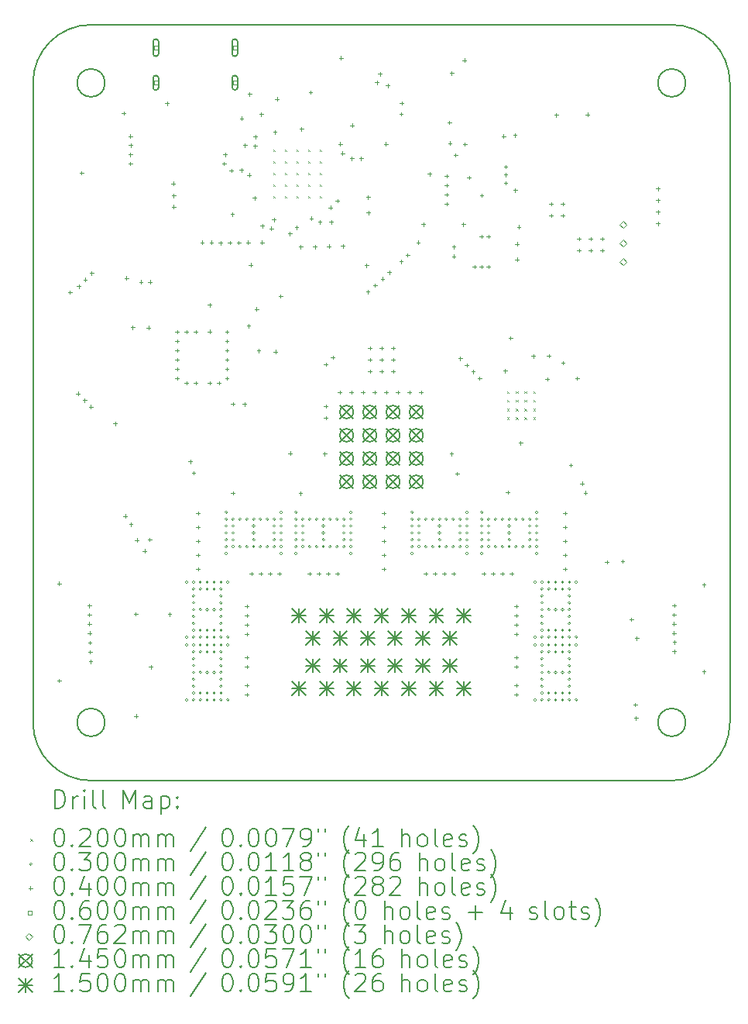
<source format=gbr>
%TF.GenerationSoftware,KiCad,Pcbnew,(7.0.0)*%
%TF.CreationDate,2023-08-22T13:37:15-04:00*%
%TF.ProjectId,Power Module Rev 5,506f7765-7220-44d6-9f64-756c65205265,rev?*%
%TF.SameCoordinates,Original*%
%TF.FileFunction,Drillmap*%
%TF.FilePolarity,Positive*%
%FSLAX45Y45*%
G04 Gerber Fmt 4.5, Leading zero omitted, Abs format (unit mm)*
G04 Created by KiCad (PCBNEW (7.0.0)) date 2023-08-22 13:37:15*
%MOMM*%
%LPD*%
G01*
G04 APERTURE LIST*
%ADD10C,0.160000*%
%ADD11C,0.200000*%
%ADD12C,0.020000*%
%ADD13C,0.030000*%
%ADD14C,0.040000*%
%ADD15C,0.060000*%
%ADD16C,0.076200*%
%ADD17C,0.145000*%
%ADD18C,0.150000*%
G04 APERTURE END LIST*
D10*
X16027400Y-12484100D02*
G75*
G03*
X16027400Y-12484100I-152400J0D01*
G01*
X16027400Y-5499100D02*
G75*
G03*
X16027400Y-5499100I-152400J0D01*
G01*
X9677400Y-5499100D02*
G75*
G03*
X9677400Y-5499100I-152400J0D01*
G01*
X9525000Y-4864100D02*
G75*
G03*
X8890000Y-5499100I0J-635000D01*
G01*
X9525000Y-4864100D02*
X15875000Y-4864100D01*
X9677400Y-12484100D02*
G75*
G03*
X9677400Y-12484100I-152400J0D01*
G01*
X15875000Y-13119100D02*
X9525000Y-13119100D01*
X16510000Y-5499100D02*
X16510000Y-12484100D01*
X8890000Y-12484100D02*
G75*
G03*
X9525000Y-13119100I635000J0D01*
G01*
X8890000Y-12484100D02*
X8890000Y-5499100D01*
X15875000Y-13119100D02*
G75*
G03*
X16510000Y-12484100I0J635000D01*
G01*
X16510000Y-5499100D02*
G75*
G03*
X15875000Y-4864100I-635000J0D01*
G01*
D11*
D12*
X11514670Y-6226700D02*
X11534670Y-6246700D01*
X11534670Y-6226700D02*
X11514670Y-6246700D01*
X11514670Y-6354200D02*
X11534670Y-6374200D01*
X11534670Y-6354200D02*
X11514670Y-6374200D01*
X11514670Y-6481700D02*
X11534670Y-6501700D01*
X11534670Y-6481700D02*
X11514670Y-6501700D01*
X11514670Y-6609200D02*
X11534670Y-6629200D01*
X11534670Y-6609200D02*
X11514670Y-6629200D01*
X11514670Y-6736700D02*
X11534670Y-6756700D01*
X11534670Y-6736700D02*
X11514670Y-6756700D01*
X11642170Y-6226700D02*
X11662170Y-6246700D01*
X11662170Y-6226700D02*
X11642170Y-6246700D01*
X11642170Y-6354200D02*
X11662170Y-6374200D01*
X11662170Y-6354200D02*
X11642170Y-6374200D01*
X11642170Y-6481700D02*
X11662170Y-6501700D01*
X11662170Y-6481700D02*
X11642170Y-6501700D01*
X11642170Y-6609200D02*
X11662170Y-6629200D01*
X11662170Y-6609200D02*
X11642170Y-6629200D01*
X11642170Y-6736700D02*
X11662170Y-6756700D01*
X11662170Y-6736700D02*
X11642170Y-6756700D01*
X11769670Y-6226700D02*
X11789670Y-6246700D01*
X11789670Y-6226700D02*
X11769670Y-6246700D01*
X11769670Y-6354200D02*
X11789670Y-6374200D01*
X11789670Y-6354200D02*
X11769670Y-6374200D01*
X11769670Y-6481700D02*
X11789670Y-6501700D01*
X11789670Y-6481700D02*
X11769670Y-6501700D01*
X11769670Y-6609200D02*
X11789670Y-6629200D01*
X11789670Y-6609200D02*
X11769670Y-6629200D01*
X11769670Y-6736700D02*
X11789670Y-6756700D01*
X11789670Y-6736700D02*
X11769670Y-6756700D01*
X11897170Y-6226700D02*
X11917170Y-6246700D01*
X11917170Y-6226700D02*
X11897170Y-6246700D01*
X11897170Y-6354200D02*
X11917170Y-6374200D01*
X11917170Y-6354200D02*
X11897170Y-6374200D01*
X11897170Y-6481700D02*
X11917170Y-6501700D01*
X11917170Y-6481700D02*
X11897170Y-6501700D01*
X11897170Y-6609200D02*
X11917170Y-6629200D01*
X11917170Y-6609200D02*
X11897170Y-6629200D01*
X11897170Y-6736700D02*
X11917170Y-6756700D01*
X11917170Y-6736700D02*
X11897170Y-6756700D01*
X12024670Y-6226700D02*
X12044670Y-6246700D01*
X12044670Y-6226700D02*
X12024670Y-6246700D01*
X12024670Y-6354200D02*
X12044670Y-6374200D01*
X12044670Y-6354200D02*
X12024670Y-6374200D01*
X12024670Y-6481700D02*
X12044670Y-6501700D01*
X12044670Y-6481700D02*
X12024670Y-6501700D01*
X12024670Y-6609200D02*
X12044670Y-6629200D01*
X12044670Y-6609200D02*
X12024670Y-6629200D01*
X12024670Y-6736700D02*
X12044670Y-6756700D01*
X12044670Y-6736700D02*
X12024670Y-6756700D01*
X14075040Y-8866980D02*
X14095040Y-8886980D01*
X14095040Y-8866980D02*
X14075040Y-8886980D01*
X14075040Y-8961980D02*
X14095040Y-8981980D01*
X14095040Y-8961980D02*
X14075040Y-8981980D01*
X14075040Y-9056980D02*
X14095040Y-9076980D01*
X14095040Y-9056980D02*
X14075040Y-9076980D01*
X14075040Y-9151980D02*
X14095040Y-9171980D01*
X14095040Y-9151980D02*
X14075040Y-9171980D01*
X14170040Y-8866980D02*
X14190040Y-8886980D01*
X14190040Y-8866980D02*
X14170040Y-8886980D01*
X14170040Y-8961980D02*
X14190040Y-8981980D01*
X14190040Y-8961980D02*
X14170040Y-8981980D01*
X14170040Y-9056980D02*
X14190040Y-9076980D01*
X14190040Y-9056980D02*
X14170040Y-9076980D01*
X14170040Y-9151980D02*
X14190040Y-9171980D01*
X14190040Y-9151980D02*
X14170040Y-9171980D01*
X14265040Y-8866980D02*
X14285040Y-8886980D01*
X14285040Y-8866980D02*
X14265040Y-8886980D01*
X14265040Y-8961980D02*
X14285040Y-8981980D01*
X14285040Y-8961980D02*
X14265040Y-8981980D01*
X14265040Y-9056980D02*
X14285040Y-9076980D01*
X14285040Y-9056980D02*
X14265040Y-9076980D01*
X14265040Y-9151980D02*
X14285040Y-9171980D01*
X14285040Y-9151980D02*
X14265040Y-9171980D01*
X14360040Y-8866980D02*
X14380040Y-8886980D01*
X14380040Y-8866980D02*
X14360040Y-8886980D01*
X14360040Y-8961980D02*
X14380040Y-8981980D01*
X14380040Y-8961980D02*
X14360040Y-8981980D01*
X14360040Y-9056980D02*
X14380040Y-9076980D01*
X14380040Y-9056980D02*
X14360040Y-9076980D01*
X14360040Y-9151980D02*
X14380040Y-9171980D01*
X14380040Y-9151980D02*
X14360040Y-9171980D01*
D13*
X10585000Y-10952200D02*
G75*
G03*
X10585000Y-10952200I-15000J0D01*
G01*
X10585000Y-11552200D02*
G75*
G03*
X10585000Y-11552200I-15000J0D01*
G01*
X10585000Y-11638000D02*
G75*
G03*
X10585000Y-11638000I-15000J0D01*
G01*
X10585000Y-12238000D02*
G75*
G03*
X10585000Y-12238000I-15000J0D01*
G01*
X10660000Y-10952200D02*
G75*
G03*
X10660000Y-10952200I-15000J0D01*
G01*
X10660000Y-11027200D02*
G75*
G03*
X10660000Y-11027200I-15000J0D01*
G01*
X10660000Y-11102200D02*
G75*
G03*
X10660000Y-11102200I-15000J0D01*
G01*
X10660000Y-11177200D02*
G75*
G03*
X10660000Y-11177200I-15000J0D01*
G01*
X10660000Y-11252200D02*
G75*
G03*
X10660000Y-11252200I-15000J0D01*
G01*
X10660000Y-11327200D02*
G75*
G03*
X10660000Y-11327200I-15000J0D01*
G01*
X10660000Y-11402200D02*
G75*
G03*
X10660000Y-11402200I-15000J0D01*
G01*
X10660000Y-11477200D02*
G75*
G03*
X10660000Y-11477200I-15000J0D01*
G01*
X10660000Y-11552200D02*
G75*
G03*
X10660000Y-11552200I-15000J0D01*
G01*
X10660000Y-11638000D02*
G75*
G03*
X10660000Y-11638000I-15000J0D01*
G01*
X10660000Y-11713000D02*
G75*
G03*
X10660000Y-11713000I-15000J0D01*
G01*
X10660000Y-11788000D02*
G75*
G03*
X10660000Y-11788000I-15000J0D01*
G01*
X10660000Y-11863000D02*
G75*
G03*
X10660000Y-11863000I-15000J0D01*
G01*
X10660000Y-11938000D02*
G75*
G03*
X10660000Y-11938000I-15000J0D01*
G01*
X10660000Y-12013000D02*
G75*
G03*
X10660000Y-12013000I-15000J0D01*
G01*
X10660000Y-12088000D02*
G75*
G03*
X10660000Y-12088000I-15000J0D01*
G01*
X10660000Y-12163000D02*
G75*
G03*
X10660000Y-12163000I-15000J0D01*
G01*
X10660000Y-12238000D02*
G75*
G03*
X10660000Y-12238000I-15000J0D01*
G01*
X10735000Y-10952200D02*
G75*
G03*
X10735000Y-10952200I-15000J0D01*
G01*
X10735000Y-11027200D02*
G75*
G03*
X10735000Y-11027200I-15000J0D01*
G01*
X10735000Y-11252200D02*
G75*
G03*
X10735000Y-11252200I-15000J0D01*
G01*
X10735000Y-11477200D02*
G75*
G03*
X10735000Y-11477200I-15000J0D01*
G01*
X10735000Y-11552200D02*
G75*
G03*
X10735000Y-11552200I-15000J0D01*
G01*
X10735000Y-11638000D02*
G75*
G03*
X10735000Y-11638000I-15000J0D01*
G01*
X10735000Y-11713000D02*
G75*
G03*
X10735000Y-11713000I-15000J0D01*
G01*
X10735000Y-11938000D02*
G75*
G03*
X10735000Y-11938000I-15000J0D01*
G01*
X10735000Y-12163000D02*
G75*
G03*
X10735000Y-12163000I-15000J0D01*
G01*
X10735000Y-12238000D02*
G75*
G03*
X10735000Y-12238000I-15000J0D01*
G01*
X10810000Y-10952200D02*
G75*
G03*
X10810000Y-10952200I-15000J0D01*
G01*
X10810000Y-11027200D02*
G75*
G03*
X10810000Y-11027200I-15000J0D01*
G01*
X10810000Y-11252200D02*
G75*
G03*
X10810000Y-11252200I-15000J0D01*
G01*
X10810000Y-11477200D02*
G75*
G03*
X10810000Y-11477200I-15000J0D01*
G01*
X10810000Y-11552200D02*
G75*
G03*
X10810000Y-11552200I-15000J0D01*
G01*
X10810000Y-11638000D02*
G75*
G03*
X10810000Y-11638000I-15000J0D01*
G01*
X10810000Y-11713000D02*
G75*
G03*
X10810000Y-11713000I-15000J0D01*
G01*
X10810000Y-11938000D02*
G75*
G03*
X10810000Y-11938000I-15000J0D01*
G01*
X10810000Y-12163000D02*
G75*
G03*
X10810000Y-12163000I-15000J0D01*
G01*
X10810000Y-12238000D02*
G75*
G03*
X10810000Y-12238000I-15000J0D01*
G01*
X10885000Y-10952200D02*
G75*
G03*
X10885000Y-10952200I-15000J0D01*
G01*
X10885000Y-11027200D02*
G75*
G03*
X10885000Y-11027200I-15000J0D01*
G01*
X10885000Y-11252200D02*
G75*
G03*
X10885000Y-11252200I-15000J0D01*
G01*
X10885000Y-11477200D02*
G75*
G03*
X10885000Y-11477200I-15000J0D01*
G01*
X10885000Y-11552200D02*
G75*
G03*
X10885000Y-11552200I-15000J0D01*
G01*
X10885000Y-11638000D02*
G75*
G03*
X10885000Y-11638000I-15000J0D01*
G01*
X10885000Y-11713000D02*
G75*
G03*
X10885000Y-11713000I-15000J0D01*
G01*
X10885000Y-11938000D02*
G75*
G03*
X10885000Y-11938000I-15000J0D01*
G01*
X10885000Y-12163000D02*
G75*
G03*
X10885000Y-12163000I-15000J0D01*
G01*
X10885000Y-12238000D02*
G75*
G03*
X10885000Y-12238000I-15000J0D01*
G01*
X10960000Y-10952200D02*
G75*
G03*
X10960000Y-10952200I-15000J0D01*
G01*
X10960000Y-11027200D02*
G75*
G03*
X10960000Y-11027200I-15000J0D01*
G01*
X10960000Y-11102200D02*
G75*
G03*
X10960000Y-11102200I-15000J0D01*
G01*
X10960000Y-11177200D02*
G75*
G03*
X10960000Y-11177200I-15000J0D01*
G01*
X10960000Y-11252200D02*
G75*
G03*
X10960000Y-11252200I-15000J0D01*
G01*
X10960000Y-11327200D02*
G75*
G03*
X10960000Y-11327200I-15000J0D01*
G01*
X10960000Y-11402200D02*
G75*
G03*
X10960000Y-11402200I-15000J0D01*
G01*
X10960000Y-11477200D02*
G75*
G03*
X10960000Y-11477200I-15000J0D01*
G01*
X10960000Y-11552200D02*
G75*
G03*
X10960000Y-11552200I-15000J0D01*
G01*
X10960000Y-11638000D02*
G75*
G03*
X10960000Y-11638000I-15000J0D01*
G01*
X10960000Y-11713000D02*
G75*
G03*
X10960000Y-11713000I-15000J0D01*
G01*
X10960000Y-11788000D02*
G75*
G03*
X10960000Y-11788000I-15000J0D01*
G01*
X10960000Y-11863000D02*
G75*
G03*
X10960000Y-11863000I-15000J0D01*
G01*
X10960000Y-11938000D02*
G75*
G03*
X10960000Y-11938000I-15000J0D01*
G01*
X10960000Y-12013000D02*
G75*
G03*
X10960000Y-12013000I-15000J0D01*
G01*
X10960000Y-12088000D02*
G75*
G03*
X10960000Y-12088000I-15000J0D01*
G01*
X10960000Y-12163000D02*
G75*
G03*
X10960000Y-12163000I-15000J0D01*
G01*
X10960000Y-12238000D02*
G75*
G03*
X10960000Y-12238000I-15000J0D01*
G01*
X11018000Y-10189000D02*
G75*
G03*
X11018000Y-10189000I-15000J0D01*
G01*
X11018000Y-10264000D02*
G75*
G03*
X11018000Y-10264000I-15000J0D01*
G01*
X11018000Y-10339000D02*
G75*
G03*
X11018000Y-10339000I-15000J0D01*
G01*
X11018000Y-10414000D02*
G75*
G03*
X11018000Y-10414000I-15000J0D01*
G01*
X11018000Y-10489000D02*
G75*
G03*
X11018000Y-10489000I-15000J0D01*
G01*
X11018000Y-10564000D02*
G75*
G03*
X11018000Y-10564000I-15000J0D01*
G01*
X11018000Y-10639000D02*
G75*
G03*
X11018000Y-10639000I-15000J0D01*
G01*
X11035000Y-10952200D02*
G75*
G03*
X11035000Y-10952200I-15000J0D01*
G01*
X11035000Y-11552200D02*
G75*
G03*
X11035000Y-11552200I-15000J0D01*
G01*
X11035000Y-11638000D02*
G75*
G03*
X11035000Y-11638000I-15000J0D01*
G01*
X11035000Y-12238000D02*
G75*
G03*
X11035000Y-12238000I-15000J0D01*
G01*
X11093000Y-10264000D02*
G75*
G03*
X11093000Y-10264000I-15000J0D01*
G01*
X11093000Y-10339000D02*
G75*
G03*
X11093000Y-10339000I-15000J0D01*
G01*
X11093000Y-10414000D02*
G75*
G03*
X11093000Y-10414000I-15000J0D01*
G01*
X11093000Y-10489000D02*
G75*
G03*
X11093000Y-10489000I-15000J0D01*
G01*
X11093000Y-10564000D02*
G75*
G03*
X11093000Y-10564000I-15000J0D01*
G01*
X11168000Y-10264000D02*
G75*
G03*
X11168000Y-10264000I-15000J0D01*
G01*
X11168000Y-10564000D02*
G75*
G03*
X11168000Y-10564000I-15000J0D01*
G01*
X11243000Y-10264000D02*
G75*
G03*
X11243000Y-10264000I-15000J0D01*
G01*
X11243000Y-10564000D02*
G75*
G03*
X11243000Y-10564000I-15000J0D01*
G01*
X11318000Y-10264000D02*
G75*
G03*
X11318000Y-10264000I-15000J0D01*
G01*
X11318000Y-10339000D02*
G75*
G03*
X11318000Y-10339000I-15000J0D01*
G01*
X11318000Y-10414000D02*
G75*
G03*
X11318000Y-10414000I-15000J0D01*
G01*
X11318000Y-10489000D02*
G75*
G03*
X11318000Y-10489000I-15000J0D01*
G01*
X11318000Y-10564000D02*
G75*
G03*
X11318000Y-10564000I-15000J0D01*
G01*
X11393000Y-10264000D02*
G75*
G03*
X11393000Y-10264000I-15000J0D01*
G01*
X11393000Y-10564000D02*
G75*
G03*
X11393000Y-10564000I-15000J0D01*
G01*
X11468000Y-10264000D02*
G75*
G03*
X11468000Y-10264000I-15000J0D01*
G01*
X11468000Y-10564000D02*
G75*
G03*
X11468000Y-10564000I-15000J0D01*
G01*
X11543000Y-10264000D02*
G75*
G03*
X11543000Y-10264000I-15000J0D01*
G01*
X11543000Y-10339000D02*
G75*
G03*
X11543000Y-10339000I-15000J0D01*
G01*
X11543000Y-10414000D02*
G75*
G03*
X11543000Y-10414000I-15000J0D01*
G01*
X11543000Y-10489000D02*
G75*
G03*
X11543000Y-10489000I-15000J0D01*
G01*
X11543000Y-10564000D02*
G75*
G03*
X11543000Y-10564000I-15000J0D01*
G01*
X11618000Y-10189000D02*
G75*
G03*
X11618000Y-10189000I-15000J0D01*
G01*
X11618000Y-10264000D02*
G75*
G03*
X11618000Y-10264000I-15000J0D01*
G01*
X11618000Y-10339000D02*
G75*
G03*
X11618000Y-10339000I-15000J0D01*
G01*
X11618000Y-10414000D02*
G75*
G03*
X11618000Y-10414000I-15000J0D01*
G01*
X11618000Y-10489000D02*
G75*
G03*
X11618000Y-10489000I-15000J0D01*
G01*
X11618000Y-10564000D02*
G75*
G03*
X11618000Y-10564000I-15000J0D01*
G01*
X11618000Y-10639000D02*
G75*
G03*
X11618000Y-10639000I-15000J0D01*
G01*
X11780000Y-10189000D02*
G75*
G03*
X11780000Y-10189000I-15000J0D01*
G01*
X11780000Y-10264000D02*
G75*
G03*
X11780000Y-10264000I-15000J0D01*
G01*
X11780000Y-10339000D02*
G75*
G03*
X11780000Y-10339000I-15000J0D01*
G01*
X11780000Y-10414000D02*
G75*
G03*
X11780000Y-10414000I-15000J0D01*
G01*
X11780000Y-10489000D02*
G75*
G03*
X11780000Y-10489000I-15000J0D01*
G01*
X11780000Y-10564000D02*
G75*
G03*
X11780000Y-10564000I-15000J0D01*
G01*
X11780000Y-10639000D02*
G75*
G03*
X11780000Y-10639000I-15000J0D01*
G01*
X11855000Y-10264000D02*
G75*
G03*
X11855000Y-10264000I-15000J0D01*
G01*
X11855000Y-10339000D02*
G75*
G03*
X11855000Y-10339000I-15000J0D01*
G01*
X11855000Y-10414000D02*
G75*
G03*
X11855000Y-10414000I-15000J0D01*
G01*
X11855000Y-10489000D02*
G75*
G03*
X11855000Y-10489000I-15000J0D01*
G01*
X11855000Y-10564000D02*
G75*
G03*
X11855000Y-10564000I-15000J0D01*
G01*
X11930000Y-10264000D02*
G75*
G03*
X11930000Y-10264000I-15000J0D01*
G01*
X11930000Y-10564000D02*
G75*
G03*
X11930000Y-10564000I-15000J0D01*
G01*
X12005000Y-10264000D02*
G75*
G03*
X12005000Y-10264000I-15000J0D01*
G01*
X12005000Y-10564000D02*
G75*
G03*
X12005000Y-10564000I-15000J0D01*
G01*
X12080000Y-10264000D02*
G75*
G03*
X12080000Y-10264000I-15000J0D01*
G01*
X12080000Y-10339000D02*
G75*
G03*
X12080000Y-10339000I-15000J0D01*
G01*
X12080000Y-10414000D02*
G75*
G03*
X12080000Y-10414000I-15000J0D01*
G01*
X12080000Y-10489000D02*
G75*
G03*
X12080000Y-10489000I-15000J0D01*
G01*
X12080000Y-10564000D02*
G75*
G03*
X12080000Y-10564000I-15000J0D01*
G01*
X12155000Y-10264000D02*
G75*
G03*
X12155000Y-10264000I-15000J0D01*
G01*
X12155000Y-10564000D02*
G75*
G03*
X12155000Y-10564000I-15000J0D01*
G01*
X12230000Y-10264000D02*
G75*
G03*
X12230000Y-10264000I-15000J0D01*
G01*
X12230000Y-10564000D02*
G75*
G03*
X12230000Y-10564000I-15000J0D01*
G01*
X12305000Y-10264000D02*
G75*
G03*
X12305000Y-10264000I-15000J0D01*
G01*
X12305000Y-10339000D02*
G75*
G03*
X12305000Y-10339000I-15000J0D01*
G01*
X12305000Y-10414000D02*
G75*
G03*
X12305000Y-10414000I-15000J0D01*
G01*
X12305000Y-10489000D02*
G75*
G03*
X12305000Y-10489000I-15000J0D01*
G01*
X12305000Y-10564000D02*
G75*
G03*
X12305000Y-10564000I-15000J0D01*
G01*
X12380000Y-10189000D02*
G75*
G03*
X12380000Y-10189000I-15000J0D01*
G01*
X12380000Y-10264000D02*
G75*
G03*
X12380000Y-10264000I-15000J0D01*
G01*
X12380000Y-10339000D02*
G75*
G03*
X12380000Y-10339000I-15000J0D01*
G01*
X12380000Y-10414000D02*
G75*
G03*
X12380000Y-10414000I-15000J0D01*
G01*
X12380000Y-10489000D02*
G75*
G03*
X12380000Y-10489000I-15000J0D01*
G01*
X12380000Y-10564000D02*
G75*
G03*
X12380000Y-10564000I-15000J0D01*
G01*
X12380000Y-10639000D02*
G75*
G03*
X12380000Y-10639000I-15000J0D01*
G01*
X13050000Y-10189000D02*
G75*
G03*
X13050000Y-10189000I-15000J0D01*
G01*
X13050000Y-10264000D02*
G75*
G03*
X13050000Y-10264000I-15000J0D01*
G01*
X13050000Y-10339000D02*
G75*
G03*
X13050000Y-10339000I-15000J0D01*
G01*
X13050000Y-10414000D02*
G75*
G03*
X13050000Y-10414000I-15000J0D01*
G01*
X13050000Y-10489000D02*
G75*
G03*
X13050000Y-10489000I-15000J0D01*
G01*
X13050000Y-10564000D02*
G75*
G03*
X13050000Y-10564000I-15000J0D01*
G01*
X13050000Y-10639000D02*
G75*
G03*
X13050000Y-10639000I-15000J0D01*
G01*
X13125000Y-10264000D02*
G75*
G03*
X13125000Y-10264000I-15000J0D01*
G01*
X13125000Y-10339000D02*
G75*
G03*
X13125000Y-10339000I-15000J0D01*
G01*
X13125000Y-10414000D02*
G75*
G03*
X13125000Y-10414000I-15000J0D01*
G01*
X13125000Y-10489000D02*
G75*
G03*
X13125000Y-10489000I-15000J0D01*
G01*
X13125000Y-10564000D02*
G75*
G03*
X13125000Y-10564000I-15000J0D01*
G01*
X13200000Y-10264000D02*
G75*
G03*
X13200000Y-10264000I-15000J0D01*
G01*
X13200000Y-10564000D02*
G75*
G03*
X13200000Y-10564000I-15000J0D01*
G01*
X13275000Y-10264000D02*
G75*
G03*
X13275000Y-10264000I-15000J0D01*
G01*
X13275000Y-10564000D02*
G75*
G03*
X13275000Y-10564000I-15000J0D01*
G01*
X13350000Y-10264000D02*
G75*
G03*
X13350000Y-10264000I-15000J0D01*
G01*
X13350000Y-10339000D02*
G75*
G03*
X13350000Y-10339000I-15000J0D01*
G01*
X13350000Y-10414000D02*
G75*
G03*
X13350000Y-10414000I-15000J0D01*
G01*
X13350000Y-10489000D02*
G75*
G03*
X13350000Y-10489000I-15000J0D01*
G01*
X13350000Y-10564000D02*
G75*
G03*
X13350000Y-10564000I-15000J0D01*
G01*
X13425000Y-10264000D02*
G75*
G03*
X13425000Y-10264000I-15000J0D01*
G01*
X13425000Y-10564000D02*
G75*
G03*
X13425000Y-10564000I-15000J0D01*
G01*
X13500000Y-10264000D02*
G75*
G03*
X13500000Y-10264000I-15000J0D01*
G01*
X13500000Y-10564000D02*
G75*
G03*
X13500000Y-10564000I-15000J0D01*
G01*
X13575000Y-10264000D02*
G75*
G03*
X13575000Y-10264000I-15000J0D01*
G01*
X13575000Y-10339000D02*
G75*
G03*
X13575000Y-10339000I-15000J0D01*
G01*
X13575000Y-10414000D02*
G75*
G03*
X13575000Y-10414000I-15000J0D01*
G01*
X13575000Y-10489000D02*
G75*
G03*
X13575000Y-10489000I-15000J0D01*
G01*
X13575000Y-10564000D02*
G75*
G03*
X13575000Y-10564000I-15000J0D01*
G01*
X13650000Y-10189000D02*
G75*
G03*
X13650000Y-10189000I-15000J0D01*
G01*
X13650000Y-10264000D02*
G75*
G03*
X13650000Y-10264000I-15000J0D01*
G01*
X13650000Y-10339000D02*
G75*
G03*
X13650000Y-10339000I-15000J0D01*
G01*
X13650000Y-10414000D02*
G75*
G03*
X13650000Y-10414000I-15000J0D01*
G01*
X13650000Y-10489000D02*
G75*
G03*
X13650000Y-10489000I-15000J0D01*
G01*
X13650000Y-10564000D02*
G75*
G03*
X13650000Y-10564000I-15000J0D01*
G01*
X13650000Y-10639000D02*
G75*
G03*
X13650000Y-10639000I-15000J0D01*
G01*
X13812000Y-10189000D02*
G75*
G03*
X13812000Y-10189000I-15000J0D01*
G01*
X13812000Y-10264000D02*
G75*
G03*
X13812000Y-10264000I-15000J0D01*
G01*
X13812000Y-10339000D02*
G75*
G03*
X13812000Y-10339000I-15000J0D01*
G01*
X13812000Y-10414000D02*
G75*
G03*
X13812000Y-10414000I-15000J0D01*
G01*
X13812000Y-10489000D02*
G75*
G03*
X13812000Y-10489000I-15000J0D01*
G01*
X13812000Y-10564000D02*
G75*
G03*
X13812000Y-10564000I-15000J0D01*
G01*
X13812000Y-10639000D02*
G75*
G03*
X13812000Y-10639000I-15000J0D01*
G01*
X13887000Y-10264000D02*
G75*
G03*
X13887000Y-10264000I-15000J0D01*
G01*
X13887000Y-10339000D02*
G75*
G03*
X13887000Y-10339000I-15000J0D01*
G01*
X13887000Y-10414000D02*
G75*
G03*
X13887000Y-10414000I-15000J0D01*
G01*
X13887000Y-10489000D02*
G75*
G03*
X13887000Y-10489000I-15000J0D01*
G01*
X13887000Y-10564000D02*
G75*
G03*
X13887000Y-10564000I-15000J0D01*
G01*
X13962000Y-10264000D02*
G75*
G03*
X13962000Y-10264000I-15000J0D01*
G01*
X13962000Y-10564000D02*
G75*
G03*
X13962000Y-10564000I-15000J0D01*
G01*
X14037000Y-10264000D02*
G75*
G03*
X14037000Y-10264000I-15000J0D01*
G01*
X14037000Y-10564000D02*
G75*
G03*
X14037000Y-10564000I-15000J0D01*
G01*
X14112000Y-10264000D02*
G75*
G03*
X14112000Y-10264000I-15000J0D01*
G01*
X14112000Y-10339000D02*
G75*
G03*
X14112000Y-10339000I-15000J0D01*
G01*
X14112000Y-10414000D02*
G75*
G03*
X14112000Y-10414000I-15000J0D01*
G01*
X14112000Y-10489000D02*
G75*
G03*
X14112000Y-10489000I-15000J0D01*
G01*
X14112000Y-10564000D02*
G75*
G03*
X14112000Y-10564000I-15000J0D01*
G01*
X14187000Y-10264000D02*
G75*
G03*
X14187000Y-10264000I-15000J0D01*
G01*
X14187000Y-10564000D02*
G75*
G03*
X14187000Y-10564000I-15000J0D01*
G01*
X14262000Y-10264000D02*
G75*
G03*
X14262000Y-10264000I-15000J0D01*
G01*
X14262000Y-10564000D02*
G75*
G03*
X14262000Y-10564000I-15000J0D01*
G01*
X14337000Y-10264000D02*
G75*
G03*
X14337000Y-10264000I-15000J0D01*
G01*
X14337000Y-10339000D02*
G75*
G03*
X14337000Y-10339000I-15000J0D01*
G01*
X14337000Y-10414000D02*
G75*
G03*
X14337000Y-10414000I-15000J0D01*
G01*
X14337000Y-10489000D02*
G75*
G03*
X14337000Y-10489000I-15000J0D01*
G01*
X14337000Y-10564000D02*
G75*
G03*
X14337000Y-10564000I-15000J0D01*
G01*
X14395000Y-10952200D02*
G75*
G03*
X14395000Y-10952200I-15000J0D01*
G01*
X14395000Y-11552200D02*
G75*
G03*
X14395000Y-11552200I-15000J0D01*
G01*
X14395000Y-11638000D02*
G75*
G03*
X14395000Y-11638000I-15000J0D01*
G01*
X14395000Y-12238000D02*
G75*
G03*
X14395000Y-12238000I-15000J0D01*
G01*
X14412000Y-10189000D02*
G75*
G03*
X14412000Y-10189000I-15000J0D01*
G01*
X14412000Y-10264000D02*
G75*
G03*
X14412000Y-10264000I-15000J0D01*
G01*
X14412000Y-10339000D02*
G75*
G03*
X14412000Y-10339000I-15000J0D01*
G01*
X14412000Y-10414000D02*
G75*
G03*
X14412000Y-10414000I-15000J0D01*
G01*
X14412000Y-10489000D02*
G75*
G03*
X14412000Y-10489000I-15000J0D01*
G01*
X14412000Y-10564000D02*
G75*
G03*
X14412000Y-10564000I-15000J0D01*
G01*
X14412000Y-10639000D02*
G75*
G03*
X14412000Y-10639000I-15000J0D01*
G01*
X14470000Y-10952200D02*
G75*
G03*
X14470000Y-10952200I-15000J0D01*
G01*
X14470000Y-11027200D02*
G75*
G03*
X14470000Y-11027200I-15000J0D01*
G01*
X14470000Y-11102200D02*
G75*
G03*
X14470000Y-11102200I-15000J0D01*
G01*
X14470000Y-11177200D02*
G75*
G03*
X14470000Y-11177200I-15000J0D01*
G01*
X14470000Y-11252200D02*
G75*
G03*
X14470000Y-11252200I-15000J0D01*
G01*
X14470000Y-11327200D02*
G75*
G03*
X14470000Y-11327200I-15000J0D01*
G01*
X14470000Y-11402200D02*
G75*
G03*
X14470000Y-11402200I-15000J0D01*
G01*
X14470000Y-11477200D02*
G75*
G03*
X14470000Y-11477200I-15000J0D01*
G01*
X14470000Y-11552200D02*
G75*
G03*
X14470000Y-11552200I-15000J0D01*
G01*
X14470000Y-11638000D02*
G75*
G03*
X14470000Y-11638000I-15000J0D01*
G01*
X14470000Y-11713000D02*
G75*
G03*
X14470000Y-11713000I-15000J0D01*
G01*
X14470000Y-11788000D02*
G75*
G03*
X14470000Y-11788000I-15000J0D01*
G01*
X14470000Y-11863000D02*
G75*
G03*
X14470000Y-11863000I-15000J0D01*
G01*
X14470000Y-11938000D02*
G75*
G03*
X14470000Y-11938000I-15000J0D01*
G01*
X14470000Y-12013000D02*
G75*
G03*
X14470000Y-12013000I-15000J0D01*
G01*
X14470000Y-12088000D02*
G75*
G03*
X14470000Y-12088000I-15000J0D01*
G01*
X14470000Y-12163000D02*
G75*
G03*
X14470000Y-12163000I-15000J0D01*
G01*
X14470000Y-12238000D02*
G75*
G03*
X14470000Y-12238000I-15000J0D01*
G01*
X14545000Y-10952200D02*
G75*
G03*
X14545000Y-10952200I-15000J0D01*
G01*
X14545000Y-11027200D02*
G75*
G03*
X14545000Y-11027200I-15000J0D01*
G01*
X14545000Y-11252200D02*
G75*
G03*
X14545000Y-11252200I-15000J0D01*
G01*
X14545000Y-11477200D02*
G75*
G03*
X14545000Y-11477200I-15000J0D01*
G01*
X14545000Y-11552200D02*
G75*
G03*
X14545000Y-11552200I-15000J0D01*
G01*
X14545000Y-11638000D02*
G75*
G03*
X14545000Y-11638000I-15000J0D01*
G01*
X14545000Y-11713000D02*
G75*
G03*
X14545000Y-11713000I-15000J0D01*
G01*
X14545000Y-11938000D02*
G75*
G03*
X14545000Y-11938000I-15000J0D01*
G01*
X14545000Y-12163000D02*
G75*
G03*
X14545000Y-12163000I-15000J0D01*
G01*
X14545000Y-12238000D02*
G75*
G03*
X14545000Y-12238000I-15000J0D01*
G01*
X14620000Y-10952200D02*
G75*
G03*
X14620000Y-10952200I-15000J0D01*
G01*
X14620000Y-11027200D02*
G75*
G03*
X14620000Y-11027200I-15000J0D01*
G01*
X14620000Y-11252200D02*
G75*
G03*
X14620000Y-11252200I-15000J0D01*
G01*
X14620000Y-11477200D02*
G75*
G03*
X14620000Y-11477200I-15000J0D01*
G01*
X14620000Y-11552200D02*
G75*
G03*
X14620000Y-11552200I-15000J0D01*
G01*
X14620000Y-11638000D02*
G75*
G03*
X14620000Y-11638000I-15000J0D01*
G01*
X14620000Y-11713000D02*
G75*
G03*
X14620000Y-11713000I-15000J0D01*
G01*
X14620000Y-11938000D02*
G75*
G03*
X14620000Y-11938000I-15000J0D01*
G01*
X14620000Y-12163000D02*
G75*
G03*
X14620000Y-12163000I-15000J0D01*
G01*
X14620000Y-12238000D02*
G75*
G03*
X14620000Y-12238000I-15000J0D01*
G01*
X14695000Y-10952200D02*
G75*
G03*
X14695000Y-10952200I-15000J0D01*
G01*
X14695000Y-11027200D02*
G75*
G03*
X14695000Y-11027200I-15000J0D01*
G01*
X14695000Y-11252200D02*
G75*
G03*
X14695000Y-11252200I-15000J0D01*
G01*
X14695000Y-11477200D02*
G75*
G03*
X14695000Y-11477200I-15000J0D01*
G01*
X14695000Y-11552200D02*
G75*
G03*
X14695000Y-11552200I-15000J0D01*
G01*
X14695000Y-11638000D02*
G75*
G03*
X14695000Y-11638000I-15000J0D01*
G01*
X14695000Y-11713000D02*
G75*
G03*
X14695000Y-11713000I-15000J0D01*
G01*
X14695000Y-11938000D02*
G75*
G03*
X14695000Y-11938000I-15000J0D01*
G01*
X14695000Y-12163000D02*
G75*
G03*
X14695000Y-12163000I-15000J0D01*
G01*
X14695000Y-12238000D02*
G75*
G03*
X14695000Y-12238000I-15000J0D01*
G01*
X14770000Y-10952200D02*
G75*
G03*
X14770000Y-10952200I-15000J0D01*
G01*
X14770000Y-11027200D02*
G75*
G03*
X14770000Y-11027200I-15000J0D01*
G01*
X14770000Y-11102200D02*
G75*
G03*
X14770000Y-11102200I-15000J0D01*
G01*
X14770000Y-11177200D02*
G75*
G03*
X14770000Y-11177200I-15000J0D01*
G01*
X14770000Y-11252200D02*
G75*
G03*
X14770000Y-11252200I-15000J0D01*
G01*
X14770000Y-11327200D02*
G75*
G03*
X14770000Y-11327200I-15000J0D01*
G01*
X14770000Y-11402200D02*
G75*
G03*
X14770000Y-11402200I-15000J0D01*
G01*
X14770000Y-11477200D02*
G75*
G03*
X14770000Y-11477200I-15000J0D01*
G01*
X14770000Y-11552200D02*
G75*
G03*
X14770000Y-11552200I-15000J0D01*
G01*
X14770000Y-11638000D02*
G75*
G03*
X14770000Y-11638000I-15000J0D01*
G01*
X14770000Y-11713000D02*
G75*
G03*
X14770000Y-11713000I-15000J0D01*
G01*
X14770000Y-11788000D02*
G75*
G03*
X14770000Y-11788000I-15000J0D01*
G01*
X14770000Y-11863000D02*
G75*
G03*
X14770000Y-11863000I-15000J0D01*
G01*
X14770000Y-11938000D02*
G75*
G03*
X14770000Y-11938000I-15000J0D01*
G01*
X14770000Y-12013000D02*
G75*
G03*
X14770000Y-12013000I-15000J0D01*
G01*
X14770000Y-12088000D02*
G75*
G03*
X14770000Y-12088000I-15000J0D01*
G01*
X14770000Y-12163000D02*
G75*
G03*
X14770000Y-12163000I-15000J0D01*
G01*
X14770000Y-12238000D02*
G75*
G03*
X14770000Y-12238000I-15000J0D01*
G01*
X14845000Y-10952200D02*
G75*
G03*
X14845000Y-10952200I-15000J0D01*
G01*
X14845000Y-11552200D02*
G75*
G03*
X14845000Y-11552200I-15000J0D01*
G01*
X14845000Y-11638000D02*
G75*
G03*
X14845000Y-11638000I-15000J0D01*
G01*
X14845000Y-12238000D02*
G75*
G03*
X14845000Y-12238000I-15000J0D01*
G01*
D14*
X9177020Y-10945180D02*
X9177020Y-10985180D01*
X9157020Y-10965180D02*
X9197020Y-10965180D01*
X9177020Y-12006900D02*
X9177020Y-12046900D01*
X9157020Y-12026900D02*
X9197020Y-12026900D01*
X9293860Y-7765100D02*
X9293860Y-7805100D01*
X9273860Y-7785100D02*
X9313860Y-7785100D01*
X9382760Y-8872540D02*
X9382760Y-8912540D01*
X9362760Y-8892540D02*
X9402760Y-8892540D01*
X9390336Y-7699546D02*
X9390336Y-7739546D01*
X9370336Y-7719546D02*
X9410336Y-7719546D01*
X9420860Y-6462080D02*
X9420860Y-6502080D01*
X9400860Y-6482080D02*
X9440860Y-6482080D01*
X9453755Y-8946074D02*
X9453755Y-8986074D01*
X9433755Y-8966074D02*
X9473755Y-8966074D01*
X9461237Y-7628644D02*
X9461237Y-7668644D01*
X9441237Y-7648644D02*
X9481237Y-7648644D01*
X9504975Y-11387950D02*
X9504975Y-11427950D01*
X9484975Y-11407950D02*
X9524975Y-11407950D01*
X9505640Y-11287682D02*
X9505640Y-11327682D01*
X9485640Y-11307682D02*
X9525640Y-11307682D01*
X9506305Y-11187415D02*
X9506305Y-11227415D01*
X9486305Y-11207415D02*
X9526305Y-11207415D01*
X9509216Y-11488739D02*
X9509216Y-11528739D01*
X9489216Y-11508739D02*
X9529216Y-11508739D01*
X9512886Y-11591469D02*
X9512886Y-11631469D01*
X9492886Y-11611469D02*
X9532886Y-11611469D01*
X9514719Y-11694902D02*
X9514719Y-11734902D01*
X9494719Y-11714902D02*
X9534719Y-11714902D01*
X9519393Y-11798636D02*
X9519393Y-11838636D01*
X9499393Y-11818636D02*
X9539393Y-11818636D01*
X9524310Y-9017320D02*
X9524310Y-9057320D01*
X9504310Y-9037320D02*
X9544310Y-9037320D01*
X9532139Y-7557742D02*
X9532139Y-7597742D01*
X9512139Y-7577742D02*
X9552139Y-7577742D01*
X9787140Y-9200200D02*
X9787140Y-9240200D01*
X9767140Y-9220200D02*
X9807140Y-9220200D01*
X9880600Y-5809300D02*
X9880600Y-5849300D01*
X9860600Y-5829300D02*
X9900600Y-5829300D01*
X9897186Y-10210616D02*
X9897186Y-10250616D01*
X9877186Y-10230616D02*
X9917186Y-10230616D01*
X9911080Y-7612010D02*
X9911080Y-7652010D01*
X9891080Y-7632010D02*
X9931080Y-7632010D01*
X9954140Y-6260848D02*
X9954140Y-6300848D01*
X9934140Y-6280848D02*
X9974140Y-6280848D01*
X9954261Y-6361119D02*
X9954261Y-6401119D01*
X9934261Y-6381119D02*
X9974261Y-6381119D01*
X9955122Y-6060358D02*
X9955122Y-6100358D01*
X9935122Y-6080358D02*
X9975122Y-6080358D01*
X9956813Y-6160614D02*
X9956813Y-6200614D01*
X9936813Y-6180614D02*
X9976813Y-6180614D01*
X9959340Y-10300020D02*
X9959340Y-10340020D01*
X9939340Y-10320020D02*
X9979340Y-10320020D01*
X9980182Y-8150446D02*
X9980182Y-8190446D01*
X9960182Y-8170446D02*
X10000182Y-8170446D01*
X10014530Y-11280460D02*
X10014530Y-11320460D01*
X9994530Y-11300460D02*
X10034530Y-11300460D01*
X10016218Y-12394522D02*
X10016218Y-12434522D01*
X9996218Y-12414522D02*
X10036218Y-12414522D01*
X10026070Y-10472162D02*
X10026070Y-10512162D01*
X10006070Y-10492162D02*
X10046070Y-10492162D01*
X10070064Y-7652650D02*
X10070064Y-7692650D01*
X10050064Y-7672650D02*
X10090064Y-7672650D01*
X10109200Y-10589580D02*
X10109200Y-10629580D01*
X10089200Y-10609580D02*
X10129200Y-10609580D01*
X10153070Y-8151180D02*
X10153070Y-8191180D01*
X10133070Y-8171180D02*
X10173070Y-8171180D01*
X10166930Y-10467660D02*
X10166930Y-10507660D01*
X10146930Y-10487660D02*
X10186930Y-10487660D01*
X10170334Y-7652650D02*
X10170334Y-7692650D01*
X10150334Y-7672650D02*
X10190334Y-7672650D01*
X10178980Y-11857697D02*
X10178980Y-11897697D01*
X10158980Y-11877697D02*
X10198980Y-11877697D01*
X10355580Y-5702620D02*
X10355580Y-5742620D01*
X10335580Y-5722620D02*
X10375580Y-5722620D01*
X10383520Y-11283000D02*
X10383520Y-11323000D01*
X10363520Y-11303000D02*
X10403520Y-11303000D01*
X10424160Y-6576380D02*
X10424160Y-6616380D01*
X10404160Y-6596380D02*
X10444160Y-6596380D01*
X10427669Y-6708683D02*
X10427669Y-6748683D01*
X10407669Y-6728683D02*
X10447669Y-6728683D01*
X10429240Y-6830380D02*
X10429240Y-6870380D01*
X10409240Y-6850380D02*
X10449240Y-6850380D01*
X10464800Y-8196900D02*
X10464800Y-8236900D01*
X10444800Y-8216900D02*
X10484800Y-8216900D01*
X10464800Y-8298500D02*
X10464800Y-8338500D01*
X10444800Y-8318500D02*
X10484800Y-8318500D01*
X10464800Y-8400100D02*
X10464800Y-8440100D01*
X10444800Y-8420100D02*
X10484800Y-8420100D01*
X10464800Y-8501700D02*
X10464800Y-8541700D01*
X10444800Y-8521700D02*
X10484800Y-8521700D01*
X10464800Y-8603300D02*
X10464800Y-8643300D01*
X10444800Y-8623300D02*
X10484800Y-8623300D01*
X10464800Y-8704900D02*
X10464800Y-8744900D01*
X10444800Y-8724900D02*
X10484800Y-8724900D01*
X10566400Y-8196900D02*
X10566400Y-8236900D01*
X10546400Y-8216900D02*
X10586400Y-8216900D01*
X10566400Y-8755700D02*
X10566400Y-8795700D01*
X10546400Y-8775700D02*
X10586400Y-8775700D01*
X10609055Y-9613695D02*
X10609055Y-9653695D01*
X10589055Y-9633695D02*
X10629055Y-9633695D01*
X10645140Y-9738680D02*
X10645140Y-9778680D01*
X10625140Y-9758680D02*
X10665140Y-9758680D01*
X10668000Y-8196900D02*
X10668000Y-8236900D01*
X10648000Y-8216900D02*
X10688000Y-8216900D01*
X10668000Y-8755700D02*
X10668000Y-8795700D01*
X10648000Y-8775700D02*
X10688000Y-8775700D01*
X10693400Y-10178100D02*
X10693400Y-10218100D01*
X10673400Y-10198100D02*
X10713400Y-10198100D01*
X10693400Y-10330500D02*
X10693400Y-10370500D01*
X10673400Y-10350500D02*
X10713400Y-10350500D01*
X10693400Y-10482900D02*
X10693400Y-10522900D01*
X10673400Y-10502900D02*
X10713400Y-10502900D01*
X10693400Y-10635300D02*
X10693400Y-10675300D01*
X10673400Y-10655300D02*
X10713400Y-10655300D01*
X10693400Y-10787700D02*
X10693400Y-10827700D01*
X10673400Y-10807700D02*
X10713400Y-10807700D01*
X10740394Y-7220850D02*
X10740394Y-7260850D01*
X10720394Y-7240850D02*
X10760394Y-7240850D01*
X10820350Y-8193969D02*
X10820350Y-8233969D01*
X10800350Y-8213969D02*
X10840350Y-8213969D01*
X10820400Y-7904800D02*
X10820400Y-7944800D01*
X10800400Y-7924800D02*
X10840400Y-7924800D01*
X10820400Y-8755700D02*
X10820400Y-8795700D01*
X10800400Y-8775700D02*
X10840400Y-8775700D01*
X10840664Y-7220850D02*
X10840664Y-7260850D01*
X10820664Y-7240850D02*
X10860664Y-7240850D01*
X10922000Y-8755700D02*
X10922000Y-8795700D01*
X10902000Y-8775700D02*
X10942000Y-8775700D01*
X10940691Y-7227826D02*
X10940691Y-7267826D01*
X10920691Y-7247826D02*
X10960691Y-7247826D01*
X10978935Y-6359425D02*
X10978935Y-6399425D01*
X10958935Y-6379425D02*
X10998935Y-6379425D01*
X10990607Y-6259837D02*
X10990607Y-6299837D01*
X10970607Y-6279837D02*
X11010607Y-6279837D01*
X11010900Y-8196900D02*
X11010900Y-8236900D01*
X10990900Y-8216900D02*
X11030900Y-8216900D01*
X11010900Y-8298500D02*
X11010900Y-8338500D01*
X10990900Y-8318500D02*
X11030900Y-8318500D01*
X11010900Y-8400100D02*
X11010900Y-8440100D01*
X10990900Y-8420100D02*
X11030900Y-8420100D01*
X11010900Y-8501700D02*
X11010900Y-8541700D01*
X10990900Y-8521700D02*
X11030900Y-8521700D01*
X11010900Y-8603300D02*
X11010900Y-8643300D01*
X10990900Y-8623300D02*
X11030900Y-8623300D01*
X11010900Y-8704900D02*
X11010900Y-8744900D01*
X10990900Y-8724900D02*
X11030900Y-8724900D01*
X11040878Y-7223739D02*
X11040878Y-7263739D01*
X11020878Y-7243739D02*
X11060878Y-7243739D01*
X11059160Y-6436680D02*
X11059160Y-6476680D01*
X11039160Y-6456680D02*
X11079160Y-6456680D01*
X11069320Y-6914200D02*
X11069320Y-6954200D01*
X11049320Y-6934200D02*
X11089320Y-6934200D01*
X11074400Y-8984300D02*
X11074400Y-9024300D01*
X11054400Y-9004300D02*
X11094400Y-9004300D01*
X11074400Y-9959660D02*
X11074400Y-9999660D01*
X11054400Y-9979660D02*
X11094400Y-9979660D01*
X11141147Y-7223233D02*
X11141147Y-7263233D01*
X11121147Y-7243233D02*
X11161147Y-7243233D01*
X11168380Y-6430910D02*
X11168380Y-6470910D01*
X11148380Y-6450910D02*
X11188380Y-6450910D01*
X11170920Y-5865180D02*
X11170920Y-5905180D01*
X11150920Y-5885180D02*
X11190920Y-5885180D01*
X11201400Y-8986840D02*
X11201400Y-9026840D01*
X11181400Y-9006840D02*
X11221400Y-9006840D01*
X11207815Y-6159007D02*
X11207815Y-6199007D01*
X11187815Y-6179007D02*
X11227815Y-6179007D01*
X11226800Y-11194100D02*
X11226800Y-11234100D01*
X11206800Y-11214100D02*
X11246800Y-11214100D01*
X11226800Y-11295700D02*
X11226800Y-11335700D01*
X11206800Y-11315700D02*
X11246800Y-11315700D01*
X11226800Y-11397300D02*
X11226800Y-11437300D01*
X11206800Y-11417300D02*
X11246800Y-11417300D01*
X11226800Y-11498900D02*
X11226800Y-11538900D01*
X11206800Y-11518900D02*
X11246800Y-11518900D01*
X11226800Y-11752900D02*
X11226800Y-11792900D01*
X11206800Y-11772900D02*
X11246800Y-11772900D01*
X11226800Y-11854500D02*
X11226800Y-11894500D01*
X11206800Y-11874500D02*
X11246800Y-11874500D01*
X11226800Y-12057700D02*
X11226800Y-12097700D01*
X11206800Y-12077700D02*
X11246800Y-12077700D01*
X11226800Y-12159300D02*
X11226800Y-12199300D01*
X11206800Y-12179300D02*
X11246800Y-12179300D01*
X11243133Y-7220850D02*
X11243133Y-7260850D01*
X11223133Y-7240850D02*
X11263133Y-7240850D01*
X11247120Y-8133400D02*
X11247120Y-8173400D01*
X11227120Y-8153400D02*
X11267120Y-8153400D01*
X11252564Y-6485381D02*
X11252564Y-6525381D01*
X11232564Y-6505381D02*
X11272564Y-6505381D01*
X11259820Y-5601020D02*
X11259820Y-5641020D01*
X11239820Y-5621020D02*
X11279820Y-5621020D01*
X11269980Y-7465380D02*
X11269980Y-7505380D01*
X11249980Y-7485380D02*
X11289980Y-7485380D01*
X11277600Y-10838500D02*
X11277600Y-10878500D01*
X11257600Y-10858500D02*
X11297600Y-10858500D01*
X11313160Y-6736400D02*
X11313160Y-6776400D01*
X11293160Y-6756400D02*
X11333160Y-6756400D01*
X11316318Y-6167907D02*
X11316318Y-6207907D01*
X11296318Y-6187907D02*
X11336318Y-6187907D01*
X11319572Y-6067690D02*
X11319572Y-6107690D01*
X11299572Y-6087690D02*
X11339572Y-6087690D01*
X11336020Y-7949830D02*
X11336020Y-7989830D01*
X11316020Y-7969830D02*
X11356020Y-7969830D01*
X11356340Y-8403400D02*
X11356340Y-8443400D01*
X11336340Y-8423400D02*
X11376340Y-8423400D01*
X11379200Y-10838500D02*
X11379200Y-10878500D01*
X11359200Y-10858500D02*
X11399200Y-10858500D01*
X11384280Y-5822000D02*
X11384280Y-5862000D01*
X11364280Y-5842000D02*
X11404280Y-5842000D01*
X11392898Y-7222230D02*
X11392898Y-7262230D01*
X11372898Y-7242230D02*
X11412898Y-7242230D01*
X11397587Y-7040680D02*
X11397587Y-7080680D01*
X11377587Y-7060680D02*
X11417587Y-7060680D01*
X11480800Y-10838500D02*
X11480800Y-10878500D01*
X11460800Y-10858500D02*
X11500800Y-10858500D01*
X11495897Y-7069687D02*
X11495897Y-7109687D01*
X11475897Y-7089687D02*
X11515897Y-7089687D01*
X11524821Y-6973679D02*
X11524821Y-7013679D01*
X11504821Y-6993679D02*
X11544821Y-6993679D01*
X11534240Y-6014350D02*
X11534240Y-6054350D01*
X11514240Y-6034350D02*
X11554240Y-6034350D01*
X11541760Y-8415340D02*
X11541760Y-8455340D01*
X11521760Y-8435340D02*
X11561760Y-8435340D01*
X11557000Y-5653900D02*
X11557000Y-5693900D01*
X11537000Y-5673900D02*
X11577000Y-5673900D01*
X11582400Y-10838500D02*
X11582400Y-10878500D01*
X11562400Y-10858500D02*
X11602400Y-10858500D01*
X11597762Y-7808970D02*
X11597762Y-7848970D01*
X11577762Y-7828970D02*
X11617762Y-7828970D01*
X11699312Y-7125020D02*
X11699312Y-7165020D01*
X11679312Y-7145020D02*
X11719312Y-7145020D01*
X11701780Y-9525320D02*
X11701780Y-9565320D01*
X11681780Y-9545320D02*
X11721780Y-9545320D01*
X11772744Y-7056741D02*
X11772744Y-7096741D01*
X11752744Y-7076741D02*
X11792744Y-7076741D01*
X11813540Y-9962200D02*
X11813540Y-10002200D01*
X11793540Y-9982200D02*
X11833540Y-9982200D01*
X11816080Y-7270156D02*
X11816080Y-7310156D01*
X11796080Y-7290156D02*
X11836080Y-7290156D01*
X11825686Y-5982650D02*
X11825686Y-6022650D01*
X11805686Y-6002650D02*
X11845686Y-6002650D01*
X11912600Y-10838500D02*
X11912600Y-10878500D01*
X11892600Y-10858500D02*
X11932600Y-10858500D01*
X11925300Y-5580240D02*
X11925300Y-5620240D01*
X11905300Y-5600240D02*
X11945300Y-5600240D01*
X11933888Y-6958752D02*
X11933888Y-6998752D01*
X11913888Y-6978752D02*
X11953888Y-6978752D01*
X11973560Y-7270156D02*
X11973560Y-7310156D01*
X11953560Y-7290156D02*
X11993560Y-7290156D01*
X12014200Y-10838500D02*
X12014200Y-10878500D01*
X11994200Y-10858500D02*
X12034200Y-10858500D01*
X12026626Y-6996880D02*
X12026626Y-7036880D01*
X12006626Y-7016880D02*
X12046626Y-7016880D01*
X12080240Y-9530400D02*
X12080240Y-9570400D01*
X12060240Y-9550400D02*
X12100240Y-9550400D01*
X12090400Y-8552500D02*
X12090400Y-8592500D01*
X12070400Y-8572500D02*
X12110400Y-8572500D01*
X12090400Y-9009700D02*
X12090400Y-9049700D01*
X12070400Y-9029700D02*
X12110400Y-9029700D01*
X12090400Y-9136700D02*
X12090400Y-9176700D01*
X12070400Y-9156700D02*
X12110400Y-9156700D01*
X12115800Y-10838500D02*
X12115800Y-10878500D01*
X12095800Y-10858500D02*
X12135800Y-10858500D01*
X12125960Y-7264720D02*
X12125960Y-7304720D01*
X12105960Y-7284720D02*
X12145960Y-7284720D01*
X12141200Y-6840540D02*
X12141200Y-6880540D01*
X12121200Y-6860540D02*
X12161200Y-6860540D01*
X12151360Y-6996880D02*
X12151360Y-7036880D01*
X12131360Y-7016880D02*
X12171360Y-7016880D01*
X12166600Y-8476300D02*
X12166600Y-8516300D01*
X12146600Y-8496300D02*
X12186600Y-8496300D01*
X12217400Y-10838500D02*
X12217400Y-10878500D01*
X12197400Y-10858500D02*
X12237400Y-10858500D01*
X12219158Y-6766830D02*
X12219158Y-6806830D01*
X12199158Y-6786830D02*
X12239158Y-6786830D01*
X12242800Y-8857300D02*
X12242800Y-8897300D01*
X12222800Y-8877300D02*
X12262800Y-8877300D01*
X12250420Y-6146430D02*
X12250420Y-6186430D01*
X12230420Y-6166430D02*
X12270420Y-6166430D01*
X12258040Y-5204780D02*
X12258040Y-5244780D01*
X12238040Y-5224780D02*
X12278040Y-5224780D01*
X12275770Y-6248720D02*
X12275770Y-6288720D01*
X12255770Y-6268720D02*
X12295770Y-6268720D01*
X12278360Y-7259710D02*
X12278360Y-7299710D01*
X12258360Y-7279710D02*
X12298360Y-7279710D01*
X12369800Y-8857300D02*
X12369800Y-8897300D01*
X12349800Y-8877300D02*
X12389800Y-8877300D01*
X12376090Y-6304600D02*
X12376090Y-6344600D01*
X12356090Y-6324600D02*
X12396090Y-6324600D01*
X12379960Y-5943920D02*
X12379960Y-5983920D01*
X12359960Y-5963920D02*
X12399960Y-5963920D01*
X12476361Y-6304600D02*
X12476361Y-6344600D01*
X12456361Y-6324600D02*
X12496361Y-6324600D01*
X12496800Y-8857300D02*
X12496800Y-8897300D01*
X12476800Y-8877300D02*
X12516800Y-8877300D01*
X12537440Y-7473000D02*
X12537440Y-7513000D01*
X12517440Y-7493000D02*
X12557440Y-7493000D01*
X12550140Y-7760020D02*
X12550140Y-7800020D01*
X12530140Y-7780020D02*
X12570140Y-7780020D01*
X12554530Y-6726240D02*
X12554530Y-6766240D01*
X12534530Y-6746240D02*
X12574530Y-6746240D01*
X12557760Y-6896420D02*
X12557760Y-6936420D01*
X12537760Y-6916420D02*
X12577760Y-6916420D01*
X12573000Y-8374700D02*
X12573000Y-8414700D01*
X12553000Y-8394700D02*
X12593000Y-8394700D01*
X12573000Y-8501700D02*
X12573000Y-8541700D01*
X12553000Y-8521700D02*
X12593000Y-8521700D01*
X12573000Y-8628700D02*
X12573000Y-8668700D01*
X12553000Y-8648700D02*
X12593000Y-8648700D01*
X12623800Y-8857300D02*
X12623800Y-8897300D01*
X12603800Y-8877300D02*
X12643800Y-8877300D01*
X12631353Y-7689590D02*
X12631353Y-7729590D01*
X12611353Y-7709590D02*
X12651353Y-7709590D01*
X12648834Y-5473655D02*
X12648834Y-5513655D01*
X12628834Y-5493655D02*
X12668834Y-5493655D01*
X12684973Y-5380043D02*
X12684973Y-5420043D01*
X12664973Y-5400043D02*
X12704973Y-5400043D01*
X12700000Y-8374700D02*
X12700000Y-8414700D01*
X12680000Y-8394700D02*
X12720000Y-8394700D01*
X12700000Y-8501700D02*
X12700000Y-8541700D01*
X12680000Y-8521700D02*
X12720000Y-8521700D01*
X12700000Y-8628700D02*
X12700000Y-8668700D01*
X12680000Y-8648700D02*
X12720000Y-8648700D01*
X12712598Y-7619160D02*
X12712598Y-7659160D01*
X12692598Y-7639160D02*
X12732598Y-7639160D01*
X12725400Y-10178100D02*
X12725400Y-10218100D01*
X12705400Y-10198100D02*
X12745400Y-10198100D01*
X12725400Y-10330500D02*
X12725400Y-10370500D01*
X12705400Y-10350500D02*
X12745400Y-10350500D01*
X12725400Y-10482900D02*
X12725400Y-10522900D01*
X12705400Y-10502900D02*
X12745400Y-10502900D01*
X12725400Y-10635300D02*
X12725400Y-10675300D01*
X12705400Y-10655300D02*
X12745400Y-10655300D01*
X12725400Y-10787700D02*
X12725400Y-10827700D01*
X12705400Y-10807700D02*
X12745400Y-10807700D01*
X12748260Y-6147120D02*
X12748260Y-6187120D01*
X12728260Y-6167120D02*
X12768260Y-6167120D01*
X12750800Y-8857300D02*
X12750800Y-8897300D01*
X12730800Y-8877300D02*
X12770800Y-8877300D01*
X12768580Y-5506830D02*
X12768580Y-5546830D01*
X12748580Y-5526830D02*
X12788580Y-5526830D01*
X12786610Y-7548730D02*
X12786610Y-7588730D01*
X12766610Y-7568730D02*
X12806610Y-7568730D01*
X12827000Y-8374700D02*
X12827000Y-8414700D01*
X12807000Y-8394700D02*
X12847000Y-8394700D01*
X12827000Y-8501700D02*
X12827000Y-8541700D01*
X12807000Y-8521700D02*
X12847000Y-8521700D01*
X12827000Y-8628700D02*
X12827000Y-8668700D01*
X12807000Y-8648700D02*
X12847000Y-8648700D01*
X12877800Y-8857300D02*
X12877800Y-8897300D01*
X12857800Y-8877300D02*
X12897800Y-8877300D01*
X12915566Y-7430585D02*
X12915566Y-7470585D01*
X12895566Y-7450585D02*
X12935566Y-7450585D01*
X12915900Y-5819460D02*
X12915900Y-5859460D01*
X12895900Y-5839460D02*
X12935900Y-5839460D01*
X12920980Y-5700080D02*
X12920980Y-5740080D01*
X12900980Y-5720080D02*
X12940980Y-5720080D01*
X12986012Y-7359230D02*
X12986012Y-7399230D01*
X12966012Y-7379230D02*
X13006012Y-7379230D01*
X13004800Y-8857300D02*
X13004800Y-8897300D01*
X12984800Y-8877300D02*
X13024800Y-8877300D01*
X13101320Y-7221540D02*
X13101320Y-7261540D01*
X13081320Y-7241540D02*
X13121320Y-7241540D01*
X13131800Y-8857300D02*
X13131800Y-8897300D01*
X13111800Y-8877300D02*
X13151800Y-8877300D01*
X13157200Y-7022730D02*
X13157200Y-7062730D01*
X13137200Y-7042730D02*
X13177200Y-7042730D01*
X13182600Y-10838500D02*
X13182600Y-10878500D01*
X13162600Y-10858500D02*
X13202600Y-10858500D01*
X13225780Y-6472240D02*
X13225780Y-6512240D01*
X13205780Y-6492240D02*
X13245780Y-6492240D01*
X13284200Y-10838500D02*
X13284200Y-10878500D01*
X13264200Y-10858500D02*
X13304200Y-10858500D01*
X13385800Y-10838500D02*
X13385800Y-10878500D01*
X13365800Y-10858500D02*
X13405800Y-10858500D01*
X13411200Y-6495100D02*
X13411200Y-6535100D01*
X13391200Y-6515100D02*
X13431200Y-6515100D01*
X13411200Y-6596700D02*
X13411200Y-6636700D01*
X13391200Y-6616700D02*
X13431200Y-6616700D01*
X13411200Y-6698300D02*
X13411200Y-6738300D01*
X13391200Y-6718300D02*
X13431200Y-6718300D01*
X13411200Y-6799900D02*
X13411200Y-6839900D01*
X13391200Y-6819900D02*
X13431200Y-6819900D01*
X13444220Y-5910900D02*
X13444220Y-5950900D01*
X13424220Y-5930900D02*
X13464220Y-5930900D01*
X13449300Y-6136960D02*
X13449300Y-6176960D01*
X13429300Y-6156960D02*
X13469300Y-6156960D01*
X13464540Y-9530400D02*
X13464540Y-9570400D01*
X13444540Y-9550400D02*
X13484540Y-9550400D01*
X13467080Y-5372420D02*
X13467080Y-5412420D01*
X13447080Y-5392420D02*
X13487080Y-5392420D01*
X13487400Y-10838500D02*
X13487400Y-10878500D01*
X13467400Y-10858500D02*
X13507400Y-10858500D01*
X13490932Y-7267820D02*
X13490932Y-7307820D01*
X13470932Y-7287820D02*
X13510932Y-7287820D01*
X13490932Y-7372820D02*
X13490932Y-7412820D01*
X13470932Y-7392820D02*
X13510932Y-7392820D01*
X13510260Y-6266500D02*
X13510260Y-6306500D01*
X13490260Y-6286500D02*
X13530260Y-6286500D01*
X13526124Y-9747524D02*
X13526124Y-9787524D01*
X13506124Y-9767524D02*
X13546124Y-9767524D01*
X13560370Y-8489000D02*
X13560370Y-8529000D01*
X13540370Y-8509000D02*
X13580370Y-8509000D01*
X13596620Y-7022730D02*
X13596620Y-7062730D01*
X13576620Y-7042730D02*
X13616620Y-7042730D01*
X13606780Y-5231510D02*
X13606780Y-5271510D01*
X13586780Y-5251510D02*
X13626780Y-5251510D01*
X13611860Y-6149660D02*
X13611860Y-6189660D01*
X13591860Y-6169660D02*
X13631860Y-6169660D01*
X13630800Y-8561101D02*
X13630800Y-8601101D01*
X13610800Y-8581101D02*
X13650800Y-8581101D01*
X13657580Y-6512880D02*
X13657580Y-6552880D01*
X13637580Y-6532880D02*
X13677580Y-6532880D01*
X13701746Y-8632794D02*
X13701746Y-8672794D01*
X13681746Y-8652794D02*
X13721746Y-8652794D01*
X13716000Y-7485700D02*
X13716000Y-7525700D01*
X13696000Y-7505700D02*
X13736000Y-7505700D01*
X13774136Y-8705184D02*
X13774136Y-8745184D01*
X13754136Y-8725184D02*
X13794136Y-8725184D01*
X13792200Y-7155500D02*
X13792200Y-7195500D01*
X13772200Y-7175500D02*
X13812200Y-7175500D01*
X13792200Y-7485700D02*
X13792200Y-7525700D01*
X13772200Y-7505700D02*
X13812200Y-7505700D01*
X13794740Y-6708460D02*
X13794740Y-6748460D01*
X13774740Y-6728460D02*
X13814740Y-6728460D01*
X13817600Y-10838500D02*
X13817600Y-10878500D01*
X13797600Y-10858500D02*
X13837600Y-10858500D01*
X13868400Y-7155500D02*
X13868400Y-7195500D01*
X13848400Y-7175500D02*
X13888400Y-7175500D01*
X13868400Y-7485700D02*
X13868400Y-7525700D01*
X13848400Y-7505700D02*
X13888400Y-7505700D01*
X13919200Y-10838500D02*
X13919200Y-10878500D01*
X13899200Y-10858500D02*
X13939200Y-10858500D01*
X14020800Y-10838500D02*
X14020800Y-10878500D01*
X14000800Y-10858500D02*
X14040800Y-10858500D01*
X14036040Y-6060760D02*
X14036040Y-6100760D01*
X14016040Y-6080760D02*
X14056040Y-6080760D01*
X14051280Y-8623620D02*
X14051280Y-8663620D01*
X14031280Y-8643620D02*
X14071280Y-8643620D01*
X14058900Y-6393500D02*
X14058900Y-6433500D01*
X14038900Y-6413500D02*
X14078900Y-6413500D01*
X14058900Y-6482400D02*
X14058900Y-6522400D01*
X14038900Y-6502400D02*
X14078900Y-6502400D01*
X14058900Y-6571300D02*
X14058900Y-6611300D01*
X14038900Y-6591300D02*
X14078900Y-6591300D01*
X14081760Y-9949500D02*
X14081760Y-9989500D01*
X14061760Y-9969500D02*
X14101760Y-9969500D01*
X14112240Y-8265480D02*
X14112240Y-8305480D01*
X14092240Y-8285480D02*
X14132240Y-8285480D01*
X14122400Y-10838500D02*
X14122400Y-10878500D01*
X14102400Y-10858500D02*
X14142400Y-10858500D01*
X14160500Y-6050600D02*
X14160500Y-6090600D01*
X14140500Y-6070600D02*
X14180500Y-6070600D01*
X14163040Y-6650040D02*
X14163040Y-6690040D01*
X14143040Y-6670040D02*
X14183040Y-6670040D01*
X14173200Y-11194100D02*
X14173200Y-11234100D01*
X14153200Y-11214100D02*
X14193200Y-11214100D01*
X14173200Y-11295700D02*
X14173200Y-11335700D01*
X14153200Y-11315700D02*
X14193200Y-11315700D01*
X14173200Y-11397300D02*
X14173200Y-11437300D01*
X14153200Y-11417300D02*
X14193200Y-11417300D01*
X14173200Y-11498900D02*
X14173200Y-11538900D01*
X14153200Y-11518900D02*
X14193200Y-11518900D01*
X14173200Y-11752900D02*
X14173200Y-11792900D01*
X14153200Y-11772900D02*
X14193200Y-11772900D01*
X14173200Y-11854500D02*
X14173200Y-11894500D01*
X14153200Y-11874500D02*
X14193200Y-11874500D01*
X14173200Y-12057700D02*
X14173200Y-12097700D01*
X14153200Y-12077700D02*
X14193200Y-12077700D01*
X14173200Y-12159300D02*
X14173200Y-12199300D01*
X14153200Y-12179300D02*
X14193200Y-12179300D01*
X14181210Y-7236780D02*
X14181210Y-7276780D01*
X14161210Y-7256780D02*
X14201210Y-7256780D01*
X14181210Y-7406960D02*
X14181210Y-7446960D01*
X14161210Y-7426960D02*
X14201210Y-7426960D01*
X14201140Y-7051360D02*
X14201140Y-7091360D01*
X14181140Y-7071360D02*
X14221140Y-7071360D01*
X14222110Y-9411020D02*
X14222110Y-9451020D01*
X14202110Y-9431020D02*
X14242110Y-9431020D01*
X14361151Y-8461320D02*
X14361151Y-8501320D01*
X14341151Y-8481320D02*
X14381151Y-8481320D01*
X14513560Y-8715060D02*
X14513560Y-8755060D01*
X14493560Y-8735060D02*
X14533560Y-8735060D01*
X14528800Y-8461060D02*
X14528800Y-8501060D01*
X14508800Y-8481060D02*
X14548800Y-8481060D01*
X14554200Y-6799900D02*
X14554200Y-6839900D01*
X14534200Y-6819900D02*
X14574200Y-6819900D01*
X14554200Y-6926900D02*
X14554200Y-6966900D01*
X14534200Y-6946900D02*
X14574200Y-6946900D01*
X14610080Y-5829620D02*
X14610080Y-5869620D01*
X14590080Y-5849620D02*
X14630080Y-5849620D01*
X14681200Y-6799900D02*
X14681200Y-6839900D01*
X14661200Y-6819900D02*
X14701200Y-6819900D01*
X14681200Y-6926900D02*
X14681200Y-6966900D01*
X14661200Y-6946900D02*
X14701200Y-6946900D01*
X14683740Y-8537260D02*
X14683740Y-8577260D01*
X14663740Y-8557260D02*
X14703740Y-8557260D01*
X14706600Y-10178100D02*
X14706600Y-10218100D01*
X14686600Y-10198100D02*
X14726600Y-10198100D01*
X14706600Y-10330500D02*
X14706600Y-10370500D01*
X14686600Y-10350500D02*
X14726600Y-10350500D01*
X14706600Y-10482900D02*
X14706600Y-10522900D01*
X14686600Y-10502900D02*
X14726600Y-10502900D01*
X14706600Y-10635300D02*
X14706600Y-10675300D01*
X14686600Y-10655300D02*
X14726600Y-10655300D01*
X14706600Y-10787700D02*
X14706600Y-10827700D01*
X14686600Y-10807700D02*
X14726600Y-10807700D01*
X14770100Y-9654860D02*
X14770100Y-9694860D01*
X14750100Y-9674860D02*
X14790100Y-9674860D01*
X14838680Y-8704900D02*
X14838680Y-8744900D01*
X14818680Y-8724900D02*
X14858680Y-8724900D01*
X14859000Y-7180900D02*
X14859000Y-7220900D01*
X14839000Y-7200900D02*
X14879000Y-7200900D01*
X14859000Y-7307900D02*
X14859000Y-7347900D01*
X14839000Y-7327900D02*
X14879000Y-7327900D01*
X14894560Y-9855520D02*
X14894560Y-9895520D01*
X14874560Y-9875520D02*
X14914560Y-9875520D01*
X14930120Y-9957120D02*
X14930120Y-9997120D01*
X14910120Y-9977120D02*
X14950120Y-9977120D01*
X14952980Y-5824540D02*
X14952980Y-5864540D01*
X14932980Y-5844540D02*
X14972980Y-5844540D01*
X14986000Y-7180900D02*
X14986000Y-7220900D01*
X14966000Y-7200900D02*
X15006000Y-7200900D01*
X14986000Y-7307900D02*
X14986000Y-7347900D01*
X14966000Y-7327900D02*
X15006000Y-7327900D01*
X15113000Y-7180900D02*
X15113000Y-7220900D01*
X15093000Y-7200900D02*
X15133000Y-7200900D01*
X15113000Y-7307900D02*
X15113000Y-7347900D01*
X15093000Y-7327900D02*
X15133000Y-7327900D01*
X15163800Y-10711500D02*
X15163800Y-10751500D01*
X15143800Y-10731500D02*
X15183800Y-10731500D01*
X15336520Y-10703880D02*
X15336520Y-10743880D01*
X15316520Y-10723880D02*
X15356520Y-10723880D01*
X15431490Y-11338880D02*
X15431490Y-11378880D01*
X15411490Y-11358880D02*
X15451490Y-11358880D01*
X15476220Y-12271060D02*
X15476220Y-12311060D01*
X15456220Y-12291060D02*
X15496220Y-12291060D01*
X15483840Y-12415840D02*
X15483840Y-12455840D01*
X15463840Y-12435840D02*
X15503840Y-12435840D01*
X15491070Y-11544620D02*
X15491070Y-11584620D01*
X15471070Y-11564620D02*
X15511070Y-11564620D01*
X15722600Y-6634800D02*
X15722600Y-6674800D01*
X15702600Y-6654800D02*
X15742600Y-6654800D01*
X15722600Y-6761800D02*
X15722600Y-6801800D01*
X15702600Y-6781800D02*
X15742600Y-6781800D01*
X15722600Y-6888800D02*
X15722600Y-6928800D01*
X15702600Y-6908800D02*
X15742600Y-6908800D01*
X15722600Y-7015800D02*
X15722600Y-7055800D01*
X15702600Y-7035800D02*
X15742600Y-7035800D01*
X15897653Y-11387982D02*
X15897653Y-11427982D01*
X15877653Y-11407982D02*
X15917653Y-11407982D01*
X15897876Y-11488252D02*
X15897876Y-11528252D01*
X15877876Y-11508252D02*
X15917876Y-11508252D01*
X15898765Y-11287718D02*
X15898765Y-11327718D01*
X15878765Y-11307718D02*
X15918765Y-11307718D01*
X15902250Y-11186480D02*
X15902250Y-11226480D01*
X15882250Y-11206480D02*
X15922250Y-11206480D01*
X15902860Y-11688619D02*
X15902860Y-11728619D01*
X15882860Y-11708619D02*
X15922860Y-11708619D01*
X15903713Y-11588352D02*
X15903713Y-11628352D01*
X15883713Y-11608352D02*
X15923713Y-11608352D01*
X16225520Y-10960420D02*
X16225520Y-11000420D01*
X16205520Y-10980420D02*
X16245520Y-10980420D01*
X16225520Y-11907840D02*
X16225520Y-11947840D01*
X16205520Y-11927840D02*
X16245520Y-11927840D01*
D15*
X10254673Y-5135913D02*
X10254673Y-5093487D01*
X10212247Y-5093487D01*
X10212247Y-5135913D01*
X10254673Y-5135913D01*
D11*
X10263460Y-5179700D02*
X10263460Y-5049700D01*
X10263460Y-5049700D02*
G75*
G03*
X10203460Y-5049700I-30000J0D01*
G01*
X10203460Y-5049700D02*
X10203460Y-5179700D01*
X10203460Y-5179700D02*
G75*
G03*
X10263460Y-5179700I30000J0D01*
G01*
D15*
X10254673Y-5518413D02*
X10254673Y-5475987D01*
X10212247Y-5475987D01*
X10212247Y-5518413D01*
X10254673Y-5518413D01*
D11*
X10263460Y-5547200D02*
X10263460Y-5447200D01*
X10263460Y-5447200D02*
G75*
G03*
X10203460Y-5447200I-30000J0D01*
G01*
X10203460Y-5447200D02*
X10203460Y-5547200D01*
X10203460Y-5547200D02*
G75*
G03*
X10263460Y-5547200I30000J0D01*
G01*
D15*
X11118673Y-5135913D02*
X11118673Y-5093487D01*
X11076247Y-5093487D01*
X11076247Y-5135913D01*
X11118673Y-5135913D01*
D11*
X11127460Y-5179700D02*
X11127460Y-5049700D01*
X11127460Y-5049700D02*
G75*
G03*
X11067460Y-5049700I-30000J0D01*
G01*
X11067460Y-5049700D02*
X11067460Y-5179700D01*
X11067460Y-5179700D02*
G75*
G03*
X11127460Y-5179700I30000J0D01*
G01*
D15*
X11118673Y-5518413D02*
X11118673Y-5475987D01*
X11076247Y-5475987D01*
X11076247Y-5518413D01*
X11118673Y-5518413D01*
D11*
X11127460Y-5547200D02*
X11127460Y-5447200D01*
X11127460Y-5447200D02*
G75*
G03*
X11067460Y-5447200I-30000J0D01*
G01*
X11067460Y-5447200D02*
X11067460Y-5547200D01*
X11067460Y-5547200D02*
G75*
G03*
X11127460Y-5547200I30000J0D01*
G01*
D16*
X15341600Y-7086600D02*
X15379700Y-7048500D01*
X15341600Y-7010400D01*
X15303500Y-7048500D01*
X15341600Y-7086600D01*
X15341600Y-7289800D02*
X15379700Y-7251700D01*
X15341600Y-7213600D01*
X15303500Y-7251700D01*
X15341600Y-7289800D01*
X15341600Y-7493000D02*
X15379700Y-7454900D01*
X15341600Y-7416800D01*
X15303500Y-7454900D01*
X15341600Y-7493000D01*
D17*
X12246500Y-9020700D02*
X12391500Y-9165700D01*
X12391500Y-9020700D02*
X12246500Y-9165700D01*
X12391500Y-9093200D02*
G75*
G03*
X12391500Y-9093200I-72500J0D01*
G01*
X12246500Y-9274700D02*
X12391500Y-9419700D01*
X12391500Y-9274700D02*
X12246500Y-9419700D01*
X12391500Y-9347200D02*
G75*
G03*
X12391500Y-9347200I-72500J0D01*
G01*
X12246500Y-9528700D02*
X12391500Y-9673700D01*
X12391500Y-9528700D02*
X12246500Y-9673700D01*
X12391500Y-9601200D02*
G75*
G03*
X12391500Y-9601200I-72500J0D01*
G01*
X12246500Y-9782700D02*
X12391500Y-9927700D01*
X12391500Y-9782700D02*
X12246500Y-9927700D01*
X12391500Y-9855200D02*
G75*
G03*
X12391500Y-9855200I-72500J0D01*
G01*
X12500500Y-9020700D02*
X12645500Y-9165700D01*
X12645500Y-9020700D02*
X12500500Y-9165700D01*
X12645500Y-9093200D02*
G75*
G03*
X12645500Y-9093200I-72500J0D01*
G01*
X12500500Y-9274700D02*
X12645500Y-9419700D01*
X12645500Y-9274700D02*
X12500500Y-9419700D01*
X12645500Y-9347200D02*
G75*
G03*
X12645500Y-9347200I-72500J0D01*
G01*
X12500500Y-9528700D02*
X12645500Y-9673700D01*
X12645500Y-9528700D02*
X12500500Y-9673700D01*
X12645500Y-9601200D02*
G75*
G03*
X12645500Y-9601200I-72500J0D01*
G01*
X12500500Y-9782700D02*
X12645500Y-9927700D01*
X12645500Y-9782700D02*
X12500500Y-9927700D01*
X12645500Y-9855200D02*
G75*
G03*
X12645500Y-9855200I-72500J0D01*
G01*
X12754500Y-9020700D02*
X12899500Y-9165700D01*
X12899500Y-9020700D02*
X12754500Y-9165700D01*
X12899500Y-9093200D02*
G75*
G03*
X12899500Y-9093200I-72500J0D01*
G01*
X12754500Y-9274700D02*
X12899500Y-9419700D01*
X12899500Y-9274700D02*
X12754500Y-9419700D01*
X12899500Y-9347200D02*
G75*
G03*
X12899500Y-9347200I-72500J0D01*
G01*
X12754500Y-9528700D02*
X12899500Y-9673700D01*
X12899500Y-9528700D02*
X12754500Y-9673700D01*
X12899500Y-9601200D02*
G75*
G03*
X12899500Y-9601200I-72500J0D01*
G01*
X12754500Y-9782700D02*
X12899500Y-9927700D01*
X12899500Y-9782700D02*
X12754500Y-9927700D01*
X12899500Y-9855200D02*
G75*
G03*
X12899500Y-9855200I-72500J0D01*
G01*
X13008500Y-9020700D02*
X13153500Y-9165700D01*
X13153500Y-9020700D02*
X13008500Y-9165700D01*
X13153500Y-9093200D02*
G75*
G03*
X13153500Y-9093200I-72500J0D01*
G01*
X13008500Y-9274700D02*
X13153500Y-9419700D01*
X13153500Y-9274700D02*
X13008500Y-9419700D01*
X13153500Y-9347200D02*
G75*
G03*
X13153500Y-9347200I-72500J0D01*
G01*
X13008500Y-9528700D02*
X13153500Y-9673700D01*
X13153500Y-9528700D02*
X13008500Y-9673700D01*
X13153500Y-9601200D02*
G75*
G03*
X13153500Y-9601200I-72500J0D01*
G01*
X13008500Y-9782700D02*
X13153500Y-9927700D01*
X13153500Y-9782700D02*
X13008500Y-9927700D01*
X13153500Y-9855200D02*
G75*
G03*
X13153500Y-9855200I-72500J0D01*
G01*
D18*
X11725000Y-11238500D02*
X11875000Y-11388500D01*
X11875000Y-11238500D02*
X11725000Y-11388500D01*
X11800000Y-11238500D02*
X11800000Y-11388500D01*
X11725000Y-11313500D02*
X11875000Y-11313500D01*
X11725000Y-12038500D02*
X11875000Y-12188500D01*
X11875000Y-12038500D02*
X11725000Y-12188500D01*
X11800000Y-12038500D02*
X11800000Y-12188500D01*
X11725000Y-12113500D02*
X11875000Y-12113500D01*
X11875000Y-11488500D02*
X12025000Y-11638500D01*
X12025000Y-11488500D02*
X11875000Y-11638500D01*
X11950000Y-11488500D02*
X11950000Y-11638500D01*
X11875000Y-11563500D02*
X12025000Y-11563500D01*
X11875000Y-11788500D02*
X12025000Y-11938500D01*
X12025000Y-11788500D02*
X11875000Y-11938500D01*
X11950000Y-11788500D02*
X11950000Y-11938500D01*
X11875000Y-11863500D02*
X12025000Y-11863500D01*
X12025000Y-11238500D02*
X12175000Y-11388500D01*
X12175000Y-11238500D02*
X12025000Y-11388500D01*
X12100000Y-11238500D02*
X12100000Y-11388500D01*
X12025000Y-11313500D02*
X12175000Y-11313500D01*
X12025000Y-12038500D02*
X12175000Y-12188500D01*
X12175000Y-12038500D02*
X12025000Y-12188500D01*
X12100000Y-12038500D02*
X12100000Y-12188500D01*
X12025000Y-12113500D02*
X12175000Y-12113500D01*
X12175000Y-11488500D02*
X12325000Y-11638500D01*
X12325000Y-11488500D02*
X12175000Y-11638500D01*
X12250000Y-11488500D02*
X12250000Y-11638500D01*
X12175000Y-11563500D02*
X12325000Y-11563500D01*
X12175000Y-11788500D02*
X12325000Y-11938500D01*
X12325000Y-11788500D02*
X12175000Y-11938500D01*
X12250000Y-11788500D02*
X12250000Y-11938500D01*
X12175000Y-11863500D02*
X12325000Y-11863500D01*
X12325000Y-11238500D02*
X12475000Y-11388500D01*
X12475000Y-11238500D02*
X12325000Y-11388500D01*
X12400000Y-11238500D02*
X12400000Y-11388500D01*
X12325000Y-11313500D02*
X12475000Y-11313500D01*
X12325000Y-12038500D02*
X12475000Y-12188500D01*
X12475000Y-12038500D02*
X12325000Y-12188500D01*
X12400000Y-12038500D02*
X12400000Y-12188500D01*
X12325000Y-12113500D02*
X12475000Y-12113500D01*
X12475000Y-11488500D02*
X12625000Y-11638500D01*
X12625000Y-11488500D02*
X12475000Y-11638500D01*
X12550000Y-11488500D02*
X12550000Y-11638500D01*
X12475000Y-11563500D02*
X12625000Y-11563500D01*
X12475000Y-11788500D02*
X12625000Y-11938500D01*
X12625000Y-11788500D02*
X12475000Y-11938500D01*
X12550000Y-11788500D02*
X12550000Y-11938500D01*
X12475000Y-11863500D02*
X12625000Y-11863500D01*
X12625000Y-11238500D02*
X12775000Y-11388500D01*
X12775000Y-11238500D02*
X12625000Y-11388500D01*
X12700000Y-11238500D02*
X12700000Y-11388500D01*
X12625000Y-11313500D02*
X12775000Y-11313500D01*
X12625000Y-12038500D02*
X12775000Y-12188500D01*
X12775000Y-12038500D02*
X12625000Y-12188500D01*
X12700000Y-12038500D02*
X12700000Y-12188500D01*
X12625000Y-12113500D02*
X12775000Y-12113500D01*
X12775000Y-11488500D02*
X12925000Y-11638500D01*
X12925000Y-11488500D02*
X12775000Y-11638500D01*
X12850000Y-11488500D02*
X12850000Y-11638500D01*
X12775000Y-11563500D02*
X12925000Y-11563500D01*
X12775000Y-11788500D02*
X12925000Y-11938500D01*
X12925000Y-11788500D02*
X12775000Y-11938500D01*
X12850000Y-11788500D02*
X12850000Y-11938500D01*
X12775000Y-11863500D02*
X12925000Y-11863500D01*
X12925000Y-11238500D02*
X13075000Y-11388500D01*
X13075000Y-11238500D02*
X12925000Y-11388500D01*
X13000000Y-11238500D02*
X13000000Y-11388500D01*
X12925000Y-11313500D02*
X13075000Y-11313500D01*
X12925000Y-12038500D02*
X13075000Y-12188500D01*
X13075000Y-12038500D02*
X12925000Y-12188500D01*
X13000000Y-12038500D02*
X13000000Y-12188500D01*
X12925000Y-12113500D02*
X13075000Y-12113500D01*
X13075000Y-11488500D02*
X13225000Y-11638500D01*
X13225000Y-11488500D02*
X13075000Y-11638500D01*
X13150000Y-11488500D02*
X13150000Y-11638500D01*
X13075000Y-11563500D02*
X13225000Y-11563500D01*
X13075000Y-11788500D02*
X13225000Y-11938500D01*
X13225000Y-11788500D02*
X13075000Y-11938500D01*
X13150000Y-11788500D02*
X13150000Y-11938500D01*
X13075000Y-11863500D02*
X13225000Y-11863500D01*
X13225000Y-11238500D02*
X13375000Y-11388500D01*
X13375000Y-11238500D02*
X13225000Y-11388500D01*
X13300000Y-11238500D02*
X13300000Y-11388500D01*
X13225000Y-11313500D02*
X13375000Y-11313500D01*
X13225000Y-12038500D02*
X13375000Y-12188500D01*
X13375000Y-12038500D02*
X13225000Y-12188500D01*
X13300000Y-12038500D02*
X13300000Y-12188500D01*
X13225000Y-12113500D02*
X13375000Y-12113500D01*
X13375000Y-11488500D02*
X13525000Y-11638500D01*
X13525000Y-11488500D02*
X13375000Y-11638500D01*
X13450000Y-11488500D02*
X13450000Y-11638500D01*
X13375000Y-11563500D02*
X13525000Y-11563500D01*
X13375000Y-11788500D02*
X13525000Y-11938500D01*
X13525000Y-11788500D02*
X13375000Y-11938500D01*
X13450000Y-11788500D02*
X13450000Y-11938500D01*
X13375000Y-11863500D02*
X13525000Y-11863500D01*
X13525000Y-11238500D02*
X13675000Y-11388500D01*
X13675000Y-11238500D02*
X13525000Y-11388500D01*
X13600000Y-11238500D02*
X13600000Y-11388500D01*
X13525000Y-11313500D02*
X13675000Y-11313500D01*
X13525000Y-12038500D02*
X13675000Y-12188500D01*
X13675000Y-12038500D02*
X13525000Y-12188500D01*
X13600000Y-12038500D02*
X13600000Y-12188500D01*
X13525000Y-12113500D02*
X13675000Y-12113500D01*
D11*
X9129619Y-13420576D02*
X9129619Y-13220576D01*
X9129619Y-13220576D02*
X9177238Y-13220576D01*
X9177238Y-13220576D02*
X9205810Y-13230100D01*
X9205810Y-13230100D02*
X9224857Y-13249148D01*
X9224857Y-13249148D02*
X9234381Y-13268195D01*
X9234381Y-13268195D02*
X9243905Y-13306290D01*
X9243905Y-13306290D02*
X9243905Y-13334862D01*
X9243905Y-13334862D02*
X9234381Y-13372957D01*
X9234381Y-13372957D02*
X9224857Y-13392005D01*
X9224857Y-13392005D02*
X9205810Y-13411052D01*
X9205810Y-13411052D02*
X9177238Y-13420576D01*
X9177238Y-13420576D02*
X9129619Y-13420576D01*
X9329619Y-13420576D02*
X9329619Y-13287243D01*
X9329619Y-13325338D02*
X9339143Y-13306290D01*
X9339143Y-13306290D02*
X9348667Y-13296767D01*
X9348667Y-13296767D02*
X9367714Y-13287243D01*
X9367714Y-13287243D02*
X9386762Y-13287243D01*
X9453429Y-13420576D02*
X9453429Y-13287243D01*
X9453429Y-13220576D02*
X9443905Y-13230100D01*
X9443905Y-13230100D02*
X9453429Y-13239624D01*
X9453429Y-13239624D02*
X9462952Y-13230100D01*
X9462952Y-13230100D02*
X9453429Y-13220576D01*
X9453429Y-13220576D02*
X9453429Y-13239624D01*
X9577238Y-13420576D02*
X9558190Y-13411052D01*
X9558190Y-13411052D02*
X9548667Y-13392005D01*
X9548667Y-13392005D02*
X9548667Y-13220576D01*
X9682000Y-13420576D02*
X9662952Y-13411052D01*
X9662952Y-13411052D02*
X9653429Y-13392005D01*
X9653429Y-13392005D02*
X9653429Y-13220576D01*
X9878190Y-13420576D02*
X9878190Y-13220576D01*
X9878190Y-13220576D02*
X9944857Y-13363433D01*
X9944857Y-13363433D02*
X10011524Y-13220576D01*
X10011524Y-13220576D02*
X10011524Y-13420576D01*
X10192476Y-13420576D02*
X10192476Y-13315814D01*
X10192476Y-13315814D02*
X10182952Y-13296767D01*
X10182952Y-13296767D02*
X10163905Y-13287243D01*
X10163905Y-13287243D02*
X10125809Y-13287243D01*
X10125809Y-13287243D02*
X10106762Y-13296767D01*
X10192476Y-13411052D02*
X10173429Y-13420576D01*
X10173429Y-13420576D02*
X10125809Y-13420576D01*
X10125809Y-13420576D02*
X10106762Y-13411052D01*
X10106762Y-13411052D02*
X10097238Y-13392005D01*
X10097238Y-13392005D02*
X10097238Y-13372957D01*
X10097238Y-13372957D02*
X10106762Y-13353909D01*
X10106762Y-13353909D02*
X10125809Y-13344386D01*
X10125809Y-13344386D02*
X10173429Y-13344386D01*
X10173429Y-13344386D02*
X10192476Y-13334862D01*
X10287714Y-13287243D02*
X10287714Y-13487243D01*
X10287714Y-13296767D02*
X10306762Y-13287243D01*
X10306762Y-13287243D02*
X10344857Y-13287243D01*
X10344857Y-13287243D02*
X10363905Y-13296767D01*
X10363905Y-13296767D02*
X10373429Y-13306290D01*
X10373429Y-13306290D02*
X10382952Y-13325338D01*
X10382952Y-13325338D02*
X10382952Y-13382481D01*
X10382952Y-13382481D02*
X10373429Y-13401528D01*
X10373429Y-13401528D02*
X10363905Y-13411052D01*
X10363905Y-13411052D02*
X10344857Y-13420576D01*
X10344857Y-13420576D02*
X10306762Y-13420576D01*
X10306762Y-13420576D02*
X10287714Y-13411052D01*
X10468667Y-13401528D02*
X10478190Y-13411052D01*
X10478190Y-13411052D02*
X10468667Y-13420576D01*
X10468667Y-13420576D02*
X10459143Y-13411052D01*
X10459143Y-13411052D02*
X10468667Y-13401528D01*
X10468667Y-13401528D02*
X10468667Y-13420576D01*
X10468667Y-13296767D02*
X10478190Y-13306290D01*
X10478190Y-13306290D02*
X10468667Y-13315814D01*
X10468667Y-13315814D02*
X10459143Y-13306290D01*
X10459143Y-13306290D02*
X10468667Y-13296767D01*
X10468667Y-13296767D02*
X10468667Y-13315814D01*
D12*
X8862000Y-13757100D02*
X8882000Y-13777100D01*
X8882000Y-13757100D02*
X8862000Y-13777100D01*
D11*
X9167714Y-13640576D02*
X9186762Y-13640576D01*
X9186762Y-13640576D02*
X9205810Y-13650100D01*
X9205810Y-13650100D02*
X9215333Y-13659624D01*
X9215333Y-13659624D02*
X9224857Y-13678671D01*
X9224857Y-13678671D02*
X9234381Y-13716767D01*
X9234381Y-13716767D02*
X9234381Y-13764386D01*
X9234381Y-13764386D02*
X9224857Y-13802481D01*
X9224857Y-13802481D02*
X9215333Y-13821528D01*
X9215333Y-13821528D02*
X9205810Y-13831052D01*
X9205810Y-13831052D02*
X9186762Y-13840576D01*
X9186762Y-13840576D02*
X9167714Y-13840576D01*
X9167714Y-13840576D02*
X9148667Y-13831052D01*
X9148667Y-13831052D02*
X9139143Y-13821528D01*
X9139143Y-13821528D02*
X9129619Y-13802481D01*
X9129619Y-13802481D02*
X9120095Y-13764386D01*
X9120095Y-13764386D02*
X9120095Y-13716767D01*
X9120095Y-13716767D02*
X9129619Y-13678671D01*
X9129619Y-13678671D02*
X9139143Y-13659624D01*
X9139143Y-13659624D02*
X9148667Y-13650100D01*
X9148667Y-13650100D02*
X9167714Y-13640576D01*
X9320095Y-13821528D02*
X9329619Y-13831052D01*
X9329619Y-13831052D02*
X9320095Y-13840576D01*
X9320095Y-13840576D02*
X9310571Y-13831052D01*
X9310571Y-13831052D02*
X9320095Y-13821528D01*
X9320095Y-13821528D02*
X9320095Y-13840576D01*
X9405810Y-13659624D02*
X9415333Y-13650100D01*
X9415333Y-13650100D02*
X9434381Y-13640576D01*
X9434381Y-13640576D02*
X9482000Y-13640576D01*
X9482000Y-13640576D02*
X9501048Y-13650100D01*
X9501048Y-13650100D02*
X9510571Y-13659624D01*
X9510571Y-13659624D02*
X9520095Y-13678671D01*
X9520095Y-13678671D02*
X9520095Y-13697719D01*
X9520095Y-13697719D02*
X9510571Y-13726290D01*
X9510571Y-13726290D02*
X9396286Y-13840576D01*
X9396286Y-13840576D02*
X9520095Y-13840576D01*
X9643905Y-13640576D02*
X9662952Y-13640576D01*
X9662952Y-13640576D02*
X9682000Y-13650100D01*
X9682000Y-13650100D02*
X9691524Y-13659624D01*
X9691524Y-13659624D02*
X9701048Y-13678671D01*
X9701048Y-13678671D02*
X9710571Y-13716767D01*
X9710571Y-13716767D02*
X9710571Y-13764386D01*
X9710571Y-13764386D02*
X9701048Y-13802481D01*
X9701048Y-13802481D02*
X9691524Y-13821528D01*
X9691524Y-13821528D02*
X9682000Y-13831052D01*
X9682000Y-13831052D02*
X9662952Y-13840576D01*
X9662952Y-13840576D02*
X9643905Y-13840576D01*
X9643905Y-13840576D02*
X9624857Y-13831052D01*
X9624857Y-13831052D02*
X9615333Y-13821528D01*
X9615333Y-13821528D02*
X9605810Y-13802481D01*
X9605810Y-13802481D02*
X9596286Y-13764386D01*
X9596286Y-13764386D02*
X9596286Y-13716767D01*
X9596286Y-13716767D02*
X9605810Y-13678671D01*
X9605810Y-13678671D02*
X9615333Y-13659624D01*
X9615333Y-13659624D02*
X9624857Y-13650100D01*
X9624857Y-13650100D02*
X9643905Y-13640576D01*
X9834381Y-13640576D02*
X9853429Y-13640576D01*
X9853429Y-13640576D02*
X9872476Y-13650100D01*
X9872476Y-13650100D02*
X9882000Y-13659624D01*
X9882000Y-13659624D02*
X9891524Y-13678671D01*
X9891524Y-13678671D02*
X9901048Y-13716767D01*
X9901048Y-13716767D02*
X9901048Y-13764386D01*
X9901048Y-13764386D02*
X9891524Y-13802481D01*
X9891524Y-13802481D02*
X9882000Y-13821528D01*
X9882000Y-13821528D02*
X9872476Y-13831052D01*
X9872476Y-13831052D02*
X9853429Y-13840576D01*
X9853429Y-13840576D02*
X9834381Y-13840576D01*
X9834381Y-13840576D02*
X9815333Y-13831052D01*
X9815333Y-13831052D02*
X9805810Y-13821528D01*
X9805810Y-13821528D02*
X9796286Y-13802481D01*
X9796286Y-13802481D02*
X9786762Y-13764386D01*
X9786762Y-13764386D02*
X9786762Y-13716767D01*
X9786762Y-13716767D02*
X9796286Y-13678671D01*
X9796286Y-13678671D02*
X9805810Y-13659624D01*
X9805810Y-13659624D02*
X9815333Y-13650100D01*
X9815333Y-13650100D02*
X9834381Y-13640576D01*
X9986762Y-13840576D02*
X9986762Y-13707243D01*
X9986762Y-13726290D02*
X9996286Y-13716767D01*
X9996286Y-13716767D02*
X10015333Y-13707243D01*
X10015333Y-13707243D02*
X10043905Y-13707243D01*
X10043905Y-13707243D02*
X10062952Y-13716767D01*
X10062952Y-13716767D02*
X10072476Y-13735814D01*
X10072476Y-13735814D02*
X10072476Y-13840576D01*
X10072476Y-13735814D02*
X10082000Y-13716767D01*
X10082000Y-13716767D02*
X10101048Y-13707243D01*
X10101048Y-13707243D02*
X10129619Y-13707243D01*
X10129619Y-13707243D02*
X10148667Y-13716767D01*
X10148667Y-13716767D02*
X10158191Y-13735814D01*
X10158191Y-13735814D02*
X10158191Y-13840576D01*
X10253429Y-13840576D02*
X10253429Y-13707243D01*
X10253429Y-13726290D02*
X10262952Y-13716767D01*
X10262952Y-13716767D02*
X10282000Y-13707243D01*
X10282000Y-13707243D02*
X10310572Y-13707243D01*
X10310572Y-13707243D02*
X10329619Y-13716767D01*
X10329619Y-13716767D02*
X10339143Y-13735814D01*
X10339143Y-13735814D02*
X10339143Y-13840576D01*
X10339143Y-13735814D02*
X10348667Y-13716767D01*
X10348667Y-13716767D02*
X10367714Y-13707243D01*
X10367714Y-13707243D02*
X10396286Y-13707243D01*
X10396286Y-13707243D02*
X10415333Y-13716767D01*
X10415333Y-13716767D02*
X10424857Y-13735814D01*
X10424857Y-13735814D02*
X10424857Y-13840576D01*
X10782952Y-13631052D02*
X10611524Y-13888195D01*
X11007714Y-13640576D02*
X11026762Y-13640576D01*
X11026762Y-13640576D02*
X11045810Y-13650100D01*
X11045810Y-13650100D02*
X11055333Y-13659624D01*
X11055333Y-13659624D02*
X11064857Y-13678671D01*
X11064857Y-13678671D02*
X11074381Y-13716767D01*
X11074381Y-13716767D02*
X11074381Y-13764386D01*
X11074381Y-13764386D02*
X11064857Y-13802481D01*
X11064857Y-13802481D02*
X11055333Y-13821528D01*
X11055333Y-13821528D02*
X11045810Y-13831052D01*
X11045810Y-13831052D02*
X11026762Y-13840576D01*
X11026762Y-13840576D02*
X11007714Y-13840576D01*
X11007714Y-13840576D02*
X10988667Y-13831052D01*
X10988667Y-13831052D02*
X10979143Y-13821528D01*
X10979143Y-13821528D02*
X10969619Y-13802481D01*
X10969619Y-13802481D02*
X10960095Y-13764386D01*
X10960095Y-13764386D02*
X10960095Y-13716767D01*
X10960095Y-13716767D02*
X10969619Y-13678671D01*
X10969619Y-13678671D02*
X10979143Y-13659624D01*
X10979143Y-13659624D02*
X10988667Y-13650100D01*
X10988667Y-13650100D02*
X11007714Y-13640576D01*
X11160095Y-13821528D02*
X11169619Y-13831052D01*
X11169619Y-13831052D02*
X11160095Y-13840576D01*
X11160095Y-13840576D02*
X11150572Y-13831052D01*
X11150572Y-13831052D02*
X11160095Y-13821528D01*
X11160095Y-13821528D02*
X11160095Y-13840576D01*
X11293429Y-13640576D02*
X11312476Y-13640576D01*
X11312476Y-13640576D02*
X11331524Y-13650100D01*
X11331524Y-13650100D02*
X11341048Y-13659624D01*
X11341048Y-13659624D02*
X11350571Y-13678671D01*
X11350571Y-13678671D02*
X11360095Y-13716767D01*
X11360095Y-13716767D02*
X11360095Y-13764386D01*
X11360095Y-13764386D02*
X11350571Y-13802481D01*
X11350571Y-13802481D02*
X11341048Y-13821528D01*
X11341048Y-13821528D02*
X11331524Y-13831052D01*
X11331524Y-13831052D02*
X11312476Y-13840576D01*
X11312476Y-13840576D02*
X11293429Y-13840576D01*
X11293429Y-13840576D02*
X11274381Y-13831052D01*
X11274381Y-13831052D02*
X11264857Y-13821528D01*
X11264857Y-13821528D02*
X11255333Y-13802481D01*
X11255333Y-13802481D02*
X11245810Y-13764386D01*
X11245810Y-13764386D02*
X11245810Y-13716767D01*
X11245810Y-13716767D02*
X11255333Y-13678671D01*
X11255333Y-13678671D02*
X11264857Y-13659624D01*
X11264857Y-13659624D02*
X11274381Y-13650100D01*
X11274381Y-13650100D02*
X11293429Y-13640576D01*
X11483905Y-13640576D02*
X11502952Y-13640576D01*
X11502952Y-13640576D02*
X11522000Y-13650100D01*
X11522000Y-13650100D02*
X11531524Y-13659624D01*
X11531524Y-13659624D02*
X11541048Y-13678671D01*
X11541048Y-13678671D02*
X11550571Y-13716767D01*
X11550571Y-13716767D02*
X11550571Y-13764386D01*
X11550571Y-13764386D02*
X11541048Y-13802481D01*
X11541048Y-13802481D02*
X11531524Y-13821528D01*
X11531524Y-13821528D02*
X11522000Y-13831052D01*
X11522000Y-13831052D02*
X11502952Y-13840576D01*
X11502952Y-13840576D02*
X11483905Y-13840576D01*
X11483905Y-13840576D02*
X11464857Y-13831052D01*
X11464857Y-13831052D02*
X11455333Y-13821528D01*
X11455333Y-13821528D02*
X11445810Y-13802481D01*
X11445810Y-13802481D02*
X11436286Y-13764386D01*
X11436286Y-13764386D02*
X11436286Y-13716767D01*
X11436286Y-13716767D02*
X11445810Y-13678671D01*
X11445810Y-13678671D02*
X11455333Y-13659624D01*
X11455333Y-13659624D02*
X11464857Y-13650100D01*
X11464857Y-13650100D02*
X11483905Y-13640576D01*
X11617238Y-13640576D02*
X11750571Y-13640576D01*
X11750571Y-13640576D02*
X11664857Y-13840576D01*
X11836286Y-13840576D02*
X11874381Y-13840576D01*
X11874381Y-13840576D02*
X11893429Y-13831052D01*
X11893429Y-13831052D02*
X11902952Y-13821528D01*
X11902952Y-13821528D02*
X11922000Y-13792957D01*
X11922000Y-13792957D02*
X11931524Y-13754862D01*
X11931524Y-13754862D02*
X11931524Y-13678671D01*
X11931524Y-13678671D02*
X11922000Y-13659624D01*
X11922000Y-13659624D02*
X11912476Y-13650100D01*
X11912476Y-13650100D02*
X11893429Y-13640576D01*
X11893429Y-13640576D02*
X11855333Y-13640576D01*
X11855333Y-13640576D02*
X11836286Y-13650100D01*
X11836286Y-13650100D02*
X11826762Y-13659624D01*
X11826762Y-13659624D02*
X11817238Y-13678671D01*
X11817238Y-13678671D02*
X11817238Y-13726290D01*
X11817238Y-13726290D02*
X11826762Y-13745338D01*
X11826762Y-13745338D02*
X11836286Y-13754862D01*
X11836286Y-13754862D02*
X11855333Y-13764386D01*
X11855333Y-13764386D02*
X11893429Y-13764386D01*
X11893429Y-13764386D02*
X11912476Y-13754862D01*
X11912476Y-13754862D02*
X11922000Y-13745338D01*
X11922000Y-13745338D02*
X11931524Y-13726290D01*
X12007714Y-13640576D02*
X12007714Y-13678671D01*
X12083905Y-13640576D02*
X12083905Y-13678671D01*
X12346762Y-13916767D02*
X12337238Y-13907243D01*
X12337238Y-13907243D02*
X12318191Y-13878671D01*
X12318191Y-13878671D02*
X12308667Y-13859624D01*
X12308667Y-13859624D02*
X12299143Y-13831052D01*
X12299143Y-13831052D02*
X12289619Y-13783433D01*
X12289619Y-13783433D02*
X12289619Y-13745338D01*
X12289619Y-13745338D02*
X12299143Y-13697719D01*
X12299143Y-13697719D02*
X12308667Y-13669148D01*
X12308667Y-13669148D02*
X12318191Y-13650100D01*
X12318191Y-13650100D02*
X12337238Y-13621528D01*
X12337238Y-13621528D02*
X12346762Y-13612005D01*
X12508667Y-13707243D02*
X12508667Y-13840576D01*
X12461048Y-13631052D02*
X12413429Y-13773909D01*
X12413429Y-13773909D02*
X12537238Y-13773909D01*
X12718191Y-13840576D02*
X12603905Y-13840576D01*
X12661048Y-13840576D02*
X12661048Y-13640576D01*
X12661048Y-13640576D02*
X12642000Y-13669148D01*
X12642000Y-13669148D02*
X12622952Y-13688195D01*
X12622952Y-13688195D02*
X12603905Y-13697719D01*
X12923905Y-13840576D02*
X12923905Y-13640576D01*
X13009619Y-13840576D02*
X13009619Y-13735814D01*
X13009619Y-13735814D02*
X13000095Y-13716767D01*
X13000095Y-13716767D02*
X12981048Y-13707243D01*
X12981048Y-13707243D02*
X12952476Y-13707243D01*
X12952476Y-13707243D02*
X12933429Y-13716767D01*
X12933429Y-13716767D02*
X12923905Y-13726290D01*
X13133429Y-13840576D02*
X13114381Y-13831052D01*
X13114381Y-13831052D02*
X13104857Y-13821528D01*
X13104857Y-13821528D02*
X13095333Y-13802481D01*
X13095333Y-13802481D02*
X13095333Y-13745338D01*
X13095333Y-13745338D02*
X13104857Y-13726290D01*
X13104857Y-13726290D02*
X13114381Y-13716767D01*
X13114381Y-13716767D02*
X13133429Y-13707243D01*
X13133429Y-13707243D02*
X13162000Y-13707243D01*
X13162000Y-13707243D02*
X13181048Y-13716767D01*
X13181048Y-13716767D02*
X13190572Y-13726290D01*
X13190572Y-13726290D02*
X13200095Y-13745338D01*
X13200095Y-13745338D02*
X13200095Y-13802481D01*
X13200095Y-13802481D02*
X13190572Y-13821528D01*
X13190572Y-13821528D02*
X13181048Y-13831052D01*
X13181048Y-13831052D02*
X13162000Y-13840576D01*
X13162000Y-13840576D02*
X13133429Y-13840576D01*
X13314381Y-13840576D02*
X13295333Y-13831052D01*
X13295333Y-13831052D02*
X13285810Y-13812005D01*
X13285810Y-13812005D02*
X13285810Y-13640576D01*
X13466762Y-13831052D02*
X13447714Y-13840576D01*
X13447714Y-13840576D02*
X13409619Y-13840576D01*
X13409619Y-13840576D02*
X13390572Y-13831052D01*
X13390572Y-13831052D02*
X13381048Y-13812005D01*
X13381048Y-13812005D02*
X13381048Y-13735814D01*
X13381048Y-13735814D02*
X13390572Y-13716767D01*
X13390572Y-13716767D02*
X13409619Y-13707243D01*
X13409619Y-13707243D02*
X13447714Y-13707243D01*
X13447714Y-13707243D02*
X13466762Y-13716767D01*
X13466762Y-13716767D02*
X13476286Y-13735814D01*
X13476286Y-13735814D02*
X13476286Y-13754862D01*
X13476286Y-13754862D02*
X13381048Y-13773909D01*
X13552476Y-13831052D02*
X13571524Y-13840576D01*
X13571524Y-13840576D02*
X13609619Y-13840576D01*
X13609619Y-13840576D02*
X13628667Y-13831052D01*
X13628667Y-13831052D02*
X13638191Y-13812005D01*
X13638191Y-13812005D02*
X13638191Y-13802481D01*
X13638191Y-13802481D02*
X13628667Y-13783433D01*
X13628667Y-13783433D02*
X13609619Y-13773909D01*
X13609619Y-13773909D02*
X13581048Y-13773909D01*
X13581048Y-13773909D02*
X13562000Y-13764386D01*
X13562000Y-13764386D02*
X13552476Y-13745338D01*
X13552476Y-13745338D02*
X13552476Y-13735814D01*
X13552476Y-13735814D02*
X13562000Y-13716767D01*
X13562000Y-13716767D02*
X13581048Y-13707243D01*
X13581048Y-13707243D02*
X13609619Y-13707243D01*
X13609619Y-13707243D02*
X13628667Y-13716767D01*
X13704857Y-13916767D02*
X13714381Y-13907243D01*
X13714381Y-13907243D02*
X13733429Y-13878671D01*
X13733429Y-13878671D02*
X13742953Y-13859624D01*
X13742953Y-13859624D02*
X13752476Y-13831052D01*
X13752476Y-13831052D02*
X13762000Y-13783433D01*
X13762000Y-13783433D02*
X13762000Y-13745338D01*
X13762000Y-13745338D02*
X13752476Y-13697719D01*
X13752476Y-13697719D02*
X13742953Y-13669148D01*
X13742953Y-13669148D02*
X13733429Y-13650100D01*
X13733429Y-13650100D02*
X13714381Y-13621528D01*
X13714381Y-13621528D02*
X13704857Y-13612005D01*
D13*
X8882000Y-14031100D02*
G75*
G03*
X8882000Y-14031100I-15000J0D01*
G01*
D11*
X9167714Y-13904576D02*
X9186762Y-13904576D01*
X9186762Y-13904576D02*
X9205810Y-13914100D01*
X9205810Y-13914100D02*
X9215333Y-13923624D01*
X9215333Y-13923624D02*
X9224857Y-13942671D01*
X9224857Y-13942671D02*
X9234381Y-13980767D01*
X9234381Y-13980767D02*
X9234381Y-14028386D01*
X9234381Y-14028386D02*
X9224857Y-14066481D01*
X9224857Y-14066481D02*
X9215333Y-14085528D01*
X9215333Y-14085528D02*
X9205810Y-14095052D01*
X9205810Y-14095052D02*
X9186762Y-14104576D01*
X9186762Y-14104576D02*
X9167714Y-14104576D01*
X9167714Y-14104576D02*
X9148667Y-14095052D01*
X9148667Y-14095052D02*
X9139143Y-14085528D01*
X9139143Y-14085528D02*
X9129619Y-14066481D01*
X9129619Y-14066481D02*
X9120095Y-14028386D01*
X9120095Y-14028386D02*
X9120095Y-13980767D01*
X9120095Y-13980767D02*
X9129619Y-13942671D01*
X9129619Y-13942671D02*
X9139143Y-13923624D01*
X9139143Y-13923624D02*
X9148667Y-13914100D01*
X9148667Y-13914100D02*
X9167714Y-13904576D01*
X9320095Y-14085528D02*
X9329619Y-14095052D01*
X9329619Y-14095052D02*
X9320095Y-14104576D01*
X9320095Y-14104576D02*
X9310571Y-14095052D01*
X9310571Y-14095052D02*
X9320095Y-14085528D01*
X9320095Y-14085528D02*
X9320095Y-14104576D01*
X9396286Y-13904576D02*
X9520095Y-13904576D01*
X9520095Y-13904576D02*
X9453429Y-13980767D01*
X9453429Y-13980767D02*
X9482000Y-13980767D01*
X9482000Y-13980767D02*
X9501048Y-13990290D01*
X9501048Y-13990290D02*
X9510571Y-13999814D01*
X9510571Y-13999814D02*
X9520095Y-14018862D01*
X9520095Y-14018862D02*
X9520095Y-14066481D01*
X9520095Y-14066481D02*
X9510571Y-14085528D01*
X9510571Y-14085528D02*
X9501048Y-14095052D01*
X9501048Y-14095052D02*
X9482000Y-14104576D01*
X9482000Y-14104576D02*
X9424857Y-14104576D01*
X9424857Y-14104576D02*
X9405810Y-14095052D01*
X9405810Y-14095052D02*
X9396286Y-14085528D01*
X9643905Y-13904576D02*
X9662952Y-13904576D01*
X9662952Y-13904576D02*
X9682000Y-13914100D01*
X9682000Y-13914100D02*
X9691524Y-13923624D01*
X9691524Y-13923624D02*
X9701048Y-13942671D01*
X9701048Y-13942671D02*
X9710571Y-13980767D01*
X9710571Y-13980767D02*
X9710571Y-14028386D01*
X9710571Y-14028386D02*
X9701048Y-14066481D01*
X9701048Y-14066481D02*
X9691524Y-14085528D01*
X9691524Y-14085528D02*
X9682000Y-14095052D01*
X9682000Y-14095052D02*
X9662952Y-14104576D01*
X9662952Y-14104576D02*
X9643905Y-14104576D01*
X9643905Y-14104576D02*
X9624857Y-14095052D01*
X9624857Y-14095052D02*
X9615333Y-14085528D01*
X9615333Y-14085528D02*
X9605810Y-14066481D01*
X9605810Y-14066481D02*
X9596286Y-14028386D01*
X9596286Y-14028386D02*
X9596286Y-13980767D01*
X9596286Y-13980767D02*
X9605810Y-13942671D01*
X9605810Y-13942671D02*
X9615333Y-13923624D01*
X9615333Y-13923624D02*
X9624857Y-13914100D01*
X9624857Y-13914100D02*
X9643905Y-13904576D01*
X9834381Y-13904576D02*
X9853429Y-13904576D01*
X9853429Y-13904576D02*
X9872476Y-13914100D01*
X9872476Y-13914100D02*
X9882000Y-13923624D01*
X9882000Y-13923624D02*
X9891524Y-13942671D01*
X9891524Y-13942671D02*
X9901048Y-13980767D01*
X9901048Y-13980767D02*
X9901048Y-14028386D01*
X9901048Y-14028386D02*
X9891524Y-14066481D01*
X9891524Y-14066481D02*
X9882000Y-14085528D01*
X9882000Y-14085528D02*
X9872476Y-14095052D01*
X9872476Y-14095052D02*
X9853429Y-14104576D01*
X9853429Y-14104576D02*
X9834381Y-14104576D01*
X9834381Y-14104576D02*
X9815333Y-14095052D01*
X9815333Y-14095052D02*
X9805810Y-14085528D01*
X9805810Y-14085528D02*
X9796286Y-14066481D01*
X9796286Y-14066481D02*
X9786762Y-14028386D01*
X9786762Y-14028386D02*
X9786762Y-13980767D01*
X9786762Y-13980767D02*
X9796286Y-13942671D01*
X9796286Y-13942671D02*
X9805810Y-13923624D01*
X9805810Y-13923624D02*
X9815333Y-13914100D01*
X9815333Y-13914100D02*
X9834381Y-13904576D01*
X9986762Y-14104576D02*
X9986762Y-13971243D01*
X9986762Y-13990290D02*
X9996286Y-13980767D01*
X9996286Y-13980767D02*
X10015333Y-13971243D01*
X10015333Y-13971243D02*
X10043905Y-13971243D01*
X10043905Y-13971243D02*
X10062952Y-13980767D01*
X10062952Y-13980767D02*
X10072476Y-13999814D01*
X10072476Y-13999814D02*
X10072476Y-14104576D01*
X10072476Y-13999814D02*
X10082000Y-13980767D01*
X10082000Y-13980767D02*
X10101048Y-13971243D01*
X10101048Y-13971243D02*
X10129619Y-13971243D01*
X10129619Y-13971243D02*
X10148667Y-13980767D01*
X10148667Y-13980767D02*
X10158191Y-13999814D01*
X10158191Y-13999814D02*
X10158191Y-14104576D01*
X10253429Y-14104576D02*
X10253429Y-13971243D01*
X10253429Y-13990290D02*
X10262952Y-13980767D01*
X10262952Y-13980767D02*
X10282000Y-13971243D01*
X10282000Y-13971243D02*
X10310572Y-13971243D01*
X10310572Y-13971243D02*
X10329619Y-13980767D01*
X10329619Y-13980767D02*
X10339143Y-13999814D01*
X10339143Y-13999814D02*
X10339143Y-14104576D01*
X10339143Y-13999814D02*
X10348667Y-13980767D01*
X10348667Y-13980767D02*
X10367714Y-13971243D01*
X10367714Y-13971243D02*
X10396286Y-13971243D01*
X10396286Y-13971243D02*
X10415333Y-13980767D01*
X10415333Y-13980767D02*
X10424857Y-13999814D01*
X10424857Y-13999814D02*
X10424857Y-14104576D01*
X10782952Y-13895052D02*
X10611524Y-14152195D01*
X11007714Y-13904576D02*
X11026762Y-13904576D01*
X11026762Y-13904576D02*
X11045810Y-13914100D01*
X11045810Y-13914100D02*
X11055333Y-13923624D01*
X11055333Y-13923624D02*
X11064857Y-13942671D01*
X11064857Y-13942671D02*
X11074381Y-13980767D01*
X11074381Y-13980767D02*
X11074381Y-14028386D01*
X11074381Y-14028386D02*
X11064857Y-14066481D01*
X11064857Y-14066481D02*
X11055333Y-14085528D01*
X11055333Y-14085528D02*
X11045810Y-14095052D01*
X11045810Y-14095052D02*
X11026762Y-14104576D01*
X11026762Y-14104576D02*
X11007714Y-14104576D01*
X11007714Y-14104576D02*
X10988667Y-14095052D01*
X10988667Y-14095052D02*
X10979143Y-14085528D01*
X10979143Y-14085528D02*
X10969619Y-14066481D01*
X10969619Y-14066481D02*
X10960095Y-14028386D01*
X10960095Y-14028386D02*
X10960095Y-13980767D01*
X10960095Y-13980767D02*
X10969619Y-13942671D01*
X10969619Y-13942671D02*
X10979143Y-13923624D01*
X10979143Y-13923624D02*
X10988667Y-13914100D01*
X10988667Y-13914100D02*
X11007714Y-13904576D01*
X11160095Y-14085528D02*
X11169619Y-14095052D01*
X11169619Y-14095052D02*
X11160095Y-14104576D01*
X11160095Y-14104576D02*
X11150572Y-14095052D01*
X11150572Y-14095052D02*
X11160095Y-14085528D01*
X11160095Y-14085528D02*
X11160095Y-14104576D01*
X11293429Y-13904576D02*
X11312476Y-13904576D01*
X11312476Y-13904576D02*
X11331524Y-13914100D01*
X11331524Y-13914100D02*
X11341048Y-13923624D01*
X11341048Y-13923624D02*
X11350571Y-13942671D01*
X11350571Y-13942671D02*
X11360095Y-13980767D01*
X11360095Y-13980767D02*
X11360095Y-14028386D01*
X11360095Y-14028386D02*
X11350571Y-14066481D01*
X11350571Y-14066481D02*
X11341048Y-14085528D01*
X11341048Y-14085528D02*
X11331524Y-14095052D01*
X11331524Y-14095052D02*
X11312476Y-14104576D01*
X11312476Y-14104576D02*
X11293429Y-14104576D01*
X11293429Y-14104576D02*
X11274381Y-14095052D01*
X11274381Y-14095052D02*
X11264857Y-14085528D01*
X11264857Y-14085528D02*
X11255333Y-14066481D01*
X11255333Y-14066481D02*
X11245810Y-14028386D01*
X11245810Y-14028386D02*
X11245810Y-13980767D01*
X11245810Y-13980767D02*
X11255333Y-13942671D01*
X11255333Y-13942671D02*
X11264857Y-13923624D01*
X11264857Y-13923624D02*
X11274381Y-13914100D01*
X11274381Y-13914100D02*
X11293429Y-13904576D01*
X11550571Y-14104576D02*
X11436286Y-14104576D01*
X11493429Y-14104576D02*
X11493429Y-13904576D01*
X11493429Y-13904576D02*
X11474381Y-13933148D01*
X11474381Y-13933148D02*
X11455333Y-13952195D01*
X11455333Y-13952195D02*
X11436286Y-13961719D01*
X11741048Y-14104576D02*
X11626762Y-14104576D01*
X11683905Y-14104576D02*
X11683905Y-13904576D01*
X11683905Y-13904576D02*
X11664857Y-13933148D01*
X11664857Y-13933148D02*
X11645810Y-13952195D01*
X11645810Y-13952195D02*
X11626762Y-13961719D01*
X11855333Y-13990290D02*
X11836286Y-13980767D01*
X11836286Y-13980767D02*
X11826762Y-13971243D01*
X11826762Y-13971243D02*
X11817238Y-13952195D01*
X11817238Y-13952195D02*
X11817238Y-13942671D01*
X11817238Y-13942671D02*
X11826762Y-13923624D01*
X11826762Y-13923624D02*
X11836286Y-13914100D01*
X11836286Y-13914100D02*
X11855333Y-13904576D01*
X11855333Y-13904576D02*
X11893429Y-13904576D01*
X11893429Y-13904576D02*
X11912476Y-13914100D01*
X11912476Y-13914100D02*
X11922000Y-13923624D01*
X11922000Y-13923624D02*
X11931524Y-13942671D01*
X11931524Y-13942671D02*
X11931524Y-13952195D01*
X11931524Y-13952195D02*
X11922000Y-13971243D01*
X11922000Y-13971243D02*
X11912476Y-13980767D01*
X11912476Y-13980767D02*
X11893429Y-13990290D01*
X11893429Y-13990290D02*
X11855333Y-13990290D01*
X11855333Y-13990290D02*
X11836286Y-13999814D01*
X11836286Y-13999814D02*
X11826762Y-14009338D01*
X11826762Y-14009338D02*
X11817238Y-14028386D01*
X11817238Y-14028386D02*
X11817238Y-14066481D01*
X11817238Y-14066481D02*
X11826762Y-14085528D01*
X11826762Y-14085528D02*
X11836286Y-14095052D01*
X11836286Y-14095052D02*
X11855333Y-14104576D01*
X11855333Y-14104576D02*
X11893429Y-14104576D01*
X11893429Y-14104576D02*
X11912476Y-14095052D01*
X11912476Y-14095052D02*
X11922000Y-14085528D01*
X11922000Y-14085528D02*
X11931524Y-14066481D01*
X11931524Y-14066481D02*
X11931524Y-14028386D01*
X11931524Y-14028386D02*
X11922000Y-14009338D01*
X11922000Y-14009338D02*
X11912476Y-13999814D01*
X11912476Y-13999814D02*
X11893429Y-13990290D01*
X12007714Y-13904576D02*
X12007714Y-13942671D01*
X12083905Y-13904576D02*
X12083905Y-13942671D01*
X12346762Y-14180767D02*
X12337238Y-14171243D01*
X12337238Y-14171243D02*
X12318191Y-14142671D01*
X12318191Y-14142671D02*
X12308667Y-14123624D01*
X12308667Y-14123624D02*
X12299143Y-14095052D01*
X12299143Y-14095052D02*
X12289619Y-14047433D01*
X12289619Y-14047433D02*
X12289619Y-14009338D01*
X12289619Y-14009338D02*
X12299143Y-13961719D01*
X12299143Y-13961719D02*
X12308667Y-13933148D01*
X12308667Y-13933148D02*
X12318191Y-13914100D01*
X12318191Y-13914100D02*
X12337238Y-13885528D01*
X12337238Y-13885528D02*
X12346762Y-13876005D01*
X12413429Y-13923624D02*
X12422952Y-13914100D01*
X12422952Y-13914100D02*
X12442000Y-13904576D01*
X12442000Y-13904576D02*
X12489619Y-13904576D01*
X12489619Y-13904576D02*
X12508667Y-13914100D01*
X12508667Y-13914100D02*
X12518191Y-13923624D01*
X12518191Y-13923624D02*
X12527714Y-13942671D01*
X12527714Y-13942671D02*
X12527714Y-13961719D01*
X12527714Y-13961719D02*
X12518191Y-13990290D01*
X12518191Y-13990290D02*
X12403905Y-14104576D01*
X12403905Y-14104576D02*
X12527714Y-14104576D01*
X12622952Y-14104576D02*
X12661048Y-14104576D01*
X12661048Y-14104576D02*
X12680095Y-14095052D01*
X12680095Y-14095052D02*
X12689619Y-14085528D01*
X12689619Y-14085528D02*
X12708667Y-14056957D01*
X12708667Y-14056957D02*
X12718191Y-14018862D01*
X12718191Y-14018862D02*
X12718191Y-13942671D01*
X12718191Y-13942671D02*
X12708667Y-13923624D01*
X12708667Y-13923624D02*
X12699143Y-13914100D01*
X12699143Y-13914100D02*
X12680095Y-13904576D01*
X12680095Y-13904576D02*
X12642000Y-13904576D01*
X12642000Y-13904576D02*
X12622952Y-13914100D01*
X12622952Y-13914100D02*
X12613429Y-13923624D01*
X12613429Y-13923624D02*
X12603905Y-13942671D01*
X12603905Y-13942671D02*
X12603905Y-13990290D01*
X12603905Y-13990290D02*
X12613429Y-14009338D01*
X12613429Y-14009338D02*
X12622952Y-14018862D01*
X12622952Y-14018862D02*
X12642000Y-14028386D01*
X12642000Y-14028386D02*
X12680095Y-14028386D01*
X12680095Y-14028386D02*
X12699143Y-14018862D01*
X12699143Y-14018862D02*
X12708667Y-14009338D01*
X12708667Y-14009338D02*
X12718191Y-13990290D01*
X12889619Y-13904576D02*
X12851524Y-13904576D01*
X12851524Y-13904576D02*
X12832476Y-13914100D01*
X12832476Y-13914100D02*
X12822952Y-13923624D01*
X12822952Y-13923624D02*
X12803905Y-13952195D01*
X12803905Y-13952195D02*
X12794381Y-13990290D01*
X12794381Y-13990290D02*
X12794381Y-14066481D01*
X12794381Y-14066481D02*
X12803905Y-14085528D01*
X12803905Y-14085528D02*
X12813429Y-14095052D01*
X12813429Y-14095052D02*
X12832476Y-14104576D01*
X12832476Y-14104576D02*
X12870572Y-14104576D01*
X12870572Y-14104576D02*
X12889619Y-14095052D01*
X12889619Y-14095052D02*
X12899143Y-14085528D01*
X12899143Y-14085528D02*
X12908667Y-14066481D01*
X12908667Y-14066481D02*
X12908667Y-14018862D01*
X12908667Y-14018862D02*
X12899143Y-13999814D01*
X12899143Y-13999814D02*
X12889619Y-13990290D01*
X12889619Y-13990290D02*
X12870572Y-13980767D01*
X12870572Y-13980767D02*
X12832476Y-13980767D01*
X12832476Y-13980767D02*
X12813429Y-13990290D01*
X12813429Y-13990290D02*
X12803905Y-13999814D01*
X12803905Y-13999814D02*
X12794381Y-14018862D01*
X13114381Y-14104576D02*
X13114381Y-13904576D01*
X13200095Y-14104576D02*
X13200095Y-13999814D01*
X13200095Y-13999814D02*
X13190572Y-13980767D01*
X13190572Y-13980767D02*
X13171524Y-13971243D01*
X13171524Y-13971243D02*
X13142952Y-13971243D01*
X13142952Y-13971243D02*
X13123905Y-13980767D01*
X13123905Y-13980767D02*
X13114381Y-13990290D01*
X13323905Y-14104576D02*
X13304857Y-14095052D01*
X13304857Y-14095052D02*
X13295333Y-14085528D01*
X13295333Y-14085528D02*
X13285810Y-14066481D01*
X13285810Y-14066481D02*
X13285810Y-14009338D01*
X13285810Y-14009338D02*
X13295333Y-13990290D01*
X13295333Y-13990290D02*
X13304857Y-13980767D01*
X13304857Y-13980767D02*
X13323905Y-13971243D01*
X13323905Y-13971243D02*
X13352476Y-13971243D01*
X13352476Y-13971243D02*
X13371524Y-13980767D01*
X13371524Y-13980767D02*
X13381048Y-13990290D01*
X13381048Y-13990290D02*
X13390572Y-14009338D01*
X13390572Y-14009338D02*
X13390572Y-14066481D01*
X13390572Y-14066481D02*
X13381048Y-14085528D01*
X13381048Y-14085528D02*
X13371524Y-14095052D01*
X13371524Y-14095052D02*
X13352476Y-14104576D01*
X13352476Y-14104576D02*
X13323905Y-14104576D01*
X13504857Y-14104576D02*
X13485810Y-14095052D01*
X13485810Y-14095052D02*
X13476286Y-14076005D01*
X13476286Y-14076005D02*
X13476286Y-13904576D01*
X13657238Y-14095052D02*
X13638191Y-14104576D01*
X13638191Y-14104576D02*
X13600095Y-14104576D01*
X13600095Y-14104576D02*
X13581048Y-14095052D01*
X13581048Y-14095052D02*
X13571524Y-14076005D01*
X13571524Y-14076005D02*
X13571524Y-13999814D01*
X13571524Y-13999814D02*
X13581048Y-13980767D01*
X13581048Y-13980767D02*
X13600095Y-13971243D01*
X13600095Y-13971243D02*
X13638191Y-13971243D01*
X13638191Y-13971243D02*
X13657238Y-13980767D01*
X13657238Y-13980767D02*
X13666762Y-13999814D01*
X13666762Y-13999814D02*
X13666762Y-14018862D01*
X13666762Y-14018862D02*
X13571524Y-14037909D01*
X13742953Y-14095052D02*
X13762000Y-14104576D01*
X13762000Y-14104576D02*
X13800095Y-14104576D01*
X13800095Y-14104576D02*
X13819143Y-14095052D01*
X13819143Y-14095052D02*
X13828667Y-14076005D01*
X13828667Y-14076005D02*
X13828667Y-14066481D01*
X13828667Y-14066481D02*
X13819143Y-14047433D01*
X13819143Y-14047433D02*
X13800095Y-14037909D01*
X13800095Y-14037909D02*
X13771524Y-14037909D01*
X13771524Y-14037909D02*
X13752476Y-14028386D01*
X13752476Y-14028386D02*
X13742953Y-14009338D01*
X13742953Y-14009338D02*
X13742953Y-13999814D01*
X13742953Y-13999814D02*
X13752476Y-13980767D01*
X13752476Y-13980767D02*
X13771524Y-13971243D01*
X13771524Y-13971243D02*
X13800095Y-13971243D01*
X13800095Y-13971243D02*
X13819143Y-13980767D01*
X13895334Y-14180767D02*
X13904857Y-14171243D01*
X13904857Y-14171243D02*
X13923905Y-14142671D01*
X13923905Y-14142671D02*
X13933429Y-14123624D01*
X13933429Y-14123624D02*
X13942953Y-14095052D01*
X13942953Y-14095052D02*
X13952476Y-14047433D01*
X13952476Y-14047433D02*
X13952476Y-14009338D01*
X13952476Y-14009338D02*
X13942953Y-13961719D01*
X13942953Y-13961719D02*
X13933429Y-13933148D01*
X13933429Y-13933148D02*
X13923905Y-13914100D01*
X13923905Y-13914100D02*
X13904857Y-13885528D01*
X13904857Y-13885528D02*
X13895334Y-13876005D01*
D14*
X8862000Y-14275100D02*
X8862000Y-14315100D01*
X8842000Y-14295100D02*
X8882000Y-14295100D01*
D11*
X9167714Y-14168576D02*
X9186762Y-14168576D01*
X9186762Y-14168576D02*
X9205810Y-14178100D01*
X9205810Y-14178100D02*
X9215333Y-14187624D01*
X9215333Y-14187624D02*
X9224857Y-14206671D01*
X9224857Y-14206671D02*
X9234381Y-14244767D01*
X9234381Y-14244767D02*
X9234381Y-14292386D01*
X9234381Y-14292386D02*
X9224857Y-14330481D01*
X9224857Y-14330481D02*
X9215333Y-14349528D01*
X9215333Y-14349528D02*
X9205810Y-14359052D01*
X9205810Y-14359052D02*
X9186762Y-14368576D01*
X9186762Y-14368576D02*
X9167714Y-14368576D01*
X9167714Y-14368576D02*
X9148667Y-14359052D01*
X9148667Y-14359052D02*
X9139143Y-14349528D01*
X9139143Y-14349528D02*
X9129619Y-14330481D01*
X9129619Y-14330481D02*
X9120095Y-14292386D01*
X9120095Y-14292386D02*
X9120095Y-14244767D01*
X9120095Y-14244767D02*
X9129619Y-14206671D01*
X9129619Y-14206671D02*
X9139143Y-14187624D01*
X9139143Y-14187624D02*
X9148667Y-14178100D01*
X9148667Y-14178100D02*
X9167714Y-14168576D01*
X9320095Y-14349528D02*
X9329619Y-14359052D01*
X9329619Y-14359052D02*
X9320095Y-14368576D01*
X9320095Y-14368576D02*
X9310571Y-14359052D01*
X9310571Y-14359052D02*
X9320095Y-14349528D01*
X9320095Y-14349528D02*
X9320095Y-14368576D01*
X9501048Y-14235243D02*
X9501048Y-14368576D01*
X9453429Y-14159052D02*
X9405810Y-14301909D01*
X9405810Y-14301909D02*
X9529619Y-14301909D01*
X9643905Y-14168576D02*
X9662952Y-14168576D01*
X9662952Y-14168576D02*
X9682000Y-14178100D01*
X9682000Y-14178100D02*
X9691524Y-14187624D01*
X9691524Y-14187624D02*
X9701048Y-14206671D01*
X9701048Y-14206671D02*
X9710571Y-14244767D01*
X9710571Y-14244767D02*
X9710571Y-14292386D01*
X9710571Y-14292386D02*
X9701048Y-14330481D01*
X9701048Y-14330481D02*
X9691524Y-14349528D01*
X9691524Y-14349528D02*
X9682000Y-14359052D01*
X9682000Y-14359052D02*
X9662952Y-14368576D01*
X9662952Y-14368576D02*
X9643905Y-14368576D01*
X9643905Y-14368576D02*
X9624857Y-14359052D01*
X9624857Y-14359052D02*
X9615333Y-14349528D01*
X9615333Y-14349528D02*
X9605810Y-14330481D01*
X9605810Y-14330481D02*
X9596286Y-14292386D01*
X9596286Y-14292386D02*
X9596286Y-14244767D01*
X9596286Y-14244767D02*
X9605810Y-14206671D01*
X9605810Y-14206671D02*
X9615333Y-14187624D01*
X9615333Y-14187624D02*
X9624857Y-14178100D01*
X9624857Y-14178100D02*
X9643905Y-14168576D01*
X9834381Y-14168576D02*
X9853429Y-14168576D01*
X9853429Y-14168576D02*
X9872476Y-14178100D01*
X9872476Y-14178100D02*
X9882000Y-14187624D01*
X9882000Y-14187624D02*
X9891524Y-14206671D01*
X9891524Y-14206671D02*
X9901048Y-14244767D01*
X9901048Y-14244767D02*
X9901048Y-14292386D01*
X9901048Y-14292386D02*
X9891524Y-14330481D01*
X9891524Y-14330481D02*
X9882000Y-14349528D01*
X9882000Y-14349528D02*
X9872476Y-14359052D01*
X9872476Y-14359052D02*
X9853429Y-14368576D01*
X9853429Y-14368576D02*
X9834381Y-14368576D01*
X9834381Y-14368576D02*
X9815333Y-14359052D01*
X9815333Y-14359052D02*
X9805810Y-14349528D01*
X9805810Y-14349528D02*
X9796286Y-14330481D01*
X9796286Y-14330481D02*
X9786762Y-14292386D01*
X9786762Y-14292386D02*
X9786762Y-14244767D01*
X9786762Y-14244767D02*
X9796286Y-14206671D01*
X9796286Y-14206671D02*
X9805810Y-14187624D01*
X9805810Y-14187624D02*
X9815333Y-14178100D01*
X9815333Y-14178100D02*
X9834381Y-14168576D01*
X9986762Y-14368576D02*
X9986762Y-14235243D01*
X9986762Y-14254290D02*
X9996286Y-14244767D01*
X9996286Y-14244767D02*
X10015333Y-14235243D01*
X10015333Y-14235243D02*
X10043905Y-14235243D01*
X10043905Y-14235243D02*
X10062952Y-14244767D01*
X10062952Y-14244767D02*
X10072476Y-14263814D01*
X10072476Y-14263814D02*
X10072476Y-14368576D01*
X10072476Y-14263814D02*
X10082000Y-14244767D01*
X10082000Y-14244767D02*
X10101048Y-14235243D01*
X10101048Y-14235243D02*
X10129619Y-14235243D01*
X10129619Y-14235243D02*
X10148667Y-14244767D01*
X10148667Y-14244767D02*
X10158191Y-14263814D01*
X10158191Y-14263814D02*
X10158191Y-14368576D01*
X10253429Y-14368576D02*
X10253429Y-14235243D01*
X10253429Y-14254290D02*
X10262952Y-14244767D01*
X10262952Y-14244767D02*
X10282000Y-14235243D01*
X10282000Y-14235243D02*
X10310572Y-14235243D01*
X10310572Y-14235243D02*
X10329619Y-14244767D01*
X10329619Y-14244767D02*
X10339143Y-14263814D01*
X10339143Y-14263814D02*
X10339143Y-14368576D01*
X10339143Y-14263814D02*
X10348667Y-14244767D01*
X10348667Y-14244767D02*
X10367714Y-14235243D01*
X10367714Y-14235243D02*
X10396286Y-14235243D01*
X10396286Y-14235243D02*
X10415333Y-14244767D01*
X10415333Y-14244767D02*
X10424857Y-14263814D01*
X10424857Y-14263814D02*
X10424857Y-14368576D01*
X10782952Y-14159052D02*
X10611524Y-14416195D01*
X11007714Y-14168576D02*
X11026762Y-14168576D01*
X11026762Y-14168576D02*
X11045810Y-14178100D01*
X11045810Y-14178100D02*
X11055333Y-14187624D01*
X11055333Y-14187624D02*
X11064857Y-14206671D01*
X11064857Y-14206671D02*
X11074381Y-14244767D01*
X11074381Y-14244767D02*
X11074381Y-14292386D01*
X11074381Y-14292386D02*
X11064857Y-14330481D01*
X11064857Y-14330481D02*
X11055333Y-14349528D01*
X11055333Y-14349528D02*
X11045810Y-14359052D01*
X11045810Y-14359052D02*
X11026762Y-14368576D01*
X11026762Y-14368576D02*
X11007714Y-14368576D01*
X11007714Y-14368576D02*
X10988667Y-14359052D01*
X10988667Y-14359052D02*
X10979143Y-14349528D01*
X10979143Y-14349528D02*
X10969619Y-14330481D01*
X10969619Y-14330481D02*
X10960095Y-14292386D01*
X10960095Y-14292386D02*
X10960095Y-14244767D01*
X10960095Y-14244767D02*
X10969619Y-14206671D01*
X10969619Y-14206671D02*
X10979143Y-14187624D01*
X10979143Y-14187624D02*
X10988667Y-14178100D01*
X10988667Y-14178100D02*
X11007714Y-14168576D01*
X11160095Y-14349528D02*
X11169619Y-14359052D01*
X11169619Y-14359052D02*
X11160095Y-14368576D01*
X11160095Y-14368576D02*
X11150572Y-14359052D01*
X11150572Y-14359052D02*
X11160095Y-14349528D01*
X11160095Y-14349528D02*
X11160095Y-14368576D01*
X11293429Y-14168576D02*
X11312476Y-14168576D01*
X11312476Y-14168576D02*
X11331524Y-14178100D01*
X11331524Y-14178100D02*
X11341048Y-14187624D01*
X11341048Y-14187624D02*
X11350571Y-14206671D01*
X11350571Y-14206671D02*
X11360095Y-14244767D01*
X11360095Y-14244767D02*
X11360095Y-14292386D01*
X11360095Y-14292386D02*
X11350571Y-14330481D01*
X11350571Y-14330481D02*
X11341048Y-14349528D01*
X11341048Y-14349528D02*
X11331524Y-14359052D01*
X11331524Y-14359052D02*
X11312476Y-14368576D01*
X11312476Y-14368576D02*
X11293429Y-14368576D01*
X11293429Y-14368576D02*
X11274381Y-14359052D01*
X11274381Y-14359052D02*
X11264857Y-14349528D01*
X11264857Y-14349528D02*
X11255333Y-14330481D01*
X11255333Y-14330481D02*
X11245810Y-14292386D01*
X11245810Y-14292386D02*
X11245810Y-14244767D01*
X11245810Y-14244767D02*
X11255333Y-14206671D01*
X11255333Y-14206671D02*
X11264857Y-14187624D01*
X11264857Y-14187624D02*
X11274381Y-14178100D01*
X11274381Y-14178100D02*
X11293429Y-14168576D01*
X11550571Y-14368576D02*
X11436286Y-14368576D01*
X11493429Y-14368576D02*
X11493429Y-14168576D01*
X11493429Y-14168576D02*
X11474381Y-14197148D01*
X11474381Y-14197148D02*
X11455333Y-14216195D01*
X11455333Y-14216195D02*
X11436286Y-14225719D01*
X11731524Y-14168576D02*
X11636286Y-14168576D01*
X11636286Y-14168576D02*
X11626762Y-14263814D01*
X11626762Y-14263814D02*
X11636286Y-14254290D01*
X11636286Y-14254290D02*
X11655333Y-14244767D01*
X11655333Y-14244767D02*
X11702952Y-14244767D01*
X11702952Y-14244767D02*
X11722000Y-14254290D01*
X11722000Y-14254290D02*
X11731524Y-14263814D01*
X11731524Y-14263814D02*
X11741048Y-14282862D01*
X11741048Y-14282862D02*
X11741048Y-14330481D01*
X11741048Y-14330481D02*
X11731524Y-14349528D01*
X11731524Y-14349528D02*
X11722000Y-14359052D01*
X11722000Y-14359052D02*
X11702952Y-14368576D01*
X11702952Y-14368576D02*
X11655333Y-14368576D01*
X11655333Y-14368576D02*
X11636286Y-14359052D01*
X11636286Y-14359052D02*
X11626762Y-14349528D01*
X11807714Y-14168576D02*
X11941048Y-14168576D01*
X11941048Y-14168576D02*
X11855333Y-14368576D01*
X12007714Y-14168576D02*
X12007714Y-14206671D01*
X12083905Y-14168576D02*
X12083905Y-14206671D01*
X12346762Y-14444767D02*
X12337238Y-14435243D01*
X12337238Y-14435243D02*
X12318191Y-14406671D01*
X12318191Y-14406671D02*
X12308667Y-14387624D01*
X12308667Y-14387624D02*
X12299143Y-14359052D01*
X12299143Y-14359052D02*
X12289619Y-14311433D01*
X12289619Y-14311433D02*
X12289619Y-14273338D01*
X12289619Y-14273338D02*
X12299143Y-14225719D01*
X12299143Y-14225719D02*
X12308667Y-14197148D01*
X12308667Y-14197148D02*
X12318191Y-14178100D01*
X12318191Y-14178100D02*
X12337238Y-14149528D01*
X12337238Y-14149528D02*
X12346762Y-14140005D01*
X12413429Y-14187624D02*
X12422952Y-14178100D01*
X12422952Y-14178100D02*
X12442000Y-14168576D01*
X12442000Y-14168576D02*
X12489619Y-14168576D01*
X12489619Y-14168576D02*
X12508667Y-14178100D01*
X12508667Y-14178100D02*
X12518191Y-14187624D01*
X12518191Y-14187624D02*
X12527714Y-14206671D01*
X12527714Y-14206671D02*
X12527714Y-14225719D01*
X12527714Y-14225719D02*
X12518191Y-14254290D01*
X12518191Y-14254290D02*
X12403905Y-14368576D01*
X12403905Y-14368576D02*
X12527714Y-14368576D01*
X12642000Y-14254290D02*
X12622952Y-14244767D01*
X12622952Y-14244767D02*
X12613429Y-14235243D01*
X12613429Y-14235243D02*
X12603905Y-14216195D01*
X12603905Y-14216195D02*
X12603905Y-14206671D01*
X12603905Y-14206671D02*
X12613429Y-14187624D01*
X12613429Y-14187624D02*
X12622952Y-14178100D01*
X12622952Y-14178100D02*
X12642000Y-14168576D01*
X12642000Y-14168576D02*
X12680095Y-14168576D01*
X12680095Y-14168576D02*
X12699143Y-14178100D01*
X12699143Y-14178100D02*
X12708667Y-14187624D01*
X12708667Y-14187624D02*
X12718191Y-14206671D01*
X12718191Y-14206671D02*
X12718191Y-14216195D01*
X12718191Y-14216195D02*
X12708667Y-14235243D01*
X12708667Y-14235243D02*
X12699143Y-14244767D01*
X12699143Y-14244767D02*
X12680095Y-14254290D01*
X12680095Y-14254290D02*
X12642000Y-14254290D01*
X12642000Y-14254290D02*
X12622952Y-14263814D01*
X12622952Y-14263814D02*
X12613429Y-14273338D01*
X12613429Y-14273338D02*
X12603905Y-14292386D01*
X12603905Y-14292386D02*
X12603905Y-14330481D01*
X12603905Y-14330481D02*
X12613429Y-14349528D01*
X12613429Y-14349528D02*
X12622952Y-14359052D01*
X12622952Y-14359052D02*
X12642000Y-14368576D01*
X12642000Y-14368576D02*
X12680095Y-14368576D01*
X12680095Y-14368576D02*
X12699143Y-14359052D01*
X12699143Y-14359052D02*
X12708667Y-14349528D01*
X12708667Y-14349528D02*
X12718191Y-14330481D01*
X12718191Y-14330481D02*
X12718191Y-14292386D01*
X12718191Y-14292386D02*
X12708667Y-14273338D01*
X12708667Y-14273338D02*
X12699143Y-14263814D01*
X12699143Y-14263814D02*
X12680095Y-14254290D01*
X12794381Y-14187624D02*
X12803905Y-14178100D01*
X12803905Y-14178100D02*
X12822952Y-14168576D01*
X12822952Y-14168576D02*
X12870572Y-14168576D01*
X12870572Y-14168576D02*
X12889619Y-14178100D01*
X12889619Y-14178100D02*
X12899143Y-14187624D01*
X12899143Y-14187624D02*
X12908667Y-14206671D01*
X12908667Y-14206671D02*
X12908667Y-14225719D01*
X12908667Y-14225719D02*
X12899143Y-14254290D01*
X12899143Y-14254290D02*
X12784857Y-14368576D01*
X12784857Y-14368576D02*
X12908667Y-14368576D01*
X13114381Y-14368576D02*
X13114381Y-14168576D01*
X13200095Y-14368576D02*
X13200095Y-14263814D01*
X13200095Y-14263814D02*
X13190572Y-14244767D01*
X13190572Y-14244767D02*
X13171524Y-14235243D01*
X13171524Y-14235243D02*
X13142952Y-14235243D01*
X13142952Y-14235243D02*
X13123905Y-14244767D01*
X13123905Y-14244767D02*
X13114381Y-14254290D01*
X13323905Y-14368576D02*
X13304857Y-14359052D01*
X13304857Y-14359052D02*
X13295333Y-14349528D01*
X13295333Y-14349528D02*
X13285810Y-14330481D01*
X13285810Y-14330481D02*
X13285810Y-14273338D01*
X13285810Y-14273338D02*
X13295333Y-14254290D01*
X13295333Y-14254290D02*
X13304857Y-14244767D01*
X13304857Y-14244767D02*
X13323905Y-14235243D01*
X13323905Y-14235243D02*
X13352476Y-14235243D01*
X13352476Y-14235243D02*
X13371524Y-14244767D01*
X13371524Y-14244767D02*
X13381048Y-14254290D01*
X13381048Y-14254290D02*
X13390572Y-14273338D01*
X13390572Y-14273338D02*
X13390572Y-14330481D01*
X13390572Y-14330481D02*
X13381048Y-14349528D01*
X13381048Y-14349528D02*
X13371524Y-14359052D01*
X13371524Y-14359052D02*
X13352476Y-14368576D01*
X13352476Y-14368576D02*
X13323905Y-14368576D01*
X13504857Y-14368576D02*
X13485810Y-14359052D01*
X13485810Y-14359052D02*
X13476286Y-14340005D01*
X13476286Y-14340005D02*
X13476286Y-14168576D01*
X13657238Y-14359052D02*
X13638191Y-14368576D01*
X13638191Y-14368576D02*
X13600095Y-14368576D01*
X13600095Y-14368576D02*
X13581048Y-14359052D01*
X13581048Y-14359052D02*
X13571524Y-14340005D01*
X13571524Y-14340005D02*
X13571524Y-14263814D01*
X13571524Y-14263814D02*
X13581048Y-14244767D01*
X13581048Y-14244767D02*
X13600095Y-14235243D01*
X13600095Y-14235243D02*
X13638191Y-14235243D01*
X13638191Y-14235243D02*
X13657238Y-14244767D01*
X13657238Y-14244767D02*
X13666762Y-14263814D01*
X13666762Y-14263814D02*
X13666762Y-14282862D01*
X13666762Y-14282862D02*
X13571524Y-14301909D01*
X13742953Y-14359052D02*
X13762000Y-14368576D01*
X13762000Y-14368576D02*
X13800095Y-14368576D01*
X13800095Y-14368576D02*
X13819143Y-14359052D01*
X13819143Y-14359052D02*
X13828667Y-14340005D01*
X13828667Y-14340005D02*
X13828667Y-14330481D01*
X13828667Y-14330481D02*
X13819143Y-14311433D01*
X13819143Y-14311433D02*
X13800095Y-14301909D01*
X13800095Y-14301909D02*
X13771524Y-14301909D01*
X13771524Y-14301909D02*
X13752476Y-14292386D01*
X13752476Y-14292386D02*
X13742953Y-14273338D01*
X13742953Y-14273338D02*
X13742953Y-14263814D01*
X13742953Y-14263814D02*
X13752476Y-14244767D01*
X13752476Y-14244767D02*
X13771524Y-14235243D01*
X13771524Y-14235243D02*
X13800095Y-14235243D01*
X13800095Y-14235243D02*
X13819143Y-14244767D01*
X13895334Y-14444767D02*
X13904857Y-14435243D01*
X13904857Y-14435243D02*
X13923905Y-14406671D01*
X13923905Y-14406671D02*
X13933429Y-14387624D01*
X13933429Y-14387624D02*
X13942953Y-14359052D01*
X13942953Y-14359052D02*
X13952476Y-14311433D01*
X13952476Y-14311433D02*
X13952476Y-14273338D01*
X13952476Y-14273338D02*
X13942953Y-14225719D01*
X13942953Y-14225719D02*
X13933429Y-14197148D01*
X13933429Y-14197148D02*
X13923905Y-14178100D01*
X13923905Y-14178100D02*
X13904857Y-14149528D01*
X13904857Y-14149528D02*
X13895334Y-14140005D01*
D15*
X8873213Y-14580313D02*
X8873213Y-14537887D01*
X8830787Y-14537887D01*
X8830787Y-14580313D01*
X8873213Y-14580313D01*
D11*
X9167714Y-14432576D02*
X9186762Y-14432576D01*
X9186762Y-14432576D02*
X9205810Y-14442100D01*
X9205810Y-14442100D02*
X9215333Y-14451624D01*
X9215333Y-14451624D02*
X9224857Y-14470671D01*
X9224857Y-14470671D02*
X9234381Y-14508767D01*
X9234381Y-14508767D02*
X9234381Y-14556386D01*
X9234381Y-14556386D02*
X9224857Y-14594481D01*
X9224857Y-14594481D02*
X9215333Y-14613528D01*
X9215333Y-14613528D02*
X9205810Y-14623052D01*
X9205810Y-14623052D02*
X9186762Y-14632576D01*
X9186762Y-14632576D02*
X9167714Y-14632576D01*
X9167714Y-14632576D02*
X9148667Y-14623052D01*
X9148667Y-14623052D02*
X9139143Y-14613528D01*
X9139143Y-14613528D02*
X9129619Y-14594481D01*
X9129619Y-14594481D02*
X9120095Y-14556386D01*
X9120095Y-14556386D02*
X9120095Y-14508767D01*
X9120095Y-14508767D02*
X9129619Y-14470671D01*
X9129619Y-14470671D02*
X9139143Y-14451624D01*
X9139143Y-14451624D02*
X9148667Y-14442100D01*
X9148667Y-14442100D02*
X9167714Y-14432576D01*
X9320095Y-14613528D02*
X9329619Y-14623052D01*
X9329619Y-14623052D02*
X9320095Y-14632576D01*
X9320095Y-14632576D02*
X9310571Y-14623052D01*
X9310571Y-14623052D02*
X9320095Y-14613528D01*
X9320095Y-14613528D02*
X9320095Y-14632576D01*
X9501048Y-14432576D02*
X9462952Y-14432576D01*
X9462952Y-14432576D02*
X9443905Y-14442100D01*
X9443905Y-14442100D02*
X9434381Y-14451624D01*
X9434381Y-14451624D02*
X9415333Y-14480195D01*
X9415333Y-14480195D02*
X9405810Y-14518290D01*
X9405810Y-14518290D02*
X9405810Y-14594481D01*
X9405810Y-14594481D02*
X9415333Y-14613528D01*
X9415333Y-14613528D02*
X9424857Y-14623052D01*
X9424857Y-14623052D02*
X9443905Y-14632576D01*
X9443905Y-14632576D02*
X9482000Y-14632576D01*
X9482000Y-14632576D02*
X9501048Y-14623052D01*
X9501048Y-14623052D02*
X9510571Y-14613528D01*
X9510571Y-14613528D02*
X9520095Y-14594481D01*
X9520095Y-14594481D02*
X9520095Y-14546862D01*
X9520095Y-14546862D02*
X9510571Y-14527814D01*
X9510571Y-14527814D02*
X9501048Y-14518290D01*
X9501048Y-14518290D02*
X9482000Y-14508767D01*
X9482000Y-14508767D02*
X9443905Y-14508767D01*
X9443905Y-14508767D02*
X9424857Y-14518290D01*
X9424857Y-14518290D02*
X9415333Y-14527814D01*
X9415333Y-14527814D02*
X9405810Y-14546862D01*
X9643905Y-14432576D02*
X9662952Y-14432576D01*
X9662952Y-14432576D02*
X9682000Y-14442100D01*
X9682000Y-14442100D02*
X9691524Y-14451624D01*
X9691524Y-14451624D02*
X9701048Y-14470671D01*
X9701048Y-14470671D02*
X9710571Y-14508767D01*
X9710571Y-14508767D02*
X9710571Y-14556386D01*
X9710571Y-14556386D02*
X9701048Y-14594481D01*
X9701048Y-14594481D02*
X9691524Y-14613528D01*
X9691524Y-14613528D02*
X9682000Y-14623052D01*
X9682000Y-14623052D02*
X9662952Y-14632576D01*
X9662952Y-14632576D02*
X9643905Y-14632576D01*
X9643905Y-14632576D02*
X9624857Y-14623052D01*
X9624857Y-14623052D02*
X9615333Y-14613528D01*
X9615333Y-14613528D02*
X9605810Y-14594481D01*
X9605810Y-14594481D02*
X9596286Y-14556386D01*
X9596286Y-14556386D02*
X9596286Y-14508767D01*
X9596286Y-14508767D02*
X9605810Y-14470671D01*
X9605810Y-14470671D02*
X9615333Y-14451624D01*
X9615333Y-14451624D02*
X9624857Y-14442100D01*
X9624857Y-14442100D02*
X9643905Y-14432576D01*
X9834381Y-14432576D02*
X9853429Y-14432576D01*
X9853429Y-14432576D02*
X9872476Y-14442100D01*
X9872476Y-14442100D02*
X9882000Y-14451624D01*
X9882000Y-14451624D02*
X9891524Y-14470671D01*
X9891524Y-14470671D02*
X9901048Y-14508767D01*
X9901048Y-14508767D02*
X9901048Y-14556386D01*
X9901048Y-14556386D02*
X9891524Y-14594481D01*
X9891524Y-14594481D02*
X9882000Y-14613528D01*
X9882000Y-14613528D02*
X9872476Y-14623052D01*
X9872476Y-14623052D02*
X9853429Y-14632576D01*
X9853429Y-14632576D02*
X9834381Y-14632576D01*
X9834381Y-14632576D02*
X9815333Y-14623052D01*
X9815333Y-14623052D02*
X9805810Y-14613528D01*
X9805810Y-14613528D02*
X9796286Y-14594481D01*
X9796286Y-14594481D02*
X9786762Y-14556386D01*
X9786762Y-14556386D02*
X9786762Y-14508767D01*
X9786762Y-14508767D02*
X9796286Y-14470671D01*
X9796286Y-14470671D02*
X9805810Y-14451624D01*
X9805810Y-14451624D02*
X9815333Y-14442100D01*
X9815333Y-14442100D02*
X9834381Y-14432576D01*
X9986762Y-14632576D02*
X9986762Y-14499243D01*
X9986762Y-14518290D02*
X9996286Y-14508767D01*
X9996286Y-14508767D02*
X10015333Y-14499243D01*
X10015333Y-14499243D02*
X10043905Y-14499243D01*
X10043905Y-14499243D02*
X10062952Y-14508767D01*
X10062952Y-14508767D02*
X10072476Y-14527814D01*
X10072476Y-14527814D02*
X10072476Y-14632576D01*
X10072476Y-14527814D02*
X10082000Y-14508767D01*
X10082000Y-14508767D02*
X10101048Y-14499243D01*
X10101048Y-14499243D02*
X10129619Y-14499243D01*
X10129619Y-14499243D02*
X10148667Y-14508767D01*
X10148667Y-14508767D02*
X10158191Y-14527814D01*
X10158191Y-14527814D02*
X10158191Y-14632576D01*
X10253429Y-14632576D02*
X10253429Y-14499243D01*
X10253429Y-14518290D02*
X10262952Y-14508767D01*
X10262952Y-14508767D02*
X10282000Y-14499243D01*
X10282000Y-14499243D02*
X10310572Y-14499243D01*
X10310572Y-14499243D02*
X10329619Y-14508767D01*
X10329619Y-14508767D02*
X10339143Y-14527814D01*
X10339143Y-14527814D02*
X10339143Y-14632576D01*
X10339143Y-14527814D02*
X10348667Y-14508767D01*
X10348667Y-14508767D02*
X10367714Y-14499243D01*
X10367714Y-14499243D02*
X10396286Y-14499243D01*
X10396286Y-14499243D02*
X10415333Y-14508767D01*
X10415333Y-14508767D02*
X10424857Y-14527814D01*
X10424857Y-14527814D02*
X10424857Y-14632576D01*
X10782952Y-14423052D02*
X10611524Y-14680195D01*
X11007714Y-14432576D02*
X11026762Y-14432576D01*
X11026762Y-14432576D02*
X11045810Y-14442100D01*
X11045810Y-14442100D02*
X11055333Y-14451624D01*
X11055333Y-14451624D02*
X11064857Y-14470671D01*
X11064857Y-14470671D02*
X11074381Y-14508767D01*
X11074381Y-14508767D02*
X11074381Y-14556386D01*
X11074381Y-14556386D02*
X11064857Y-14594481D01*
X11064857Y-14594481D02*
X11055333Y-14613528D01*
X11055333Y-14613528D02*
X11045810Y-14623052D01*
X11045810Y-14623052D02*
X11026762Y-14632576D01*
X11026762Y-14632576D02*
X11007714Y-14632576D01*
X11007714Y-14632576D02*
X10988667Y-14623052D01*
X10988667Y-14623052D02*
X10979143Y-14613528D01*
X10979143Y-14613528D02*
X10969619Y-14594481D01*
X10969619Y-14594481D02*
X10960095Y-14556386D01*
X10960095Y-14556386D02*
X10960095Y-14508767D01*
X10960095Y-14508767D02*
X10969619Y-14470671D01*
X10969619Y-14470671D02*
X10979143Y-14451624D01*
X10979143Y-14451624D02*
X10988667Y-14442100D01*
X10988667Y-14442100D02*
X11007714Y-14432576D01*
X11160095Y-14613528D02*
X11169619Y-14623052D01*
X11169619Y-14623052D02*
X11160095Y-14632576D01*
X11160095Y-14632576D02*
X11150572Y-14623052D01*
X11150572Y-14623052D02*
X11160095Y-14613528D01*
X11160095Y-14613528D02*
X11160095Y-14632576D01*
X11293429Y-14432576D02*
X11312476Y-14432576D01*
X11312476Y-14432576D02*
X11331524Y-14442100D01*
X11331524Y-14442100D02*
X11341048Y-14451624D01*
X11341048Y-14451624D02*
X11350571Y-14470671D01*
X11350571Y-14470671D02*
X11360095Y-14508767D01*
X11360095Y-14508767D02*
X11360095Y-14556386D01*
X11360095Y-14556386D02*
X11350571Y-14594481D01*
X11350571Y-14594481D02*
X11341048Y-14613528D01*
X11341048Y-14613528D02*
X11331524Y-14623052D01*
X11331524Y-14623052D02*
X11312476Y-14632576D01*
X11312476Y-14632576D02*
X11293429Y-14632576D01*
X11293429Y-14632576D02*
X11274381Y-14623052D01*
X11274381Y-14623052D02*
X11264857Y-14613528D01*
X11264857Y-14613528D02*
X11255333Y-14594481D01*
X11255333Y-14594481D02*
X11245810Y-14556386D01*
X11245810Y-14556386D02*
X11245810Y-14508767D01*
X11245810Y-14508767D02*
X11255333Y-14470671D01*
X11255333Y-14470671D02*
X11264857Y-14451624D01*
X11264857Y-14451624D02*
X11274381Y-14442100D01*
X11274381Y-14442100D02*
X11293429Y-14432576D01*
X11436286Y-14451624D02*
X11445810Y-14442100D01*
X11445810Y-14442100D02*
X11464857Y-14432576D01*
X11464857Y-14432576D02*
X11512476Y-14432576D01*
X11512476Y-14432576D02*
X11531524Y-14442100D01*
X11531524Y-14442100D02*
X11541048Y-14451624D01*
X11541048Y-14451624D02*
X11550571Y-14470671D01*
X11550571Y-14470671D02*
X11550571Y-14489719D01*
X11550571Y-14489719D02*
X11541048Y-14518290D01*
X11541048Y-14518290D02*
X11426762Y-14632576D01*
X11426762Y-14632576D02*
X11550571Y-14632576D01*
X11617238Y-14432576D02*
X11741048Y-14432576D01*
X11741048Y-14432576D02*
X11674381Y-14508767D01*
X11674381Y-14508767D02*
X11702952Y-14508767D01*
X11702952Y-14508767D02*
X11722000Y-14518290D01*
X11722000Y-14518290D02*
X11731524Y-14527814D01*
X11731524Y-14527814D02*
X11741048Y-14546862D01*
X11741048Y-14546862D02*
X11741048Y-14594481D01*
X11741048Y-14594481D02*
X11731524Y-14613528D01*
X11731524Y-14613528D02*
X11722000Y-14623052D01*
X11722000Y-14623052D02*
X11702952Y-14632576D01*
X11702952Y-14632576D02*
X11645810Y-14632576D01*
X11645810Y-14632576D02*
X11626762Y-14623052D01*
X11626762Y-14623052D02*
X11617238Y-14613528D01*
X11912476Y-14432576D02*
X11874381Y-14432576D01*
X11874381Y-14432576D02*
X11855333Y-14442100D01*
X11855333Y-14442100D02*
X11845810Y-14451624D01*
X11845810Y-14451624D02*
X11826762Y-14480195D01*
X11826762Y-14480195D02*
X11817238Y-14518290D01*
X11817238Y-14518290D02*
X11817238Y-14594481D01*
X11817238Y-14594481D02*
X11826762Y-14613528D01*
X11826762Y-14613528D02*
X11836286Y-14623052D01*
X11836286Y-14623052D02*
X11855333Y-14632576D01*
X11855333Y-14632576D02*
X11893429Y-14632576D01*
X11893429Y-14632576D02*
X11912476Y-14623052D01*
X11912476Y-14623052D02*
X11922000Y-14613528D01*
X11922000Y-14613528D02*
X11931524Y-14594481D01*
X11931524Y-14594481D02*
X11931524Y-14546862D01*
X11931524Y-14546862D02*
X11922000Y-14527814D01*
X11922000Y-14527814D02*
X11912476Y-14518290D01*
X11912476Y-14518290D02*
X11893429Y-14508767D01*
X11893429Y-14508767D02*
X11855333Y-14508767D01*
X11855333Y-14508767D02*
X11836286Y-14518290D01*
X11836286Y-14518290D02*
X11826762Y-14527814D01*
X11826762Y-14527814D02*
X11817238Y-14546862D01*
X12007714Y-14432576D02*
X12007714Y-14470671D01*
X12083905Y-14432576D02*
X12083905Y-14470671D01*
X12346762Y-14708767D02*
X12337238Y-14699243D01*
X12337238Y-14699243D02*
X12318191Y-14670671D01*
X12318191Y-14670671D02*
X12308667Y-14651624D01*
X12308667Y-14651624D02*
X12299143Y-14623052D01*
X12299143Y-14623052D02*
X12289619Y-14575433D01*
X12289619Y-14575433D02*
X12289619Y-14537338D01*
X12289619Y-14537338D02*
X12299143Y-14489719D01*
X12299143Y-14489719D02*
X12308667Y-14461148D01*
X12308667Y-14461148D02*
X12318191Y-14442100D01*
X12318191Y-14442100D02*
X12337238Y-14413528D01*
X12337238Y-14413528D02*
X12346762Y-14404005D01*
X12461048Y-14432576D02*
X12480095Y-14432576D01*
X12480095Y-14432576D02*
X12499143Y-14442100D01*
X12499143Y-14442100D02*
X12508667Y-14451624D01*
X12508667Y-14451624D02*
X12518191Y-14470671D01*
X12518191Y-14470671D02*
X12527714Y-14508767D01*
X12527714Y-14508767D02*
X12527714Y-14556386D01*
X12527714Y-14556386D02*
X12518191Y-14594481D01*
X12518191Y-14594481D02*
X12508667Y-14613528D01*
X12508667Y-14613528D02*
X12499143Y-14623052D01*
X12499143Y-14623052D02*
X12480095Y-14632576D01*
X12480095Y-14632576D02*
X12461048Y-14632576D01*
X12461048Y-14632576D02*
X12442000Y-14623052D01*
X12442000Y-14623052D02*
X12432476Y-14613528D01*
X12432476Y-14613528D02*
X12422952Y-14594481D01*
X12422952Y-14594481D02*
X12413429Y-14556386D01*
X12413429Y-14556386D02*
X12413429Y-14508767D01*
X12413429Y-14508767D02*
X12422952Y-14470671D01*
X12422952Y-14470671D02*
X12432476Y-14451624D01*
X12432476Y-14451624D02*
X12442000Y-14442100D01*
X12442000Y-14442100D02*
X12461048Y-14432576D01*
X12733429Y-14632576D02*
X12733429Y-14432576D01*
X12819143Y-14632576D02*
X12819143Y-14527814D01*
X12819143Y-14527814D02*
X12809619Y-14508767D01*
X12809619Y-14508767D02*
X12790572Y-14499243D01*
X12790572Y-14499243D02*
X12762000Y-14499243D01*
X12762000Y-14499243D02*
X12742952Y-14508767D01*
X12742952Y-14508767D02*
X12733429Y-14518290D01*
X12942952Y-14632576D02*
X12923905Y-14623052D01*
X12923905Y-14623052D02*
X12914381Y-14613528D01*
X12914381Y-14613528D02*
X12904857Y-14594481D01*
X12904857Y-14594481D02*
X12904857Y-14537338D01*
X12904857Y-14537338D02*
X12914381Y-14518290D01*
X12914381Y-14518290D02*
X12923905Y-14508767D01*
X12923905Y-14508767D02*
X12942952Y-14499243D01*
X12942952Y-14499243D02*
X12971524Y-14499243D01*
X12971524Y-14499243D02*
X12990572Y-14508767D01*
X12990572Y-14508767D02*
X13000095Y-14518290D01*
X13000095Y-14518290D02*
X13009619Y-14537338D01*
X13009619Y-14537338D02*
X13009619Y-14594481D01*
X13009619Y-14594481D02*
X13000095Y-14613528D01*
X13000095Y-14613528D02*
X12990572Y-14623052D01*
X12990572Y-14623052D02*
X12971524Y-14632576D01*
X12971524Y-14632576D02*
X12942952Y-14632576D01*
X13123905Y-14632576D02*
X13104857Y-14623052D01*
X13104857Y-14623052D02*
X13095333Y-14604005D01*
X13095333Y-14604005D02*
X13095333Y-14432576D01*
X13276286Y-14623052D02*
X13257238Y-14632576D01*
X13257238Y-14632576D02*
X13219143Y-14632576D01*
X13219143Y-14632576D02*
X13200095Y-14623052D01*
X13200095Y-14623052D02*
X13190572Y-14604005D01*
X13190572Y-14604005D02*
X13190572Y-14527814D01*
X13190572Y-14527814D02*
X13200095Y-14508767D01*
X13200095Y-14508767D02*
X13219143Y-14499243D01*
X13219143Y-14499243D02*
X13257238Y-14499243D01*
X13257238Y-14499243D02*
X13276286Y-14508767D01*
X13276286Y-14508767D02*
X13285810Y-14527814D01*
X13285810Y-14527814D02*
X13285810Y-14546862D01*
X13285810Y-14546862D02*
X13190572Y-14565909D01*
X13362000Y-14623052D02*
X13381048Y-14632576D01*
X13381048Y-14632576D02*
X13419143Y-14632576D01*
X13419143Y-14632576D02*
X13438191Y-14623052D01*
X13438191Y-14623052D02*
X13447714Y-14604005D01*
X13447714Y-14604005D02*
X13447714Y-14594481D01*
X13447714Y-14594481D02*
X13438191Y-14575433D01*
X13438191Y-14575433D02*
X13419143Y-14565909D01*
X13419143Y-14565909D02*
X13390572Y-14565909D01*
X13390572Y-14565909D02*
X13371524Y-14556386D01*
X13371524Y-14556386D02*
X13362000Y-14537338D01*
X13362000Y-14537338D02*
X13362000Y-14527814D01*
X13362000Y-14527814D02*
X13371524Y-14508767D01*
X13371524Y-14508767D02*
X13390572Y-14499243D01*
X13390572Y-14499243D02*
X13419143Y-14499243D01*
X13419143Y-14499243D02*
X13438191Y-14508767D01*
X13653429Y-14556386D02*
X13805810Y-14556386D01*
X13729619Y-14632576D02*
X13729619Y-14480195D01*
X14106762Y-14499243D02*
X14106762Y-14632576D01*
X14059143Y-14423052D02*
X14011524Y-14565909D01*
X14011524Y-14565909D02*
X14135333Y-14565909D01*
X14322000Y-14623052D02*
X14341048Y-14632576D01*
X14341048Y-14632576D02*
X14379143Y-14632576D01*
X14379143Y-14632576D02*
X14398191Y-14623052D01*
X14398191Y-14623052D02*
X14407714Y-14604005D01*
X14407714Y-14604005D02*
X14407714Y-14594481D01*
X14407714Y-14594481D02*
X14398191Y-14575433D01*
X14398191Y-14575433D02*
X14379143Y-14565909D01*
X14379143Y-14565909D02*
X14350572Y-14565909D01*
X14350572Y-14565909D02*
X14331524Y-14556386D01*
X14331524Y-14556386D02*
X14322000Y-14537338D01*
X14322000Y-14537338D02*
X14322000Y-14527814D01*
X14322000Y-14527814D02*
X14331524Y-14508767D01*
X14331524Y-14508767D02*
X14350572Y-14499243D01*
X14350572Y-14499243D02*
X14379143Y-14499243D01*
X14379143Y-14499243D02*
X14398191Y-14508767D01*
X14522000Y-14632576D02*
X14502953Y-14623052D01*
X14502953Y-14623052D02*
X14493429Y-14604005D01*
X14493429Y-14604005D02*
X14493429Y-14432576D01*
X14626762Y-14632576D02*
X14607714Y-14623052D01*
X14607714Y-14623052D02*
X14598191Y-14613528D01*
X14598191Y-14613528D02*
X14588667Y-14594481D01*
X14588667Y-14594481D02*
X14588667Y-14537338D01*
X14588667Y-14537338D02*
X14598191Y-14518290D01*
X14598191Y-14518290D02*
X14607714Y-14508767D01*
X14607714Y-14508767D02*
X14626762Y-14499243D01*
X14626762Y-14499243D02*
X14655334Y-14499243D01*
X14655334Y-14499243D02*
X14674381Y-14508767D01*
X14674381Y-14508767D02*
X14683905Y-14518290D01*
X14683905Y-14518290D02*
X14693429Y-14537338D01*
X14693429Y-14537338D02*
X14693429Y-14594481D01*
X14693429Y-14594481D02*
X14683905Y-14613528D01*
X14683905Y-14613528D02*
X14674381Y-14623052D01*
X14674381Y-14623052D02*
X14655334Y-14632576D01*
X14655334Y-14632576D02*
X14626762Y-14632576D01*
X14750572Y-14499243D02*
X14826762Y-14499243D01*
X14779143Y-14432576D02*
X14779143Y-14604005D01*
X14779143Y-14604005D02*
X14788667Y-14623052D01*
X14788667Y-14623052D02*
X14807714Y-14632576D01*
X14807714Y-14632576D02*
X14826762Y-14632576D01*
X14883905Y-14623052D02*
X14902953Y-14632576D01*
X14902953Y-14632576D02*
X14941048Y-14632576D01*
X14941048Y-14632576D02*
X14960095Y-14623052D01*
X14960095Y-14623052D02*
X14969619Y-14604005D01*
X14969619Y-14604005D02*
X14969619Y-14594481D01*
X14969619Y-14594481D02*
X14960095Y-14575433D01*
X14960095Y-14575433D02*
X14941048Y-14565909D01*
X14941048Y-14565909D02*
X14912476Y-14565909D01*
X14912476Y-14565909D02*
X14893429Y-14556386D01*
X14893429Y-14556386D02*
X14883905Y-14537338D01*
X14883905Y-14537338D02*
X14883905Y-14527814D01*
X14883905Y-14527814D02*
X14893429Y-14508767D01*
X14893429Y-14508767D02*
X14912476Y-14499243D01*
X14912476Y-14499243D02*
X14941048Y-14499243D01*
X14941048Y-14499243D02*
X14960095Y-14508767D01*
X15036286Y-14708767D02*
X15045810Y-14699243D01*
X15045810Y-14699243D02*
X15064857Y-14670671D01*
X15064857Y-14670671D02*
X15074381Y-14651624D01*
X15074381Y-14651624D02*
X15083905Y-14623052D01*
X15083905Y-14623052D02*
X15093429Y-14575433D01*
X15093429Y-14575433D02*
X15093429Y-14537338D01*
X15093429Y-14537338D02*
X15083905Y-14489719D01*
X15083905Y-14489719D02*
X15074381Y-14461148D01*
X15074381Y-14461148D02*
X15064857Y-14442100D01*
X15064857Y-14442100D02*
X15045810Y-14413528D01*
X15045810Y-14413528D02*
X15036286Y-14404005D01*
D16*
X8843900Y-14861200D02*
X8882000Y-14823100D01*
X8843900Y-14785000D01*
X8805800Y-14823100D01*
X8843900Y-14861200D01*
D11*
X9167714Y-14696576D02*
X9186762Y-14696576D01*
X9186762Y-14696576D02*
X9205810Y-14706100D01*
X9205810Y-14706100D02*
X9215333Y-14715624D01*
X9215333Y-14715624D02*
X9224857Y-14734671D01*
X9224857Y-14734671D02*
X9234381Y-14772767D01*
X9234381Y-14772767D02*
X9234381Y-14820386D01*
X9234381Y-14820386D02*
X9224857Y-14858481D01*
X9224857Y-14858481D02*
X9215333Y-14877528D01*
X9215333Y-14877528D02*
X9205810Y-14887052D01*
X9205810Y-14887052D02*
X9186762Y-14896576D01*
X9186762Y-14896576D02*
X9167714Y-14896576D01*
X9167714Y-14896576D02*
X9148667Y-14887052D01*
X9148667Y-14887052D02*
X9139143Y-14877528D01*
X9139143Y-14877528D02*
X9129619Y-14858481D01*
X9129619Y-14858481D02*
X9120095Y-14820386D01*
X9120095Y-14820386D02*
X9120095Y-14772767D01*
X9120095Y-14772767D02*
X9129619Y-14734671D01*
X9129619Y-14734671D02*
X9139143Y-14715624D01*
X9139143Y-14715624D02*
X9148667Y-14706100D01*
X9148667Y-14706100D02*
X9167714Y-14696576D01*
X9320095Y-14877528D02*
X9329619Y-14887052D01*
X9329619Y-14887052D02*
X9320095Y-14896576D01*
X9320095Y-14896576D02*
X9310571Y-14887052D01*
X9310571Y-14887052D02*
X9320095Y-14877528D01*
X9320095Y-14877528D02*
X9320095Y-14896576D01*
X9396286Y-14696576D02*
X9529619Y-14696576D01*
X9529619Y-14696576D02*
X9443905Y-14896576D01*
X9691524Y-14696576D02*
X9653429Y-14696576D01*
X9653429Y-14696576D02*
X9634381Y-14706100D01*
X9634381Y-14706100D02*
X9624857Y-14715624D01*
X9624857Y-14715624D02*
X9605810Y-14744195D01*
X9605810Y-14744195D02*
X9596286Y-14782290D01*
X9596286Y-14782290D02*
X9596286Y-14858481D01*
X9596286Y-14858481D02*
X9605810Y-14877528D01*
X9605810Y-14877528D02*
X9615333Y-14887052D01*
X9615333Y-14887052D02*
X9634381Y-14896576D01*
X9634381Y-14896576D02*
X9672476Y-14896576D01*
X9672476Y-14896576D02*
X9691524Y-14887052D01*
X9691524Y-14887052D02*
X9701048Y-14877528D01*
X9701048Y-14877528D02*
X9710571Y-14858481D01*
X9710571Y-14858481D02*
X9710571Y-14810862D01*
X9710571Y-14810862D02*
X9701048Y-14791814D01*
X9701048Y-14791814D02*
X9691524Y-14782290D01*
X9691524Y-14782290D02*
X9672476Y-14772767D01*
X9672476Y-14772767D02*
X9634381Y-14772767D01*
X9634381Y-14772767D02*
X9615333Y-14782290D01*
X9615333Y-14782290D02*
X9605810Y-14791814D01*
X9605810Y-14791814D02*
X9596286Y-14810862D01*
X9786762Y-14715624D02*
X9796286Y-14706100D01*
X9796286Y-14706100D02*
X9815333Y-14696576D01*
X9815333Y-14696576D02*
X9862952Y-14696576D01*
X9862952Y-14696576D02*
X9882000Y-14706100D01*
X9882000Y-14706100D02*
X9891524Y-14715624D01*
X9891524Y-14715624D02*
X9901048Y-14734671D01*
X9901048Y-14734671D02*
X9901048Y-14753719D01*
X9901048Y-14753719D02*
X9891524Y-14782290D01*
X9891524Y-14782290D02*
X9777238Y-14896576D01*
X9777238Y-14896576D02*
X9901048Y-14896576D01*
X9986762Y-14896576D02*
X9986762Y-14763243D01*
X9986762Y-14782290D02*
X9996286Y-14772767D01*
X9996286Y-14772767D02*
X10015333Y-14763243D01*
X10015333Y-14763243D02*
X10043905Y-14763243D01*
X10043905Y-14763243D02*
X10062952Y-14772767D01*
X10062952Y-14772767D02*
X10072476Y-14791814D01*
X10072476Y-14791814D02*
X10072476Y-14896576D01*
X10072476Y-14791814D02*
X10082000Y-14772767D01*
X10082000Y-14772767D02*
X10101048Y-14763243D01*
X10101048Y-14763243D02*
X10129619Y-14763243D01*
X10129619Y-14763243D02*
X10148667Y-14772767D01*
X10148667Y-14772767D02*
X10158191Y-14791814D01*
X10158191Y-14791814D02*
X10158191Y-14896576D01*
X10253429Y-14896576D02*
X10253429Y-14763243D01*
X10253429Y-14782290D02*
X10262952Y-14772767D01*
X10262952Y-14772767D02*
X10282000Y-14763243D01*
X10282000Y-14763243D02*
X10310572Y-14763243D01*
X10310572Y-14763243D02*
X10329619Y-14772767D01*
X10329619Y-14772767D02*
X10339143Y-14791814D01*
X10339143Y-14791814D02*
X10339143Y-14896576D01*
X10339143Y-14791814D02*
X10348667Y-14772767D01*
X10348667Y-14772767D02*
X10367714Y-14763243D01*
X10367714Y-14763243D02*
X10396286Y-14763243D01*
X10396286Y-14763243D02*
X10415333Y-14772767D01*
X10415333Y-14772767D02*
X10424857Y-14791814D01*
X10424857Y-14791814D02*
X10424857Y-14896576D01*
X10782952Y-14687052D02*
X10611524Y-14944195D01*
X11007714Y-14696576D02*
X11026762Y-14696576D01*
X11026762Y-14696576D02*
X11045810Y-14706100D01*
X11045810Y-14706100D02*
X11055333Y-14715624D01*
X11055333Y-14715624D02*
X11064857Y-14734671D01*
X11064857Y-14734671D02*
X11074381Y-14772767D01*
X11074381Y-14772767D02*
X11074381Y-14820386D01*
X11074381Y-14820386D02*
X11064857Y-14858481D01*
X11064857Y-14858481D02*
X11055333Y-14877528D01*
X11055333Y-14877528D02*
X11045810Y-14887052D01*
X11045810Y-14887052D02*
X11026762Y-14896576D01*
X11026762Y-14896576D02*
X11007714Y-14896576D01*
X11007714Y-14896576D02*
X10988667Y-14887052D01*
X10988667Y-14887052D02*
X10979143Y-14877528D01*
X10979143Y-14877528D02*
X10969619Y-14858481D01*
X10969619Y-14858481D02*
X10960095Y-14820386D01*
X10960095Y-14820386D02*
X10960095Y-14772767D01*
X10960095Y-14772767D02*
X10969619Y-14734671D01*
X10969619Y-14734671D02*
X10979143Y-14715624D01*
X10979143Y-14715624D02*
X10988667Y-14706100D01*
X10988667Y-14706100D02*
X11007714Y-14696576D01*
X11160095Y-14877528D02*
X11169619Y-14887052D01*
X11169619Y-14887052D02*
X11160095Y-14896576D01*
X11160095Y-14896576D02*
X11150572Y-14887052D01*
X11150572Y-14887052D02*
X11160095Y-14877528D01*
X11160095Y-14877528D02*
X11160095Y-14896576D01*
X11293429Y-14696576D02*
X11312476Y-14696576D01*
X11312476Y-14696576D02*
X11331524Y-14706100D01*
X11331524Y-14706100D02*
X11341048Y-14715624D01*
X11341048Y-14715624D02*
X11350571Y-14734671D01*
X11350571Y-14734671D02*
X11360095Y-14772767D01*
X11360095Y-14772767D02*
X11360095Y-14820386D01*
X11360095Y-14820386D02*
X11350571Y-14858481D01*
X11350571Y-14858481D02*
X11341048Y-14877528D01*
X11341048Y-14877528D02*
X11331524Y-14887052D01*
X11331524Y-14887052D02*
X11312476Y-14896576D01*
X11312476Y-14896576D02*
X11293429Y-14896576D01*
X11293429Y-14896576D02*
X11274381Y-14887052D01*
X11274381Y-14887052D02*
X11264857Y-14877528D01*
X11264857Y-14877528D02*
X11255333Y-14858481D01*
X11255333Y-14858481D02*
X11245810Y-14820386D01*
X11245810Y-14820386D02*
X11245810Y-14772767D01*
X11245810Y-14772767D02*
X11255333Y-14734671D01*
X11255333Y-14734671D02*
X11264857Y-14715624D01*
X11264857Y-14715624D02*
X11274381Y-14706100D01*
X11274381Y-14706100D02*
X11293429Y-14696576D01*
X11426762Y-14696576D02*
X11550571Y-14696576D01*
X11550571Y-14696576D02*
X11483905Y-14772767D01*
X11483905Y-14772767D02*
X11512476Y-14772767D01*
X11512476Y-14772767D02*
X11531524Y-14782290D01*
X11531524Y-14782290D02*
X11541048Y-14791814D01*
X11541048Y-14791814D02*
X11550571Y-14810862D01*
X11550571Y-14810862D02*
X11550571Y-14858481D01*
X11550571Y-14858481D02*
X11541048Y-14877528D01*
X11541048Y-14877528D02*
X11531524Y-14887052D01*
X11531524Y-14887052D02*
X11512476Y-14896576D01*
X11512476Y-14896576D02*
X11455333Y-14896576D01*
X11455333Y-14896576D02*
X11436286Y-14887052D01*
X11436286Y-14887052D02*
X11426762Y-14877528D01*
X11674381Y-14696576D02*
X11693429Y-14696576D01*
X11693429Y-14696576D02*
X11712476Y-14706100D01*
X11712476Y-14706100D02*
X11722000Y-14715624D01*
X11722000Y-14715624D02*
X11731524Y-14734671D01*
X11731524Y-14734671D02*
X11741048Y-14772767D01*
X11741048Y-14772767D02*
X11741048Y-14820386D01*
X11741048Y-14820386D02*
X11731524Y-14858481D01*
X11731524Y-14858481D02*
X11722000Y-14877528D01*
X11722000Y-14877528D02*
X11712476Y-14887052D01*
X11712476Y-14887052D02*
X11693429Y-14896576D01*
X11693429Y-14896576D02*
X11674381Y-14896576D01*
X11674381Y-14896576D02*
X11655333Y-14887052D01*
X11655333Y-14887052D02*
X11645810Y-14877528D01*
X11645810Y-14877528D02*
X11636286Y-14858481D01*
X11636286Y-14858481D02*
X11626762Y-14820386D01*
X11626762Y-14820386D02*
X11626762Y-14772767D01*
X11626762Y-14772767D02*
X11636286Y-14734671D01*
X11636286Y-14734671D02*
X11645810Y-14715624D01*
X11645810Y-14715624D02*
X11655333Y-14706100D01*
X11655333Y-14706100D02*
X11674381Y-14696576D01*
X11864857Y-14696576D02*
X11883905Y-14696576D01*
X11883905Y-14696576D02*
X11902952Y-14706100D01*
X11902952Y-14706100D02*
X11912476Y-14715624D01*
X11912476Y-14715624D02*
X11922000Y-14734671D01*
X11922000Y-14734671D02*
X11931524Y-14772767D01*
X11931524Y-14772767D02*
X11931524Y-14820386D01*
X11931524Y-14820386D02*
X11922000Y-14858481D01*
X11922000Y-14858481D02*
X11912476Y-14877528D01*
X11912476Y-14877528D02*
X11902952Y-14887052D01*
X11902952Y-14887052D02*
X11883905Y-14896576D01*
X11883905Y-14896576D02*
X11864857Y-14896576D01*
X11864857Y-14896576D02*
X11845810Y-14887052D01*
X11845810Y-14887052D02*
X11836286Y-14877528D01*
X11836286Y-14877528D02*
X11826762Y-14858481D01*
X11826762Y-14858481D02*
X11817238Y-14820386D01*
X11817238Y-14820386D02*
X11817238Y-14772767D01*
X11817238Y-14772767D02*
X11826762Y-14734671D01*
X11826762Y-14734671D02*
X11836286Y-14715624D01*
X11836286Y-14715624D02*
X11845810Y-14706100D01*
X11845810Y-14706100D02*
X11864857Y-14696576D01*
X12007714Y-14696576D02*
X12007714Y-14734671D01*
X12083905Y-14696576D02*
X12083905Y-14734671D01*
X12346762Y-14972767D02*
X12337238Y-14963243D01*
X12337238Y-14963243D02*
X12318191Y-14934671D01*
X12318191Y-14934671D02*
X12308667Y-14915624D01*
X12308667Y-14915624D02*
X12299143Y-14887052D01*
X12299143Y-14887052D02*
X12289619Y-14839433D01*
X12289619Y-14839433D02*
X12289619Y-14801338D01*
X12289619Y-14801338D02*
X12299143Y-14753719D01*
X12299143Y-14753719D02*
X12308667Y-14725148D01*
X12308667Y-14725148D02*
X12318191Y-14706100D01*
X12318191Y-14706100D02*
X12337238Y-14677528D01*
X12337238Y-14677528D02*
X12346762Y-14668005D01*
X12403905Y-14696576D02*
X12527714Y-14696576D01*
X12527714Y-14696576D02*
X12461048Y-14772767D01*
X12461048Y-14772767D02*
X12489619Y-14772767D01*
X12489619Y-14772767D02*
X12508667Y-14782290D01*
X12508667Y-14782290D02*
X12518191Y-14791814D01*
X12518191Y-14791814D02*
X12527714Y-14810862D01*
X12527714Y-14810862D02*
X12527714Y-14858481D01*
X12527714Y-14858481D02*
X12518191Y-14877528D01*
X12518191Y-14877528D02*
X12508667Y-14887052D01*
X12508667Y-14887052D02*
X12489619Y-14896576D01*
X12489619Y-14896576D02*
X12432476Y-14896576D01*
X12432476Y-14896576D02*
X12413429Y-14887052D01*
X12413429Y-14887052D02*
X12403905Y-14877528D01*
X12733429Y-14896576D02*
X12733429Y-14696576D01*
X12819143Y-14896576D02*
X12819143Y-14791814D01*
X12819143Y-14791814D02*
X12809619Y-14772767D01*
X12809619Y-14772767D02*
X12790572Y-14763243D01*
X12790572Y-14763243D02*
X12762000Y-14763243D01*
X12762000Y-14763243D02*
X12742952Y-14772767D01*
X12742952Y-14772767D02*
X12733429Y-14782290D01*
X12942952Y-14896576D02*
X12923905Y-14887052D01*
X12923905Y-14887052D02*
X12914381Y-14877528D01*
X12914381Y-14877528D02*
X12904857Y-14858481D01*
X12904857Y-14858481D02*
X12904857Y-14801338D01*
X12904857Y-14801338D02*
X12914381Y-14782290D01*
X12914381Y-14782290D02*
X12923905Y-14772767D01*
X12923905Y-14772767D02*
X12942952Y-14763243D01*
X12942952Y-14763243D02*
X12971524Y-14763243D01*
X12971524Y-14763243D02*
X12990572Y-14772767D01*
X12990572Y-14772767D02*
X13000095Y-14782290D01*
X13000095Y-14782290D02*
X13009619Y-14801338D01*
X13009619Y-14801338D02*
X13009619Y-14858481D01*
X13009619Y-14858481D02*
X13000095Y-14877528D01*
X13000095Y-14877528D02*
X12990572Y-14887052D01*
X12990572Y-14887052D02*
X12971524Y-14896576D01*
X12971524Y-14896576D02*
X12942952Y-14896576D01*
X13123905Y-14896576D02*
X13104857Y-14887052D01*
X13104857Y-14887052D02*
X13095333Y-14868005D01*
X13095333Y-14868005D02*
X13095333Y-14696576D01*
X13276286Y-14887052D02*
X13257238Y-14896576D01*
X13257238Y-14896576D02*
X13219143Y-14896576D01*
X13219143Y-14896576D02*
X13200095Y-14887052D01*
X13200095Y-14887052D02*
X13190572Y-14868005D01*
X13190572Y-14868005D02*
X13190572Y-14791814D01*
X13190572Y-14791814D02*
X13200095Y-14772767D01*
X13200095Y-14772767D02*
X13219143Y-14763243D01*
X13219143Y-14763243D02*
X13257238Y-14763243D01*
X13257238Y-14763243D02*
X13276286Y-14772767D01*
X13276286Y-14772767D02*
X13285810Y-14791814D01*
X13285810Y-14791814D02*
X13285810Y-14810862D01*
X13285810Y-14810862D02*
X13190572Y-14829909D01*
X13362000Y-14887052D02*
X13381048Y-14896576D01*
X13381048Y-14896576D02*
X13419143Y-14896576D01*
X13419143Y-14896576D02*
X13438191Y-14887052D01*
X13438191Y-14887052D02*
X13447714Y-14868005D01*
X13447714Y-14868005D02*
X13447714Y-14858481D01*
X13447714Y-14858481D02*
X13438191Y-14839433D01*
X13438191Y-14839433D02*
X13419143Y-14829909D01*
X13419143Y-14829909D02*
X13390572Y-14829909D01*
X13390572Y-14829909D02*
X13371524Y-14820386D01*
X13371524Y-14820386D02*
X13362000Y-14801338D01*
X13362000Y-14801338D02*
X13362000Y-14791814D01*
X13362000Y-14791814D02*
X13371524Y-14772767D01*
X13371524Y-14772767D02*
X13390572Y-14763243D01*
X13390572Y-14763243D02*
X13419143Y-14763243D01*
X13419143Y-14763243D02*
X13438191Y-14772767D01*
X13514381Y-14972767D02*
X13523905Y-14963243D01*
X13523905Y-14963243D02*
X13542953Y-14934671D01*
X13542953Y-14934671D02*
X13552476Y-14915624D01*
X13552476Y-14915624D02*
X13562000Y-14887052D01*
X13562000Y-14887052D02*
X13571524Y-14839433D01*
X13571524Y-14839433D02*
X13571524Y-14801338D01*
X13571524Y-14801338D02*
X13562000Y-14753719D01*
X13562000Y-14753719D02*
X13552476Y-14725148D01*
X13552476Y-14725148D02*
X13542953Y-14706100D01*
X13542953Y-14706100D02*
X13523905Y-14677528D01*
X13523905Y-14677528D02*
X13514381Y-14668005D01*
D17*
X8737000Y-15014600D02*
X8882000Y-15159600D01*
X8882000Y-15014600D02*
X8737000Y-15159600D01*
X8882000Y-15087100D02*
G75*
G03*
X8882000Y-15087100I-72500J0D01*
G01*
D11*
X9234381Y-15160576D02*
X9120095Y-15160576D01*
X9177238Y-15160576D02*
X9177238Y-14960576D01*
X9177238Y-14960576D02*
X9158190Y-14989148D01*
X9158190Y-14989148D02*
X9139143Y-15008195D01*
X9139143Y-15008195D02*
X9120095Y-15017719D01*
X9320095Y-15141528D02*
X9329619Y-15151052D01*
X9329619Y-15151052D02*
X9320095Y-15160576D01*
X9320095Y-15160576D02*
X9310571Y-15151052D01*
X9310571Y-15151052D02*
X9320095Y-15141528D01*
X9320095Y-15141528D02*
X9320095Y-15160576D01*
X9501048Y-15027243D02*
X9501048Y-15160576D01*
X9453429Y-14951052D02*
X9405810Y-15093909D01*
X9405810Y-15093909D02*
X9529619Y-15093909D01*
X9701048Y-14960576D02*
X9605810Y-14960576D01*
X9605810Y-14960576D02*
X9596286Y-15055814D01*
X9596286Y-15055814D02*
X9605810Y-15046290D01*
X9605810Y-15046290D02*
X9624857Y-15036767D01*
X9624857Y-15036767D02*
X9672476Y-15036767D01*
X9672476Y-15036767D02*
X9691524Y-15046290D01*
X9691524Y-15046290D02*
X9701048Y-15055814D01*
X9701048Y-15055814D02*
X9710571Y-15074862D01*
X9710571Y-15074862D02*
X9710571Y-15122481D01*
X9710571Y-15122481D02*
X9701048Y-15141528D01*
X9701048Y-15141528D02*
X9691524Y-15151052D01*
X9691524Y-15151052D02*
X9672476Y-15160576D01*
X9672476Y-15160576D02*
X9624857Y-15160576D01*
X9624857Y-15160576D02*
X9605810Y-15151052D01*
X9605810Y-15151052D02*
X9596286Y-15141528D01*
X9834381Y-14960576D02*
X9853429Y-14960576D01*
X9853429Y-14960576D02*
X9872476Y-14970100D01*
X9872476Y-14970100D02*
X9882000Y-14979624D01*
X9882000Y-14979624D02*
X9891524Y-14998671D01*
X9891524Y-14998671D02*
X9901048Y-15036767D01*
X9901048Y-15036767D02*
X9901048Y-15084386D01*
X9901048Y-15084386D02*
X9891524Y-15122481D01*
X9891524Y-15122481D02*
X9882000Y-15141528D01*
X9882000Y-15141528D02*
X9872476Y-15151052D01*
X9872476Y-15151052D02*
X9853429Y-15160576D01*
X9853429Y-15160576D02*
X9834381Y-15160576D01*
X9834381Y-15160576D02*
X9815333Y-15151052D01*
X9815333Y-15151052D02*
X9805810Y-15141528D01*
X9805810Y-15141528D02*
X9796286Y-15122481D01*
X9796286Y-15122481D02*
X9786762Y-15084386D01*
X9786762Y-15084386D02*
X9786762Y-15036767D01*
X9786762Y-15036767D02*
X9796286Y-14998671D01*
X9796286Y-14998671D02*
X9805810Y-14979624D01*
X9805810Y-14979624D02*
X9815333Y-14970100D01*
X9815333Y-14970100D02*
X9834381Y-14960576D01*
X9986762Y-15160576D02*
X9986762Y-15027243D01*
X9986762Y-15046290D02*
X9996286Y-15036767D01*
X9996286Y-15036767D02*
X10015333Y-15027243D01*
X10015333Y-15027243D02*
X10043905Y-15027243D01*
X10043905Y-15027243D02*
X10062952Y-15036767D01*
X10062952Y-15036767D02*
X10072476Y-15055814D01*
X10072476Y-15055814D02*
X10072476Y-15160576D01*
X10072476Y-15055814D02*
X10082000Y-15036767D01*
X10082000Y-15036767D02*
X10101048Y-15027243D01*
X10101048Y-15027243D02*
X10129619Y-15027243D01*
X10129619Y-15027243D02*
X10148667Y-15036767D01*
X10148667Y-15036767D02*
X10158191Y-15055814D01*
X10158191Y-15055814D02*
X10158191Y-15160576D01*
X10253429Y-15160576D02*
X10253429Y-15027243D01*
X10253429Y-15046290D02*
X10262952Y-15036767D01*
X10262952Y-15036767D02*
X10282000Y-15027243D01*
X10282000Y-15027243D02*
X10310572Y-15027243D01*
X10310572Y-15027243D02*
X10329619Y-15036767D01*
X10329619Y-15036767D02*
X10339143Y-15055814D01*
X10339143Y-15055814D02*
X10339143Y-15160576D01*
X10339143Y-15055814D02*
X10348667Y-15036767D01*
X10348667Y-15036767D02*
X10367714Y-15027243D01*
X10367714Y-15027243D02*
X10396286Y-15027243D01*
X10396286Y-15027243D02*
X10415333Y-15036767D01*
X10415333Y-15036767D02*
X10424857Y-15055814D01*
X10424857Y-15055814D02*
X10424857Y-15160576D01*
X10782952Y-14951052D02*
X10611524Y-15208195D01*
X11007714Y-14960576D02*
X11026762Y-14960576D01*
X11026762Y-14960576D02*
X11045810Y-14970100D01*
X11045810Y-14970100D02*
X11055333Y-14979624D01*
X11055333Y-14979624D02*
X11064857Y-14998671D01*
X11064857Y-14998671D02*
X11074381Y-15036767D01*
X11074381Y-15036767D02*
X11074381Y-15084386D01*
X11074381Y-15084386D02*
X11064857Y-15122481D01*
X11064857Y-15122481D02*
X11055333Y-15141528D01*
X11055333Y-15141528D02*
X11045810Y-15151052D01*
X11045810Y-15151052D02*
X11026762Y-15160576D01*
X11026762Y-15160576D02*
X11007714Y-15160576D01*
X11007714Y-15160576D02*
X10988667Y-15151052D01*
X10988667Y-15151052D02*
X10979143Y-15141528D01*
X10979143Y-15141528D02*
X10969619Y-15122481D01*
X10969619Y-15122481D02*
X10960095Y-15084386D01*
X10960095Y-15084386D02*
X10960095Y-15036767D01*
X10960095Y-15036767D02*
X10969619Y-14998671D01*
X10969619Y-14998671D02*
X10979143Y-14979624D01*
X10979143Y-14979624D02*
X10988667Y-14970100D01*
X10988667Y-14970100D02*
X11007714Y-14960576D01*
X11160095Y-15141528D02*
X11169619Y-15151052D01*
X11169619Y-15151052D02*
X11160095Y-15160576D01*
X11160095Y-15160576D02*
X11150572Y-15151052D01*
X11150572Y-15151052D02*
X11160095Y-15141528D01*
X11160095Y-15141528D02*
X11160095Y-15160576D01*
X11293429Y-14960576D02*
X11312476Y-14960576D01*
X11312476Y-14960576D02*
X11331524Y-14970100D01*
X11331524Y-14970100D02*
X11341048Y-14979624D01*
X11341048Y-14979624D02*
X11350571Y-14998671D01*
X11350571Y-14998671D02*
X11360095Y-15036767D01*
X11360095Y-15036767D02*
X11360095Y-15084386D01*
X11360095Y-15084386D02*
X11350571Y-15122481D01*
X11350571Y-15122481D02*
X11341048Y-15141528D01*
X11341048Y-15141528D02*
X11331524Y-15151052D01*
X11331524Y-15151052D02*
X11312476Y-15160576D01*
X11312476Y-15160576D02*
X11293429Y-15160576D01*
X11293429Y-15160576D02*
X11274381Y-15151052D01*
X11274381Y-15151052D02*
X11264857Y-15141528D01*
X11264857Y-15141528D02*
X11255333Y-15122481D01*
X11255333Y-15122481D02*
X11245810Y-15084386D01*
X11245810Y-15084386D02*
X11245810Y-15036767D01*
X11245810Y-15036767D02*
X11255333Y-14998671D01*
X11255333Y-14998671D02*
X11264857Y-14979624D01*
X11264857Y-14979624D02*
X11274381Y-14970100D01*
X11274381Y-14970100D02*
X11293429Y-14960576D01*
X11541048Y-14960576D02*
X11445810Y-14960576D01*
X11445810Y-14960576D02*
X11436286Y-15055814D01*
X11436286Y-15055814D02*
X11445810Y-15046290D01*
X11445810Y-15046290D02*
X11464857Y-15036767D01*
X11464857Y-15036767D02*
X11512476Y-15036767D01*
X11512476Y-15036767D02*
X11531524Y-15046290D01*
X11531524Y-15046290D02*
X11541048Y-15055814D01*
X11541048Y-15055814D02*
X11550571Y-15074862D01*
X11550571Y-15074862D02*
X11550571Y-15122481D01*
X11550571Y-15122481D02*
X11541048Y-15141528D01*
X11541048Y-15141528D02*
X11531524Y-15151052D01*
X11531524Y-15151052D02*
X11512476Y-15160576D01*
X11512476Y-15160576D02*
X11464857Y-15160576D01*
X11464857Y-15160576D02*
X11445810Y-15151052D01*
X11445810Y-15151052D02*
X11436286Y-15141528D01*
X11617238Y-14960576D02*
X11750571Y-14960576D01*
X11750571Y-14960576D02*
X11664857Y-15160576D01*
X11931524Y-15160576D02*
X11817238Y-15160576D01*
X11874381Y-15160576D02*
X11874381Y-14960576D01*
X11874381Y-14960576D02*
X11855333Y-14989148D01*
X11855333Y-14989148D02*
X11836286Y-15008195D01*
X11836286Y-15008195D02*
X11817238Y-15017719D01*
X12007714Y-14960576D02*
X12007714Y-14998671D01*
X12083905Y-14960576D02*
X12083905Y-14998671D01*
X12346762Y-15236767D02*
X12337238Y-15227243D01*
X12337238Y-15227243D02*
X12318191Y-15198671D01*
X12318191Y-15198671D02*
X12308667Y-15179624D01*
X12308667Y-15179624D02*
X12299143Y-15151052D01*
X12299143Y-15151052D02*
X12289619Y-15103433D01*
X12289619Y-15103433D02*
X12289619Y-15065338D01*
X12289619Y-15065338D02*
X12299143Y-15017719D01*
X12299143Y-15017719D02*
X12308667Y-14989148D01*
X12308667Y-14989148D02*
X12318191Y-14970100D01*
X12318191Y-14970100D02*
X12337238Y-14941528D01*
X12337238Y-14941528D02*
X12346762Y-14932005D01*
X12527714Y-15160576D02*
X12413429Y-15160576D01*
X12470571Y-15160576D02*
X12470571Y-14960576D01*
X12470571Y-14960576D02*
X12451524Y-14989148D01*
X12451524Y-14989148D02*
X12432476Y-15008195D01*
X12432476Y-15008195D02*
X12413429Y-15017719D01*
X12699143Y-14960576D02*
X12661048Y-14960576D01*
X12661048Y-14960576D02*
X12642000Y-14970100D01*
X12642000Y-14970100D02*
X12632476Y-14979624D01*
X12632476Y-14979624D02*
X12613429Y-15008195D01*
X12613429Y-15008195D02*
X12603905Y-15046290D01*
X12603905Y-15046290D02*
X12603905Y-15122481D01*
X12603905Y-15122481D02*
X12613429Y-15141528D01*
X12613429Y-15141528D02*
X12622952Y-15151052D01*
X12622952Y-15151052D02*
X12642000Y-15160576D01*
X12642000Y-15160576D02*
X12680095Y-15160576D01*
X12680095Y-15160576D02*
X12699143Y-15151052D01*
X12699143Y-15151052D02*
X12708667Y-15141528D01*
X12708667Y-15141528D02*
X12718191Y-15122481D01*
X12718191Y-15122481D02*
X12718191Y-15074862D01*
X12718191Y-15074862D02*
X12708667Y-15055814D01*
X12708667Y-15055814D02*
X12699143Y-15046290D01*
X12699143Y-15046290D02*
X12680095Y-15036767D01*
X12680095Y-15036767D02*
X12642000Y-15036767D01*
X12642000Y-15036767D02*
X12622952Y-15046290D01*
X12622952Y-15046290D02*
X12613429Y-15055814D01*
X12613429Y-15055814D02*
X12603905Y-15074862D01*
X12923905Y-15160576D02*
X12923905Y-14960576D01*
X13009619Y-15160576D02*
X13009619Y-15055814D01*
X13009619Y-15055814D02*
X13000095Y-15036767D01*
X13000095Y-15036767D02*
X12981048Y-15027243D01*
X12981048Y-15027243D02*
X12952476Y-15027243D01*
X12952476Y-15027243D02*
X12933429Y-15036767D01*
X12933429Y-15036767D02*
X12923905Y-15046290D01*
X13133429Y-15160576D02*
X13114381Y-15151052D01*
X13114381Y-15151052D02*
X13104857Y-15141528D01*
X13104857Y-15141528D02*
X13095333Y-15122481D01*
X13095333Y-15122481D02*
X13095333Y-15065338D01*
X13095333Y-15065338D02*
X13104857Y-15046290D01*
X13104857Y-15046290D02*
X13114381Y-15036767D01*
X13114381Y-15036767D02*
X13133429Y-15027243D01*
X13133429Y-15027243D02*
X13162000Y-15027243D01*
X13162000Y-15027243D02*
X13181048Y-15036767D01*
X13181048Y-15036767D02*
X13190572Y-15046290D01*
X13190572Y-15046290D02*
X13200095Y-15065338D01*
X13200095Y-15065338D02*
X13200095Y-15122481D01*
X13200095Y-15122481D02*
X13190572Y-15141528D01*
X13190572Y-15141528D02*
X13181048Y-15151052D01*
X13181048Y-15151052D02*
X13162000Y-15160576D01*
X13162000Y-15160576D02*
X13133429Y-15160576D01*
X13314381Y-15160576D02*
X13295333Y-15151052D01*
X13295333Y-15151052D02*
X13285810Y-15132005D01*
X13285810Y-15132005D02*
X13285810Y-14960576D01*
X13466762Y-15151052D02*
X13447714Y-15160576D01*
X13447714Y-15160576D02*
X13409619Y-15160576D01*
X13409619Y-15160576D02*
X13390572Y-15151052D01*
X13390572Y-15151052D02*
X13381048Y-15132005D01*
X13381048Y-15132005D02*
X13381048Y-15055814D01*
X13381048Y-15055814D02*
X13390572Y-15036767D01*
X13390572Y-15036767D02*
X13409619Y-15027243D01*
X13409619Y-15027243D02*
X13447714Y-15027243D01*
X13447714Y-15027243D02*
X13466762Y-15036767D01*
X13466762Y-15036767D02*
X13476286Y-15055814D01*
X13476286Y-15055814D02*
X13476286Y-15074862D01*
X13476286Y-15074862D02*
X13381048Y-15093909D01*
X13552476Y-15151052D02*
X13571524Y-15160576D01*
X13571524Y-15160576D02*
X13609619Y-15160576D01*
X13609619Y-15160576D02*
X13628667Y-15151052D01*
X13628667Y-15151052D02*
X13638191Y-15132005D01*
X13638191Y-15132005D02*
X13638191Y-15122481D01*
X13638191Y-15122481D02*
X13628667Y-15103433D01*
X13628667Y-15103433D02*
X13609619Y-15093909D01*
X13609619Y-15093909D02*
X13581048Y-15093909D01*
X13581048Y-15093909D02*
X13562000Y-15084386D01*
X13562000Y-15084386D02*
X13552476Y-15065338D01*
X13552476Y-15065338D02*
X13552476Y-15055814D01*
X13552476Y-15055814D02*
X13562000Y-15036767D01*
X13562000Y-15036767D02*
X13581048Y-15027243D01*
X13581048Y-15027243D02*
X13609619Y-15027243D01*
X13609619Y-15027243D02*
X13628667Y-15036767D01*
X13704857Y-15236767D02*
X13714381Y-15227243D01*
X13714381Y-15227243D02*
X13733429Y-15198671D01*
X13733429Y-15198671D02*
X13742953Y-15179624D01*
X13742953Y-15179624D02*
X13752476Y-15151052D01*
X13752476Y-15151052D02*
X13762000Y-15103433D01*
X13762000Y-15103433D02*
X13762000Y-15065338D01*
X13762000Y-15065338D02*
X13752476Y-15017719D01*
X13752476Y-15017719D02*
X13742953Y-14989148D01*
X13742953Y-14989148D02*
X13733429Y-14970100D01*
X13733429Y-14970100D02*
X13714381Y-14941528D01*
X13714381Y-14941528D02*
X13704857Y-14932005D01*
D18*
X8732000Y-15277100D02*
X8882000Y-15427100D01*
X8882000Y-15277100D02*
X8732000Y-15427100D01*
X8807000Y-15277100D02*
X8807000Y-15427100D01*
X8732000Y-15352100D02*
X8882000Y-15352100D01*
D11*
X9234381Y-15425576D02*
X9120095Y-15425576D01*
X9177238Y-15425576D02*
X9177238Y-15225576D01*
X9177238Y-15225576D02*
X9158190Y-15254148D01*
X9158190Y-15254148D02*
X9139143Y-15273195D01*
X9139143Y-15273195D02*
X9120095Y-15282719D01*
X9320095Y-15406528D02*
X9329619Y-15416052D01*
X9329619Y-15416052D02*
X9320095Y-15425576D01*
X9320095Y-15425576D02*
X9310571Y-15416052D01*
X9310571Y-15416052D02*
X9320095Y-15406528D01*
X9320095Y-15406528D02*
X9320095Y-15425576D01*
X9510571Y-15225576D02*
X9415333Y-15225576D01*
X9415333Y-15225576D02*
X9405810Y-15320814D01*
X9405810Y-15320814D02*
X9415333Y-15311290D01*
X9415333Y-15311290D02*
X9434381Y-15301767D01*
X9434381Y-15301767D02*
X9482000Y-15301767D01*
X9482000Y-15301767D02*
X9501048Y-15311290D01*
X9501048Y-15311290D02*
X9510571Y-15320814D01*
X9510571Y-15320814D02*
X9520095Y-15339862D01*
X9520095Y-15339862D02*
X9520095Y-15387481D01*
X9520095Y-15387481D02*
X9510571Y-15406528D01*
X9510571Y-15406528D02*
X9501048Y-15416052D01*
X9501048Y-15416052D02*
X9482000Y-15425576D01*
X9482000Y-15425576D02*
X9434381Y-15425576D01*
X9434381Y-15425576D02*
X9415333Y-15416052D01*
X9415333Y-15416052D02*
X9405810Y-15406528D01*
X9643905Y-15225576D02*
X9662952Y-15225576D01*
X9662952Y-15225576D02*
X9682000Y-15235100D01*
X9682000Y-15235100D02*
X9691524Y-15244624D01*
X9691524Y-15244624D02*
X9701048Y-15263671D01*
X9701048Y-15263671D02*
X9710571Y-15301767D01*
X9710571Y-15301767D02*
X9710571Y-15349386D01*
X9710571Y-15349386D02*
X9701048Y-15387481D01*
X9701048Y-15387481D02*
X9691524Y-15406528D01*
X9691524Y-15406528D02*
X9682000Y-15416052D01*
X9682000Y-15416052D02*
X9662952Y-15425576D01*
X9662952Y-15425576D02*
X9643905Y-15425576D01*
X9643905Y-15425576D02*
X9624857Y-15416052D01*
X9624857Y-15416052D02*
X9615333Y-15406528D01*
X9615333Y-15406528D02*
X9605810Y-15387481D01*
X9605810Y-15387481D02*
X9596286Y-15349386D01*
X9596286Y-15349386D02*
X9596286Y-15301767D01*
X9596286Y-15301767D02*
X9605810Y-15263671D01*
X9605810Y-15263671D02*
X9615333Y-15244624D01*
X9615333Y-15244624D02*
X9624857Y-15235100D01*
X9624857Y-15235100D02*
X9643905Y-15225576D01*
X9834381Y-15225576D02*
X9853429Y-15225576D01*
X9853429Y-15225576D02*
X9872476Y-15235100D01*
X9872476Y-15235100D02*
X9882000Y-15244624D01*
X9882000Y-15244624D02*
X9891524Y-15263671D01*
X9891524Y-15263671D02*
X9901048Y-15301767D01*
X9901048Y-15301767D02*
X9901048Y-15349386D01*
X9901048Y-15349386D02*
X9891524Y-15387481D01*
X9891524Y-15387481D02*
X9882000Y-15406528D01*
X9882000Y-15406528D02*
X9872476Y-15416052D01*
X9872476Y-15416052D02*
X9853429Y-15425576D01*
X9853429Y-15425576D02*
X9834381Y-15425576D01*
X9834381Y-15425576D02*
X9815333Y-15416052D01*
X9815333Y-15416052D02*
X9805810Y-15406528D01*
X9805810Y-15406528D02*
X9796286Y-15387481D01*
X9796286Y-15387481D02*
X9786762Y-15349386D01*
X9786762Y-15349386D02*
X9786762Y-15301767D01*
X9786762Y-15301767D02*
X9796286Y-15263671D01*
X9796286Y-15263671D02*
X9805810Y-15244624D01*
X9805810Y-15244624D02*
X9815333Y-15235100D01*
X9815333Y-15235100D02*
X9834381Y-15225576D01*
X9986762Y-15425576D02*
X9986762Y-15292243D01*
X9986762Y-15311290D02*
X9996286Y-15301767D01*
X9996286Y-15301767D02*
X10015333Y-15292243D01*
X10015333Y-15292243D02*
X10043905Y-15292243D01*
X10043905Y-15292243D02*
X10062952Y-15301767D01*
X10062952Y-15301767D02*
X10072476Y-15320814D01*
X10072476Y-15320814D02*
X10072476Y-15425576D01*
X10072476Y-15320814D02*
X10082000Y-15301767D01*
X10082000Y-15301767D02*
X10101048Y-15292243D01*
X10101048Y-15292243D02*
X10129619Y-15292243D01*
X10129619Y-15292243D02*
X10148667Y-15301767D01*
X10148667Y-15301767D02*
X10158191Y-15320814D01*
X10158191Y-15320814D02*
X10158191Y-15425576D01*
X10253429Y-15425576D02*
X10253429Y-15292243D01*
X10253429Y-15311290D02*
X10262952Y-15301767D01*
X10262952Y-15301767D02*
X10282000Y-15292243D01*
X10282000Y-15292243D02*
X10310572Y-15292243D01*
X10310572Y-15292243D02*
X10329619Y-15301767D01*
X10329619Y-15301767D02*
X10339143Y-15320814D01*
X10339143Y-15320814D02*
X10339143Y-15425576D01*
X10339143Y-15320814D02*
X10348667Y-15301767D01*
X10348667Y-15301767D02*
X10367714Y-15292243D01*
X10367714Y-15292243D02*
X10396286Y-15292243D01*
X10396286Y-15292243D02*
X10415333Y-15301767D01*
X10415333Y-15301767D02*
X10424857Y-15320814D01*
X10424857Y-15320814D02*
X10424857Y-15425576D01*
X10782952Y-15216052D02*
X10611524Y-15473195D01*
X11007714Y-15225576D02*
X11026762Y-15225576D01*
X11026762Y-15225576D02*
X11045810Y-15235100D01*
X11045810Y-15235100D02*
X11055333Y-15244624D01*
X11055333Y-15244624D02*
X11064857Y-15263671D01*
X11064857Y-15263671D02*
X11074381Y-15301767D01*
X11074381Y-15301767D02*
X11074381Y-15349386D01*
X11074381Y-15349386D02*
X11064857Y-15387481D01*
X11064857Y-15387481D02*
X11055333Y-15406528D01*
X11055333Y-15406528D02*
X11045810Y-15416052D01*
X11045810Y-15416052D02*
X11026762Y-15425576D01*
X11026762Y-15425576D02*
X11007714Y-15425576D01*
X11007714Y-15425576D02*
X10988667Y-15416052D01*
X10988667Y-15416052D02*
X10979143Y-15406528D01*
X10979143Y-15406528D02*
X10969619Y-15387481D01*
X10969619Y-15387481D02*
X10960095Y-15349386D01*
X10960095Y-15349386D02*
X10960095Y-15301767D01*
X10960095Y-15301767D02*
X10969619Y-15263671D01*
X10969619Y-15263671D02*
X10979143Y-15244624D01*
X10979143Y-15244624D02*
X10988667Y-15235100D01*
X10988667Y-15235100D02*
X11007714Y-15225576D01*
X11160095Y-15406528D02*
X11169619Y-15416052D01*
X11169619Y-15416052D02*
X11160095Y-15425576D01*
X11160095Y-15425576D02*
X11150572Y-15416052D01*
X11150572Y-15416052D02*
X11160095Y-15406528D01*
X11160095Y-15406528D02*
X11160095Y-15425576D01*
X11293429Y-15225576D02*
X11312476Y-15225576D01*
X11312476Y-15225576D02*
X11331524Y-15235100D01*
X11331524Y-15235100D02*
X11341048Y-15244624D01*
X11341048Y-15244624D02*
X11350571Y-15263671D01*
X11350571Y-15263671D02*
X11360095Y-15301767D01*
X11360095Y-15301767D02*
X11360095Y-15349386D01*
X11360095Y-15349386D02*
X11350571Y-15387481D01*
X11350571Y-15387481D02*
X11341048Y-15406528D01*
X11341048Y-15406528D02*
X11331524Y-15416052D01*
X11331524Y-15416052D02*
X11312476Y-15425576D01*
X11312476Y-15425576D02*
X11293429Y-15425576D01*
X11293429Y-15425576D02*
X11274381Y-15416052D01*
X11274381Y-15416052D02*
X11264857Y-15406528D01*
X11264857Y-15406528D02*
X11255333Y-15387481D01*
X11255333Y-15387481D02*
X11245810Y-15349386D01*
X11245810Y-15349386D02*
X11245810Y-15301767D01*
X11245810Y-15301767D02*
X11255333Y-15263671D01*
X11255333Y-15263671D02*
X11264857Y-15244624D01*
X11264857Y-15244624D02*
X11274381Y-15235100D01*
X11274381Y-15235100D02*
X11293429Y-15225576D01*
X11541048Y-15225576D02*
X11445810Y-15225576D01*
X11445810Y-15225576D02*
X11436286Y-15320814D01*
X11436286Y-15320814D02*
X11445810Y-15311290D01*
X11445810Y-15311290D02*
X11464857Y-15301767D01*
X11464857Y-15301767D02*
X11512476Y-15301767D01*
X11512476Y-15301767D02*
X11531524Y-15311290D01*
X11531524Y-15311290D02*
X11541048Y-15320814D01*
X11541048Y-15320814D02*
X11550571Y-15339862D01*
X11550571Y-15339862D02*
X11550571Y-15387481D01*
X11550571Y-15387481D02*
X11541048Y-15406528D01*
X11541048Y-15406528D02*
X11531524Y-15416052D01*
X11531524Y-15416052D02*
X11512476Y-15425576D01*
X11512476Y-15425576D02*
X11464857Y-15425576D01*
X11464857Y-15425576D02*
X11445810Y-15416052D01*
X11445810Y-15416052D02*
X11436286Y-15406528D01*
X11645810Y-15425576D02*
X11683905Y-15425576D01*
X11683905Y-15425576D02*
X11702952Y-15416052D01*
X11702952Y-15416052D02*
X11712476Y-15406528D01*
X11712476Y-15406528D02*
X11731524Y-15377957D01*
X11731524Y-15377957D02*
X11741048Y-15339862D01*
X11741048Y-15339862D02*
X11741048Y-15263671D01*
X11741048Y-15263671D02*
X11731524Y-15244624D01*
X11731524Y-15244624D02*
X11722000Y-15235100D01*
X11722000Y-15235100D02*
X11702952Y-15225576D01*
X11702952Y-15225576D02*
X11664857Y-15225576D01*
X11664857Y-15225576D02*
X11645810Y-15235100D01*
X11645810Y-15235100D02*
X11636286Y-15244624D01*
X11636286Y-15244624D02*
X11626762Y-15263671D01*
X11626762Y-15263671D02*
X11626762Y-15311290D01*
X11626762Y-15311290D02*
X11636286Y-15330338D01*
X11636286Y-15330338D02*
X11645810Y-15339862D01*
X11645810Y-15339862D02*
X11664857Y-15349386D01*
X11664857Y-15349386D02*
X11702952Y-15349386D01*
X11702952Y-15349386D02*
X11722000Y-15339862D01*
X11722000Y-15339862D02*
X11731524Y-15330338D01*
X11731524Y-15330338D02*
X11741048Y-15311290D01*
X11931524Y-15425576D02*
X11817238Y-15425576D01*
X11874381Y-15425576D02*
X11874381Y-15225576D01*
X11874381Y-15225576D02*
X11855333Y-15254148D01*
X11855333Y-15254148D02*
X11836286Y-15273195D01*
X11836286Y-15273195D02*
X11817238Y-15282719D01*
X12007714Y-15225576D02*
X12007714Y-15263671D01*
X12083905Y-15225576D02*
X12083905Y-15263671D01*
X12346762Y-15501767D02*
X12337238Y-15492243D01*
X12337238Y-15492243D02*
X12318191Y-15463671D01*
X12318191Y-15463671D02*
X12308667Y-15444624D01*
X12308667Y-15444624D02*
X12299143Y-15416052D01*
X12299143Y-15416052D02*
X12289619Y-15368433D01*
X12289619Y-15368433D02*
X12289619Y-15330338D01*
X12289619Y-15330338D02*
X12299143Y-15282719D01*
X12299143Y-15282719D02*
X12308667Y-15254148D01*
X12308667Y-15254148D02*
X12318191Y-15235100D01*
X12318191Y-15235100D02*
X12337238Y-15206528D01*
X12337238Y-15206528D02*
X12346762Y-15197005D01*
X12413429Y-15244624D02*
X12422952Y-15235100D01*
X12422952Y-15235100D02*
X12442000Y-15225576D01*
X12442000Y-15225576D02*
X12489619Y-15225576D01*
X12489619Y-15225576D02*
X12508667Y-15235100D01*
X12508667Y-15235100D02*
X12518191Y-15244624D01*
X12518191Y-15244624D02*
X12527714Y-15263671D01*
X12527714Y-15263671D02*
X12527714Y-15282719D01*
X12527714Y-15282719D02*
X12518191Y-15311290D01*
X12518191Y-15311290D02*
X12403905Y-15425576D01*
X12403905Y-15425576D02*
X12527714Y-15425576D01*
X12699143Y-15225576D02*
X12661048Y-15225576D01*
X12661048Y-15225576D02*
X12642000Y-15235100D01*
X12642000Y-15235100D02*
X12632476Y-15244624D01*
X12632476Y-15244624D02*
X12613429Y-15273195D01*
X12613429Y-15273195D02*
X12603905Y-15311290D01*
X12603905Y-15311290D02*
X12603905Y-15387481D01*
X12603905Y-15387481D02*
X12613429Y-15406528D01*
X12613429Y-15406528D02*
X12622952Y-15416052D01*
X12622952Y-15416052D02*
X12642000Y-15425576D01*
X12642000Y-15425576D02*
X12680095Y-15425576D01*
X12680095Y-15425576D02*
X12699143Y-15416052D01*
X12699143Y-15416052D02*
X12708667Y-15406528D01*
X12708667Y-15406528D02*
X12718191Y-15387481D01*
X12718191Y-15387481D02*
X12718191Y-15339862D01*
X12718191Y-15339862D02*
X12708667Y-15320814D01*
X12708667Y-15320814D02*
X12699143Y-15311290D01*
X12699143Y-15311290D02*
X12680095Y-15301767D01*
X12680095Y-15301767D02*
X12642000Y-15301767D01*
X12642000Y-15301767D02*
X12622952Y-15311290D01*
X12622952Y-15311290D02*
X12613429Y-15320814D01*
X12613429Y-15320814D02*
X12603905Y-15339862D01*
X12923905Y-15425576D02*
X12923905Y-15225576D01*
X13009619Y-15425576D02*
X13009619Y-15320814D01*
X13009619Y-15320814D02*
X13000095Y-15301767D01*
X13000095Y-15301767D02*
X12981048Y-15292243D01*
X12981048Y-15292243D02*
X12952476Y-15292243D01*
X12952476Y-15292243D02*
X12933429Y-15301767D01*
X12933429Y-15301767D02*
X12923905Y-15311290D01*
X13133429Y-15425576D02*
X13114381Y-15416052D01*
X13114381Y-15416052D02*
X13104857Y-15406528D01*
X13104857Y-15406528D02*
X13095333Y-15387481D01*
X13095333Y-15387481D02*
X13095333Y-15330338D01*
X13095333Y-15330338D02*
X13104857Y-15311290D01*
X13104857Y-15311290D02*
X13114381Y-15301767D01*
X13114381Y-15301767D02*
X13133429Y-15292243D01*
X13133429Y-15292243D02*
X13162000Y-15292243D01*
X13162000Y-15292243D02*
X13181048Y-15301767D01*
X13181048Y-15301767D02*
X13190572Y-15311290D01*
X13190572Y-15311290D02*
X13200095Y-15330338D01*
X13200095Y-15330338D02*
X13200095Y-15387481D01*
X13200095Y-15387481D02*
X13190572Y-15406528D01*
X13190572Y-15406528D02*
X13181048Y-15416052D01*
X13181048Y-15416052D02*
X13162000Y-15425576D01*
X13162000Y-15425576D02*
X13133429Y-15425576D01*
X13314381Y-15425576D02*
X13295333Y-15416052D01*
X13295333Y-15416052D02*
X13285810Y-15397005D01*
X13285810Y-15397005D02*
X13285810Y-15225576D01*
X13466762Y-15416052D02*
X13447714Y-15425576D01*
X13447714Y-15425576D02*
X13409619Y-15425576D01*
X13409619Y-15425576D02*
X13390572Y-15416052D01*
X13390572Y-15416052D02*
X13381048Y-15397005D01*
X13381048Y-15397005D02*
X13381048Y-15320814D01*
X13381048Y-15320814D02*
X13390572Y-15301767D01*
X13390572Y-15301767D02*
X13409619Y-15292243D01*
X13409619Y-15292243D02*
X13447714Y-15292243D01*
X13447714Y-15292243D02*
X13466762Y-15301767D01*
X13466762Y-15301767D02*
X13476286Y-15320814D01*
X13476286Y-15320814D02*
X13476286Y-15339862D01*
X13476286Y-15339862D02*
X13381048Y-15358909D01*
X13552476Y-15416052D02*
X13571524Y-15425576D01*
X13571524Y-15425576D02*
X13609619Y-15425576D01*
X13609619Y-15425576D02*
X13628667Y-15416052D01*
X13628667Y-15416052D02*
X13638191Y-15397005D01*
X13638191Y-15397005D02*
X13638191Y-15387481D01*
X13638191Y-15387481D02*
X13628667Y-15368433D01*
X13628667Y-15368433D02*
X13609619Y-15358909D01*
X13609619Y-15358909D02*
X13581048Y-15358909D01*
X13581048Y-15358909D02*
X13562000Y-15349386D01*
X13562000Y-15349386D02*
X13552476Y-15330338D01*
X13552476Y-15330338D02*
X13552476Y-15320814D01*
X13552476Y-15320814D02*
X13562000Y-15301767D01*
X13562000Y-15301767D02*
X13581048Y-15292243D01*
X13581048Y-15292243D02*
X13609619Y-15292243D01*
X13609619Y-15292243D02*
X13628667Y-15301767D01*
X13704857Y-15501767D02*
X13714381Y-15492243D01*
X13714381Y-15492243D02*
X13733429Y-15463671D01*
X13733429Y-15463671D02*
X13742953Y-15444624D01*
X13742953Y-15444624D02*
X13752476Y-15416052D01*
X13752476Y-15416052D02*
X13762000Y-15368433D01*
X13762000Y-15368433D02*
X13762000Y-15330338D01*
X13762000Y-15330338D02*
X13752476Y-15282719D01*
X13752476Y-15282719D02*
X13742953Y-15254148D01*
X13742953Y-15254148D02*
X13733429Y-15235100D01*
X13733429Y-15235100D02*
X13714381Y-15206528D01*
X13714381Y-15206528D02*
X13704857Y-15197005D01*
M02*

</source>
